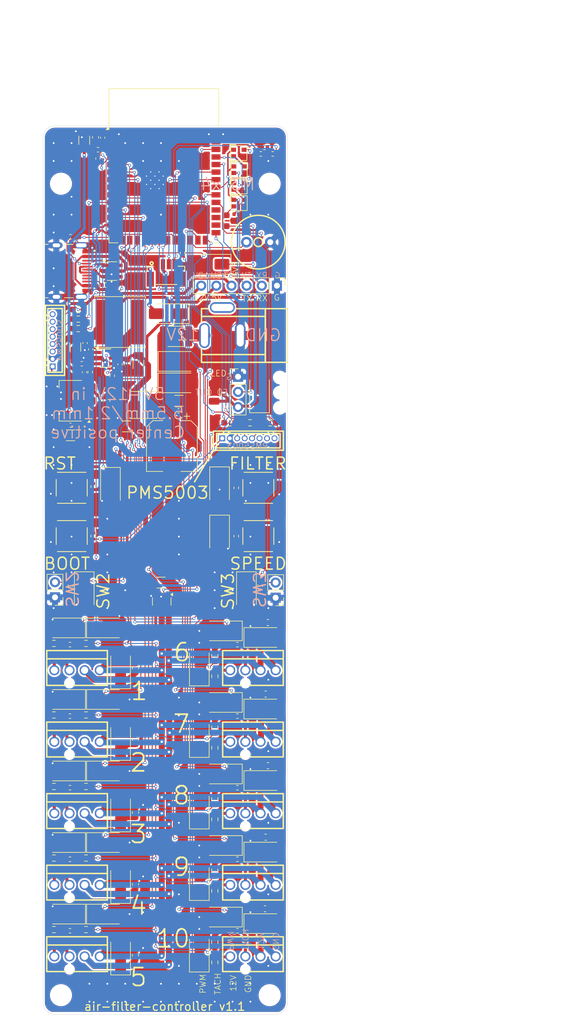
<source format=kicad_pcb>
(kicad_pcb (version 20240108) (generator "pcbnew") (generator_version "8.0")
  (layers (0 "F.Cu" signal) (1 "In1.Cu" signal) (2 "In2.Cu" signal) (31 "B.Cu" signal) (34 "B.Paste" user) (35 "F.Paste" user) (36 "B.SilkS" user "B.Silkscreen") (37 "F.SilkS" user "F.Silkscreen") (38 "B.Mask" user) (39 "F.Mask" user) (44 "Edge.Cuts" user))
  (net 0 "")
  (net 1 "+5V")
  (net 2 "GND")
  (net 3 "+3V3")
  (net 4 "/EN")
  (net 5 "+12V")
  (net 6 "Net-(U3-SW)")
  (net 7 "Net-(U3-BS)")
  (net 8 "Net-(U3-FB)")
  (net 9 "/USB_DP")
  (net 10 "/USB_DN")
  (net 11 "/VBUS_RAW")
  (net 14 "/FAN_GND")
  (net 15 "/TACH0")
  (net 16 "/PWM0")
  (net 17 "/TACH1")
  (net 18 "/TACH2")
  (net 19 "/TACH3")
  (net 20 "/TACH4")
  (net 21 "/TACH5")
  (net 22 "/PWM1")
  (net 23 "/TACH6")
  (net 24 "/TACH7")
  (net 25 "/TACH8")
  (net 26 "/SW0")
  (net 27 "/SW1")
  (net 28 "/SW2")
  (net 29 "/SW3")
  (net 31 "/12V_RAW")
  (net 33 "Net-(J1-CC1)")
  (net 35 "Net-(J1-CC2)")
  (net 36 "Net-(J3-Pin_4)")
  (net 37 "Net-(J3-Pin_3)")
  (net 38 "Net-(J5-Pin_3)")
  (net 39 "Net-(J5-Pin_4)")
  (net 40 "Net-(J6-Pin_4)")
  (net 41 "Net-(J6-Pin_3)")
  (net 42 "Net-(J7-Pin_3)")
  (net 43 "Net-(J7-Pin_4)")
  (net 44 "Net-(J8-Pin_3)")
  (net 45 "Net-(J8-Pin_4)")
  (net 46 "Net-(J9-Pin_3)")
  (net 47 "Net-(J9-Pin_4)")
  (net 48 "Net-(J10-Pin_3)")
  (net 49 "Net-(J10-Pin_4)")
  (net 50 "Net-(J11-Pin_4)")
  (net 51 "Net-(J11-Pin_3)")
  (net 52 "Net-(J12-Pin_4)")
  (net 53 "Net-(J12-Pin_3)")
  (net 54 "Net-(J13-Pin_2)")
  (net 55 "Net-(J14-Pin_2)")
  (net 56 "Net-(D35-DOUT)")
  (net 57 "/LED_SIGNAL")
  (net 58 "Net-(Q1-G)")
  (net 59 "Net-(R2-Pad1)")
  (net 60 "/BOOT")
  (net 61 "Net-(D37-DOUT)")
  (net 62 "Net-(D38-DOUT)")
  (net 63 "Net-(U3-EN)")
  (net 64 "/FAN_EN")
  (net 65 "Net-(R39-Pad1)")
  (net 66 "Net-(R40-Pad1)")
  (net 67 "Net-(R41-Pad2)")
  (net 68 "/12V_DIVIDED")
  (net 69 "/BUZZER")
  (net 70 "/RXD0")
  (net 73 "/TXD0")
  (net 74 "Net-(D39-DOUT)")
  (net 75 "/LED_OUT")
  (net 78 "Net-(R47-Pad1)")
  (net 79 "/TACH9")
  (net 80 "Net-(J4-Pin_3)")
  (net 81 "Net-(J4-Pin_4)")
  (net 84 "Net-(J16-Pin_4)")
  (net 85 "Net-(J16-Pin_5)")
  (net 87 "Net-(J16-Pin_3)")
  (net 89 "Net-(J17-Pin_4)")
  (net 91 "Net-(J17-Pin_3)")
  (net 92 "Net-(J17-Pin_5)")
  (net 94 "/PM_SENSOR_ENABLE")
  (net 95 "/PM0_RX")
  (net 96 "/PM0_TX")
  (net 97 "/PM1_RX")
  (net 98 "/PM1_TX")
  (net 99 "/SCL")
  (net 100 "/SDA")
  (net 103 "/12V_PREFILTER")
  (footprint "Resistor_SMD:R_0402_1005Metric" (layer "F.Cu") (at 110.39 85.2)
    (property "Reference" "R8" (hide yes))
    (property "Value" "16k 1%")
  )
  (footprint "Resistor_SMD:R_0402_1005Metric" (layer "F.Cu") (at 112.3 105.8 -90)
    (property "Reference" "R47" (hide yes))
    (property "Value" "1k")
  )
  (footprint "Inductor_SMD:L_Sunlord_SWPA4030S" (layer "F.Cu") (at 120.7 92.1)
    (property "Reference" "L2" (hide yes))
    (property "Value" "4.7uH")
  )
  (footprint "Diode_SMD:D_SMA" (layer "F.Cu") (at 107.5 141.5 180)
    (property "Reference" "D8" (hide yes))
    (property "Value" "SMAJ5.0A")
  )
  (footprint "Homebrew:SOT-23-6_L2.9-W1.6-P0.95-LS2.8-BL" (layer "F.Cu") (at 114.35 84.25 -90)
    (property "Reference" "U3" (hide yes))
    (property "Value" "MT2492")
  )
  (footprint "Resistor_SMD:R_0402_1005Metric" (layer "F.Cu") (at 108.41 180.3 180)
    (property "Reference" "R25" (hide yes))
    (property "Value" "1k")
  )
  (footprint "Diode_SMD:D_SMA" (layer "F.Cu") (at 110.8 123.6 -90)
    (property "Reference" "D33" (hide yes))
    (property "Value" "SMAJ5.0A")
  )
  (footprint "Diode_SMD:D_SMA" (layer "F.Cu") (at 141.1 155.1)
    (property "Reference" "D27" (hide yes))
    (property "Value" "D_TVS 12V")
  )
  (footprint "Diode_SMD:D_SMA" (layer "F.Cu") (at 131.9 68.5 180)
    (property "Reference" "D40" (hide yes))
    (property "Value" "SMAJ5.0A")
  )
  (footprint "Diode_SMD:D_SMA" (layer "F.Cu") (at 114.7 177.5)
    (property "Reference" "D16" (hide yes))
    (property "Value" "SMAJ5.0A")
  )
  (footprint "Capacitor_SMD:C_0402_1005Metric" (layer "F.Cu") (at 113.4 91.4 -90)
    (property "Reference" "C7" (hide yes))
    (property "Value" "100nF")
  )
  (footprint "Capacitor_SMD:C_1206_3216Metric" (layer "F.Cu") (at 109.3 82.4 -90)
    (property "Reference" "C11" (hide yes))
    (property "Value" "47uF")
  )
  (footprint "Resistor_SMD:R_0402_1005Metric" (layer "F.Cu") (at 142.41 50 180)
    (property "Reference" "R41" (hide yes))
    (property "Value" "680k")
  )
  (footprint "Resistor_SMD:R_0402_1005Metric" (layer "F.Cu") (at 141.01 48.9 180)
    (property "Reference" "R42" (hide yes))
    (property "Value" "220k")
  )
  (footprint "Diode_SMD:D_SMA" (layer "F.Cu") (at 107.5 165.5 180)
    (property "Reference" "D14" (hide yes))
    (property "Value" "SMAJ5.0A")
  )
  (footprint "Resistor_SMD:R_0603_1608Metric_Pad0.98x0.95mm_HandSolder" (layer "F.Cu") (at 134.7 61.2 -90)
    (property "Reference" "R3" (hide yes))
    (property "Value" "220")
  )
  (footprint "Resistor_SMD:R_0402_1005Metric" (layer "F.Cu") (at 127.3 66.6 -90)
    (property "Reference" "R11" (hide yes))
    (property "Value" "100")
  )
  (footprint "Resistor_SMD:R_0402_1005Metric" (layer "F.Cu") (at 113.11 49.3)
    (property "Reference" "R1" (hide yes))
    (property "Value" "100k")
  )
  (footprint "Diode_SMD:D_SMA" (layer "F.Cu") (at 141.1 167.1)
    (property "Reference" "D30" (hide yes))
    (property "Value" "D_TVS 12V")
  )
  (footprint "Resistor_SMD:R_0603_1608Metric_Pad0.98x0.95mm_HandSolder" (layer "F.Cu") (at 132.7 170.1875 -90)
    (property "Reference" "R36" (hide yes))
    (property "Value" "100k")
  )
  (footprint "RF_Module:ESP32-S3-WROOM-1" (layer "F.Cu") (at 124.15 51.96)
    (property "Reference" "U1" (hide yes))
    (property "Value" "ESP32-S3-WROOM-1-N4")
  )
  (footprint "Resistor_SMD:R_0603_1608Metric_Pad0.98x0.95mm_HandSolder" (layer "F.Cu") (at 109.8 76.1 180)
    (property "Reference" "R50" (hide yes))
    (property "Value" "100")
  )
  (footprint "Homebrew:CONN-TH_8P-P1.25_HCTL_HC-1.25-8A" (layer "F.Cu") (at 105.5 81.27 90)
    (property "Reference" "J16" (hide yes))
    (property "Value" "Conn_01x08")
  )
  (footprint "Diode_SMD:D_SMA" (layer "F.Cu") (at 130.1 171.7 90)
    (property "Reference" "D29" (hide yes))
    (property "Value" "SMAJ5.0A")
  )
  (footprint "MountingHole:MountingHole_3.2mm_M3_ISO7380" (layer "F.Cu") (at 141.9 55)
    (property "Reference" "H1" (hide yes))
    (property "Value" "MountingHole")
  )
  (footprint "Resistor_SMD:R_0603_1608Metric_Pad0.98x0.95mm_HandSolder" (layer "F.Cu") (at 132.7 158.1875 -90)
    (property "Reference" "R33" (hide yes))
    (property "Value" "100k")
  )
  (footprint "Resistor_SMD:R_0402_1005Metric" (layer "F.Cu") (at 108.41 132.3 180)
    (property "Reference" "R13" (hide yes))
    (property "Value" "1k")
  )
  (footprint "Resistor_SMD:R_0603_1608Metric_Pad0.98x0.95mm_HandSolder" (layer "F.Cu") (at 111.1 180.1)
    (property "Reference" "R24" (hide yes))
    (property "Value" "100k")
  )
  (footprint "Resistor_SMD:R_0603_1608Metric_Pad0.98x0.95mm_HandSolder" (layer "F.Cu") (at 138.6 95.1 180)
    (property "Reference" "R52" (hide yes))
    (property "Value" "100")
  )
  (footprint "Homebrew:CONN-SMD_4P-P1.00_HC-1.0-4PLT" (layer "F.Cu") (at 124.5 69.76)
    (property "Reference" "U5" (hide yes))
    (property "Value" "HC-1.0-4PLT")
  )
  (footprint "Package_TO_SOT_SMD:SOT-23" (layer "F.Cu") (at 123.8 125.0625 -90)
    (property "Reference" "Q1" (hide yes))
    (property "Value" "AO3400A")
  )
  (footprint "Capacitor_SMD:C_0402_1005Metric" (layer "F.Cu") (at 108.5 95.5)
    (property "Reference" "C18" (hide yes))
    (property "Value" "100nF")
  )
  (footprint "Capacitor_SMD:C_0603_1608Metric" (layer "F.Cu") (at 119.4 160.475 90)
    (property "Reference" "C26" (hide yes))
    (property "Value" "10uF")
  )
  (footprint "Resistor_SMD:R_0402_1005Metric" (layer "F.Cu") (at 136.49 168.3)
    (property "Reference" "R37" (hide yes))
    (property "Value" "1k")
  )
  (footprint "Resistor_SMD:R_0603_1608Metric_Pad0.98x0.95mm_HandSolder" (layer "F.Cu") (at 132.7 161.6125 90)
    (property "Reference" "R35" (hide yes))
    (property "Value" "220")
  )
  (footprint "Diode_SMD:D_SMA" (layer "F.Cu") (at 133.5 106 -90)
    (property "Reference" "D31" (hide yes))
    (property "Value" "SMAJ5.0A")
  )
  (footprint "Capacitor_SMD:C_1206_3216Metric" (layer "F.Cu") (at 119.9 85.3 -90)
    (property "Reference" "C8" (hide yes))
    (property "Value" "22uF 25V")
  )
  (footprint "Capacitor_SMD:C_0402_1005Metric" (layer "F.Cu") (at 136.42 60.1)
    (property "Reference" "C14" (hide yes))
    (property "Value" "100nF")
  )
  (footprint "Capacitor_SMD:C_1206_3216Metric" (layer "F.Cu") (at 117.9 95.7 180)
    (property "Reference" "C23" (hide yes))
    (property "Value" "22uF 25V")
  )
  (footprint "Resistor_SMD:R_0402_1005Metric" (layer "F.Cu") (at 136.49 180.3)
    (property "Reference" "R5" (hide yes))
    (property "Value" "1k")
  )
  (footprint "Resistor_SMD:R_0402_1005Metric" (layer "F.Cu") (at 136.3 106.01 -90)
    (property "Reference" "R39" (hide yes))
    (property "Value" "1k")
  )
  (footprint "Resistor_SMD:R_0402_1005Metric" (layer "F.Cu") (at 136.49 156.3)
    (property "Reference" "R34" (hide yes))
    (property "Value" "1k")
  )
  (footprint "Resistor_SMD:R_0603_1608Metric_Pad0.98x0.95mm_HandSolder" (layer "F.Cu") (at 132.7 185.6 90)
    (property "Reference" "R46" (hide yes))
    (property "Value" "220")
  )
  (footprint "Homebrew:SW_TACTILE_5.1MM_TS-1187A-C-D-B" (layer "F.Cu") (at 108.7 114.1)
    (property "Reference" "SW2" (hide yes))
    (property "Value" "SW_Push")
  )
  (footprint "Diode_SMD:D_SMA" (layer "F.Cu") (at 114.7 165.5)
    (property "Reference" "D13" (hide yes))
    (property "Value" "SMAJ5.0A")
  )
  (footprint "Resistor_SMD:R_0603_1608Metric_Pad0.98x0.95mm_HandSolder" (layer "F.Cu") (at 132.7 134.1875 -90)
    (property "Reference" "R27" (hide yes))
    (property "Value" "100k")
  )
  (footprint "Resistor_SMD:R_0603_1608Metric_Pad0.98x0.95mm_HandSolder" (layer "F.Cu") (at 111.1 168.1)
    (property "Reference" "R21" (hide yes))
    (property "Value" "100k")
  )
  (footprint "Capacitor_SMD:C_0402_1005Metric" (layer "F.Cu") (at 134.3 90 90)
    (property "Reference" "C16" (hide yes))
    (property "Value" "100nF")
  )
  (footprint "Homebrew:LED-SMD_4P-L2.0-W2.0-TL_WS2812B-2020" (layer "F.Cu") (at 136.73 49.85)
    (property "Reference" "D35" (hide yes))
    (property "Value" "WS2812B-2020")
  )
  (footprint "Diode_SMD:D_SMA" (layer "F.Cu") (at 141.1 143.1)
    (property "Reference" "D24" (hide yes))
    (property "Value" "D_TVS 12V")
  )
  (footprint "Diode_SMD:D_SMA" (layer "F.Cu") (at 114.7 153.5)
    (property "Reference" "D10" (hide yes))
    (property "Value" "SMAJ5.0A")
  )
  (footprint "Diode_SMD:D_SMA" (layer "F.Cu") (at 141.1 131.1)
    (property "Reference" "D21" (hide yes))
    (property "Value" "D_TVS 12V")
  )
  (footprint "Homebrew:CONN-TH_8P-P1.25_HCTL_HC-1.25-8A" (layer "F.Cu") (at 138.33 97.7)
    (property "Reference" "J17" (hide yes))
    (property "Value" "Conn_01x08")
  )
  (footprint "Capacitor_SMD:C_0402_1005Metric" (layer "F.Cu") (at 116.8 85.3 -90)
    (property "Reference" "C13" (hide yes))
    (property "Value" "100nF")
  )
  (footprint "Capacitor_SMD:C_0603_1608Metric" (layer "F.Cu") (at 141.6 128.6)
    (property "Reference" "C29" (hide yes))
    (property "Value" "10uF")
  )
  (footprint "Diode_SMD:D_SMA" (layer "F.Cu") (at 141.1 179.1)
    (property "Reference" "D45" (hide yes))
    (property "Value" "D_TVS 12V")
  )
  (footprint "Homebrew:CONN-TH_47053-1000" (layer "F.Cu") (at 139.1 136.6)
    (property "Reference" "J9" (hide yes))
    (property "Value" "Conn_01x04")
  )
  (footprint "Capacitor_SMD:C_0603_1608Metric" (layer "F.Cu") (at 141.125 176.6)
    (property "Reference" "C33" (hide yes))
    (property "Value" "10uF")
  )
  (footprint "Diode_SMD:D_SMA" (layer "F.Cu") (at 116.9 148.2 90)
    (property "Reference" "D9" (hide yes))
    (property "Value" "D_TVS 12V")
  )
  (footprint "Connector_PinHeader_2.54mm:PinHeader_1x03_P2.54mm_Vertical" (layer "F.Cu") (at 136.6 87.375)
    (property "Reference" "J15" (hide yes))
    (property "Value" "Conn_01x03")
  )
  (footprint "Diode_SMD:D_SMA" (layer "F.Cu") (at 130.1 159.7 90)
    (property "Reference" "D26" (hide yes))
    (property "Value" "SMAJ5.0A")
  )
  (footprint "Resistor_SMD:R_0402_1005Metric" (layer "F.Cu") (at 108.41 168.3 180)
    (property "Reference" "R22" (hide yes))
    (property "Value" "1k")
  )
  (footprint "Diode_SMD:D_SMA" (layer "F.Cu") (at 116.9 172.2 90)
    (property "Reference" "D15" (hide yes))
    (property "Value" "D_TVS 12V")
  )
  (footprint "Resistor_SMD:R_0603_1608Metric_Pad0.98x0.95mm_HandSolder" (layer "F.Cu") (at 111.1 132.1)
    (property "Reference" "R15" (hide yes))
    (property "Value" "100k")
  )
  (footprint "Diode_SMD:D_SMA" (layer "F.Cu") (at 116.9 160.2 90)
    (property "Reference" "D12" (hide yes))
    (property "Value" "D_TVS 12V")
  )
  (footprint "Resistor_SMD:R_0603_1608Metric_Pad0.98x0.95mm_HandSolder" (layer "F.Cu") (at 109.8 77.7 180)
    (property "Reference" "R49" (hide yes))
    (property "Value" "100")
  )
  (footprint "Resistor_SMD:R_0603_1608Metric_Pad0.98x0.95mm_HandSolder" (layer "F.Cu") (at 132.7 137.6125 90)
    (property "Reference" "R29" (hide yes))
    (property "Value" "220")
  )
  (footprint "MountingHole:MountingHole_3.2mm_M3_ISO7380" (layer "F.Cu") (at 141.9 191.1)
    (property "Reference" "H4" (hide yes))
    (property "Value" "MountingHole")
  )
  (footprint "Connector_PinHeader_2.54mm:PinHeader_1x06_P2.54mm_Vertical" (layer "F.Cu") (at 143.12 72.1 -90)
    (property "Reference" "J2" (hide yes))
    (property "Value" "Conn_01x06")
  )
  (footprint "Resistor_SMD:R_0603_1608Metric_Pad0.98x0.95mm_HandSolder" (layer "F.Cu") (at 135.2 95.1)
    (property "Reference" "R51" (hide yes))
    (property "Value" "100")
  )
  (footprint "Resistor_SMD:R_0603_1608Metric_Pad0.98x0.95mm_HandSolder" (layer "F.Cu") (at 109.8 79.3 180)
    (property "Reference" "R48" (hide yes))
    (property "Value" "100")
  )
  (footprint "Resistor_SMD:R_0603_1608Metric_Pad0.98x0.95mm_HandSolder" (layer "F.Cu") (at 132.7 173.6125 90)
    (property "Reference" "R38" (hide yes))
    (property "Value" "220")
  )
  (footprint "Diode_SMD:D_SMA" (layer "F.Cu") (at 133.5 114.1 -90)
    (property "Reference" "D32" (hide yes))
    (property "Value" "SMAJ5.0A")
  )
  (footprint "Homebrew:CONN-TH_47053-1000" (layer "F.Cu") (at 139.1 184.6)
    (property "Reference" "J4" (hide yes))
    (property "Value" "Conn_01x04")
  )
  (footprint "Capacitor_SMD:C_0402_1005Metric" (layer "F.Cu") (at 111.9 82.78 90)
    (property "Reference" "C9" (hide yes))
    (property "Value" "22nF")
  )
  (footprint "Capacitor_SMD:C_1206_3216Metric" (layer "F.Cu") (at 132.6 90 90)
    (property "Reference" "C15" (hide yes))
    (property "Value" "47uF")
  )
  (footprint "Homebrew:CONN-TH_47053-1000" (layer "F.Cu") (at 139.1 148.6)
    (property "Reference" "J10" (hide yes))
    (property "Value" "Conn_01x04")
  )
  (footprint "Diode_SMD:D_SMA" (layer "F.Cu") (at 114.7 141.5)
    (property "Reference" "D7" (hide yes))
    (property "Value" "SMAJ5.0A")
  )
  (footprint "Diode_SMD:D_SMA" (layer "F.Cu") (at 126.7 88.4)
    (property "Reference" "D2" (hide yes))
    (property "Value" "D_TVS 12V")
  )
  (footprint "Capacitor_SMD:C_0603_1608Metric" (layer "F.Cu") (at 114.6 91.4 -90)
    (property "Reference" "C6" (hide yes))
    (property "Value" "10uF")
  )
  (footprint "Diode_SMD:D_SMA" (layer "F.Cu") (at 133.8 154 180)
    (property "Reference" "D25" (hide yes))
    (property "Value" "SMAJ5.0A")
  )
  (footprint "Capacitor_SMD:C_1206_3216Metric" (layer "F.Cu") (at 123.675 121.9 180)
    (property "Reference" "C20" (hide yes))
    (property "Value" "22uF 25V")
  )
  (footprint "Homebrew:BUZ-TH_BD9.0-P4.00-D0.6-FD" (layer "F.Cu") (at 140 64.8)
    (property "Reference" "BUZZER1" (hide yes))
    (property "Value" "QMB-09B-03")
  )
  (footprint "Homebrew:SW_TACTILE_5.1MM_TS-1187A-C-D-B" (layer "F.Cu") (at 140 106)
    (property "Reference" "SW3" (hide yes))
    (property "Value" "SW_Push")
  )
  (footprint "Homebrew:LED-SMD_4P-L2.0-W2.0-TL_WS2812B-2020" (layer "F.Cu") (at 136.78 58.25)
    (property "Reference" "D39" (hide yes))
    (property "Value" "WS2812B-2020")
  )
  (footprint "Homebrew:CONN-TH_DC-005-2.5A-2.0" (layer "F.Cu") (at 133.9675 78.105 180)
    (property "Reference" "DC1" (hide yes))
    (property "Value" "DC-005-2.5A-2.0")
  )
  (footprint "Homebrew:LED-SMD_4P-L2.0-W2.0-TL_WS2812B-2020" (layer "F.Cu") (at 136.78 55.45)
    (property "Reference" "D38" (hide yes))
    (property "Value" "WS2812B-2020")
  )
  (footprint "Homebrew:CONN-TH_47053-1000" (layer "F.Cu") (at 109.6 136.6)
    (property "Reference" "J5" (hide yes))
    (property "Value" "Conn_01x04")
  )
  (footprint "Capacitor_SMD:C_0402_1005Metric" (layer "F.Cu") (at 113.1 50.78 -90)
    (property "Reference" "C4" (hide yes))
    (property "Value" "100nF")
  )
  (footprint "Resistor_SMD:R_0402_1005Metric" (layer "F.Cu") (at 115.5 87.21 90)
    (property "Reference" "R6" (hide yes))
    (property "Value" "100k")
  )
  (footprint "Resistor_SMD:R_0402_1005Metric" (layer "F.Cu") (at 136.49 144.3)
    (property "Reference" "R31" (hide yes))
    (property "Value" "1k")
  )
  (footprint "Homebrew:CONN-TH_47053-1000" (layer "F.Cu") (at 109.6 172.6)
    (property "Reference" "J7" (hide yes))
    (property "Value" "Conn_01x04")
  )
  (footprint "Connector_PinHeader_2.54mm:PinHeader_1x02_P2.54mm_Vertical" (layer "F.Cu") (at 105.9 124.375 180)
    (property "Reference" "J13" (hide yes))
    (property "Value" "Conn_01x02")
  )
  (footprint "Resistor_SMD:R_0402_1005Metric" (layer "F.Cu") (at 108.41 144.3 180)
    (property "Reference" "R16" (hide yes))
    (property "Value" "1k")
  )
  (footprint "Diode_SMD:D_SMA" (layer "F.Cu") (at 133.8 166 180)
    (property "Reference" "D28" (hide yes))
    (property "Value" "SMAJ5.0A")
  )
  (footprint "Diode_SMD:D_SMA" (layer "F.Cu") (at 133.8 130 180)
    (property "Reference" "D19" (hide yes))
    (property "Value" "SMAJ5.0A")
  )
  (footprint "Resistor_SMD:R_0603_1608Metric_Pad0.98x0.95mm_HandSolder" (layer "F.Cu") (at 111.1 156.1)
    (property "Reference" "R18" (hide yes))
    (property "Value" "100k")
  )
  (footprint "Capacitor_SMD:C_0603_1608Metric" (layer "F.Cu") (at 141.225 140.6)
    (property "Reference" "C30" (hide yes))
    (property "Value" "10uF")
  )
  (footprint "Capacitor_SMD:C_0603_1608Metric" (layer "F.Cu") (at 141.225 164.6)
    (property "Reference" "C32" (hide yes))
    (property "Value" "10uF")
  )
  (footprint "MountingHole:MountingHole_3.2mm_M3_ISO7380" (layer "F.Cu") (at 106.9 55)
    (property "Reference" "H2" (hide yes))
    (property "Value" "MountingHole")
  )
  (footprint "Capacitor_SMD:C_0402_1005Metric" (layer "F.Cu") (at 110.95 81.72 -90)
    (property "Reference" "C12" (hide yes))
    (property "Value" "100nF")
  )
  (footprint "Capacitor_SMD:C_0603_1608Metric" (layer "F.Cu") (at 141.6 152.6)
    (property "Reference" "C31" (hide yes))
    (property "Value" "10uF")
  )
  (footprint "Homebrew:CONN-TH_47053-1000" (layer "F.Cu") (at 139.1 160.6)
    (property "Reference" "J11" (hide yes))
    (property "Value" "Conn_01x04")
  )
  (footprint "Diode_SMD:D_SMA" (layer "F.Cu") (at 133.8 142 180)
    (property "Reference" "D22" (hide yes))
    (property "Value" "SMAJ5.0A")
  )
  (footprint "Resistor_SMD:R_0603_1608Metric_Pad0.98x0.95mm_HandSolder" (layer "F.Cu") (at 132.7 182.2 -90)
    (property "Reference" "R4" (hide yes))
    (property "Value" "100k")
  )
  (footprint "Capacitor_SMD:C_0603_1608Metric" (layer "F.Cu") (at 118 85.3 -90)
    (property "Reference" "C19" (hide yes))
    (property "Value" "10uF")
  )
  (footprint "Resistor_SMD:R_0402_1005Metric" (layer "F.Cu") (at 111.8 86.61 90)
    (property "Reference" "R9" (hide yes))
    (property "Value" "110k 1%")
  )
  (footprint "Resistor_SMD:R_0402_1005Metric" (layer "F.Cu") (at 114.31 72)
    (property "Reference" "R10" (hide yes))
    (property "Value" "5k1")
  )
  (footprint "Resistor_SMD:R_0402_1005Metric" (layer "F.Cu") (at 108.5 122.41 -90)
    (property "Reference" "R44" (hide yes))
    (property "Value" "1k")
  )
  (footprint "Capacitor_SMD:C_0603_1608Metric" (layer "F.Cu") (at 112.7 47.225 90)
    (property "Reference" "C2" (hide yes))
    (property "Value" "10uF")
  )
  (footprint "Diode_SMD:D_SMA" (layer "F.Cu") (at 124.9 76.8 180)
    (property "Reference" "D42" (hide yes))
    (property "Value" "D")
  )
  (footprint "Diode_SMD:D_SMA" (layer "F.Cu") (at 140.2 89.9 90)
    (property "Reference" "D41" (hide yes))
    (property "Value" "SMAJ5.0A")
  )
  (footprint "Resistor_SMD:R_0402_1005Metric" (layer "F.Cu") (at 140.3 122.4 -90)
    (property "Reference" "R45" (hide yes))
    (property "Value" "1k")
  )
  (footprint "MountingHole:MountingHole_3.2mm_M3_ISO7380" (layer "F.Cu") (at 106.9 191.1)
    (property "Reference" "H3" (hide yes))
    (property "Value" "MountingHole")
  )
  (footprint "Capacitor_SMD:CP_Elec_8x10" (layer "F.Cu") (at 125.5 99 -90)
    (property "Reference" "C22" (hide yes))
    (property "Value" "220uF")
  )
  (footprint "Homebrew:SW_TACTILE_5.1MM_TS-1187A-C-D-B" (layer "F.Cu") (at 108.7 106)
    (property "Reference" "SW1" (hide yes))
    (property "Value" "SW_Push")
  )
  (footprint "Resistor_SMD:R_0402_1005Metric" (layer "F.Cu") (at 108.41 156.3 180)
    (property "Reference" "R19" (hide yes))
    (property "Value" "1k")
  )
  (footprint "Diode_SMD:D_SMA" (layer "F.Cu") (at 107.5 177.5 180)
    (property "Reference" "D17" (hide yes))
    (property "Value" "SMAJ5.0A")
  )
  (footprint "Homebrew:CONN-TH_47053-1000" (layer "F.Cu") (at 109.6 148.6)
    (property "Reference" "J3" (hide yes))
    (property "Value" "Conn_01x04")
  )
  (footprint "Capacitor_SMD:C_1206_3216Metric" (layer "F.Cu") (at 108.5 97.2)
    (property "Reference" "C17" (hide yes))
    (property "Value" "47uF")
  )
  (footprint "Diode_SMD:D_SMA" (layer "F.Cu") (at 126.7 84.8)
    (property "Reference" "D1" (hide yes))
    (property "Value" "D")
  )
  (footprint "Capacitor_SMD:C_0402_1005Metric" (layer "F.Cu") (at 126.62 93.1)
    (property "Reference" "C34" (hide yes))
    (property "Value" "100nF")
  )
  (footprint "Capacitor_SMD:C_0603_1608Metric" (layer "F.Cu") (at 119.4 136.225 90)
    (property "Reference" "C24" (hide yes))
    (property "Value" "10uF")
  )
  (footprint "Resistor_SMD:R_0402_1005Metric" (layer "F.Cu") (at 112.3 114.1 -90)
    (property "Reference" "R2" (hide yes))
    (property "Value" "1k")
  )
  (footprint "Capacitor_SMD:C_0402_1005Metric" (layer "F.Cu") (at 113.9 47.28 90)
    (property "Reference" "C1" (hide yes))
    (property "Value" "100nF")
  )
  (footprint "Resistor_SMD:R_0603_1608Metric_Pad0.98x0.95mm_HandSolder" (layer "F.Cu") (at 105.7125 132.1 180)
    (property "Reference" "R14" (hide yes))
    (property "Value" "220")
  )
  (footprint "Resistor_SMD:R_0603_1608Metric_Pad0.98x0.95mm_HandSolder" (layer "F.Cu") (at 105.7125 144.1 180)
    (property "Reference" "R17" (hide yes))
    (property "Value" "220")
  )
  (footprint "Resistor_SMD:R_0603_1608Metric_Pad0.98x0.95mm_HandSolder" (layer "F.Cu") (at 105.7125 180.1 180)
    (property "Reference" "R26" (hide yes))
    (property "Value" "220")
  )
  (footprint "Resistor_SMD:R_0603_1608Metric_Pad0.98x0.95mm_HandSolder" (layer "F.Cu") (at 111.1 144.1)
    (property "Reference" "R12" (hide yes))
    (property "Value" "100k")
  )
  (footprint "Inductor_SMD:L_Sunlord_SWPA8040S" (layer "F.Cu") (at 116.8 78.2 180)
    (property "Reference" "L1" (hide yes))
    (property "Value" "100uH")
  )
  (footprint "Resistor_SMD:R_0402_1005Metric" (layer "F.Cu") (at 108.49 63.9)
    (property "Reference" "R7" (hide yes))
    (property "Value" "5k1")
  )
  (footprint "Homebrew:3_pin_2.54mm_pitch_strain_relief" (layer "F.Cu") (at 143.6 90.04 90)
    (property "Reference" "H5" (hide yes))
    (property "Value" "Strain Relief" (hide yes))
  )
  (footprint "Resistor_SMD:R_0402_1005Metric" (layer "F.Cu") (at 140.41 50 180)
    (property "Reference" "R43" (hide yes))
    (property "Value" "10k")
  )
  (footprint "Capacitor_SMD:C_0603_1608Metric" (layer "F.Cu") (at 119.4 172.5 90)
    (property "Reference" "C27" (hide yes))
    (property "Value" "10uF")
  )
  (footprint "Fuse:Fuse_1812_4532Metric" (layer "F.Cu") (at 126.2 80.6 180)
    (property "Reference" "F1" (hide yes))
    (property "Value" "Polyfuse")
  )
  (footprint "Resistor_SMD:R_0402_1005Metric" (layer "F.Cu") (at 136.3 114.11 -90)
    (property "Reference" "R40" (hide yes))
    (property "Value" "1k")
  )
  (footprint "Diode_SMD:D_SMA" (layer "F.Cu") (at 116.9 184.2 90)
    (property "Reference" "D18" (hide yes))
    (property "Value" "D_TVS 12V")
  )
  (footprint "Capacitor_SMD:C_0603_1608Metric" (layer "F.Cu") (at 119.4 184.4 90)
    (property "Reference" "C28" (hide yes))
    (property "Value" "10uF")
  )
  (footprint "Resistor_SMD:R_0603_1608Metric_Pad0.98x0.95mm_HandSolder" (layer "F.Cu") (at 132.7 146.1875 -90)
    (property "Reference" "R30" (hide yes))
    (property "Value" "100k")
  )
  (footprint "Diode_SMD:D_SMA" (layer "F.Cu") (at 133.8 178 180)
    (property "Reference" "D43" (hide yes))
    (property "Value" "SMAJ5.0A")
  )
  (footprint "Capacitor_SMD:C_0402_1005Metric" (layer "F.Cu") (at 110.85 86.62 -90)
    (property "Reference" "C10" (hide yes))
    (property "Value" "22pF")
  )
  (footprint "Homebrew:LED-SMD_4P-L2.0-W2.0-TL_WS2812B-2020" (layer "F.Cu") (at 136.78 52.65)
    (property "Reference" "D37" (hide yes))
    (property "Value" "WS2812B-2020")
  )
  (footprint "Resistor_SMD:R_0603_1608Metric_Pad0.98x0.95mm_HandSolder" (layer "F.Cu") (at 132.7 149.6125 90)
    (property "Reference" "R32" (hide yes))
    (property "Value" "220")
  )
  (footprint "Homebrew:CONN-TH_47053-1000" (layer "F.Cu") (at 109.6 184.6)
    (property "Reference" "J8" (hide yes))
    (property "Value" "Conn_01x04")
  )
  (footprint "Package_TO_SOT_SMD:SOT-23-6" (layer "F.Cu") (at 115.4625 69.65)
    (property "Reference" "D3" (hide yes))
    (property "Value" "SRV05-4-P-T7")
  )
  (footprint "Diode_SMD:D_SMA" (layer "F.Cu") (at 107.5 129.5 180)
    (property "Reference" "D6" (hide yes))
    (property "Value" "SMAJ5.0A")
  )
  (footprint "Diode_SMD:D_SMA" (layer "F.Cu") (at 107.5 153.5 180)
    (property "Reference" "D11" (hide yes))
    (property "Value" "SMAJ5.0A")
  )
  (footprint "Homebrew:CONN-TH_47053-1000" (layer "F.Cu") (at 109.6 160.6)
    (property "Reference" "J6" (hide yes))
    (property "Value" "Conn_01x04")
  )
  (footprint "Diode_SMD:D_SMA" (layer "F.Cu") (at 130.1 183.7 90)
    (property "Reference" "D44" (hide yes))
    (property "Value" "SMAJ5.0A")
  )
  (footprint "Homebrew:HRO_TYPE-C-31-M-12" (layer "F.Cu") (at 108.595 69.65 -90)
    (property "Reference" "J1" (hide yes))
    (property "Value" "TYPE-C-31-M-12")
  )
  (footprint "Diode_SMD:D_SMA" (layer "F.Cu") (at 114.7 129.5)
    (property "Reference" "D5" (hide yes))
    (property "Value" "SMAJ5.0A")
  )
  (footprint "Resistor_SMD:R_0603_1608Metric_Pad0.98x0.95mm_HandSolder" (layer "F.Cu") (at 105.7125 156.1 180)
    (property "Reference" "R20" (hide yes))
    (property "Value" "220")
  )
  (footprint "Capacitor_SMD:C_1206_3216Metric" (layer "F.Cu") (at 126.675 91.4)
    (property "Reference" "C5" (hide yes))
    (property "Value" "22uF 25V")
  )
  (footprint "Resistor_SMD:R_0603_1608Metric_Pad0.98x0.95mm_HandSolder" (layer "F.Cu") (at 105.7125 168.1 180)
    (property "Reference" "R23" (hide yes))
    (property "Value" "220")
  )
  (footprint "Diode_SMD:D_SMA" (layer "F.Cu") (at 130.1 147.7 90)
    (property "Reference" "D23" (hide yes))
    (property "Value" "SMAJ5.0A")
  )
  (footprint "Resistor_SMD:R_0603_1608Metric_Pad0.98x0.95mm_HandSolder" (layer "F.Cu") (at 142 95.1 180)
    (property "Reference" "R53" (hide yes))
    (property "Value" "100")
  )
  (footprint "Diode_SMD:D_SMA" (layer "F.Cu") (at 138 123.6 -90)
    (property "Reference" "D34" (hide yes))
    (property "Value" "SMAJ5.0A")
  )
  (footprint "Diode_SMD:D_SMA" (layer "F.Cu") (at 130.1 135.7 90)
    (property "Reference" "D20" (hide yes))
    (property "Value" "SMAJ5.0A")
  )
  (footprint "Diode_SMD:D_SMA" (layer "F.Cu") (at 116.9 136.2 90)
    (property "Reference" "D4" (hide yes))
    (property "Value" "D_TVS 12V")
  )
  (footprint "Capacitor_SMD:C_0603_1608Metric" (layer "F.Cu") (at 119.4 148.225 90)
    (property "Reference" "C25" (hide yes))
    (property "Value" "10uF")
  )
  (footprint "Homebrew:SW_TACTILE_5.1MM_TS-1187A-C-D-B" (layer "F.Cu") (at 140 114.1)
    (property "Reference" "SW4" (hide yes))
    (property "Value" "SW_Push")
  )
  (footprint "Capacitor_SMD:C_1206_3216Metric" (layer "F.Cu") (at 110.8 47.7 90)
    (property "Reference" "C3" (hide yes))
    (property "Value" "47uF")
  )
  (footprint "Homebrew:CONN-TH_47053-1000" (layer "F.Cu") (at 139.1 172.6)
    (property "Reference" "J12" (hide yes))
    (property "Value" "Conn_01x04")
  )
  (footprint "Diode_SMD:D_SMA" (layer "F.Cu") (at 115.2 106.1 -90)
    (property "Reference" "D36" (hide yes))
    (property "Value" "SMAJ5.0A")
  )
  (footprint "Package_TO_SOT_SMD:SOT-223-3_TabPin2" (layer "F.Cu") (at 108.5 91.4 180)
    (property "Reference" "U4" (hide yes))
    (property "Value" "AMS1117-3.3")
  )
  (footprint "Resistor_SMD:R_0402_1005Metric" (layer "F.Cu") (at 136.49 132.3)
    (property "Reference" "R28" (hide yes))
    (property "Value" "1k")
  )
  (footprint "Connector_PinHeader_2.54mm:PinHeader_1x02_P2.54mm_Vertical" (layer "F.Cu") (at 142.9 124.44 180)
    (property "Reference" "J14" (hide yes))
    (property "Value" "Conn_01x02")
  )
  (gr_line (start 129.3 105) (end 132.3 100) (stroke (width 0.25)) (layer "F.SilkS"))
  (gr_line (start 144.9 47.2) (end 144.9 192.3) (stroke (width 0.05)) (layer "Edge.Cuts"))
  (gr_arc (start 144.9 192.3) (mid 144.314214 193.714214) (end 142.9 194.3) (stroke (width 0.05)) (layer "Edge.Cuts"))
  (gr_arc (start 103.9 47.3) (mid 104.485786 45.885786) (end 105.9 45.3) (stroke (width 0.05)) (layer "Edge.Cuts"))
  (gr_line (start 142.9 194.3) (end 105.9 194.3) (stroke (width 0.05)) (layer "Edge.Cuts"))
  (gr_arc (start 143 45.3) (mid 144.343503 45.856497) (end 144.9 47.2) (stroke (width 0.05)) (layer "Edge.Cuts"))
  (gr_line (start 103.9 47.3) (end 103.9 192.3) (stroke (width 0.05)) (layer "Edge.Cuts"))
  (gr_line (start 105.9 45.3) (end 143 45.3) (stroke (width 0.05)) (layer "Edge.Cuts"))
  (gr_arc (start 105.9 194.3) (mid 104.485786 193.714214) (end 103.9 192.3) (stroke (width 0.05)) (layer "Edge.Cuts"))
  (gr_text "LED_OUT" (at 135.8 90.6 0) (layer "B.SilkS") (effects (font (size 1 1) (thickness 0.1)) (justify left bottom mirror)))
  (gr_text "SW3" (at 140.1 123.1 -90) (layer "B.SilkS") (effects (font (size 2 2) (thickness 0.25)) (justify mirror)))
  (gr_text "SW2" (at 108.7 123 -90) (layer "B.SilkS") (effects (font (size 2 2) (thickness 0.25)) (justify mirror)))
  (gr_text "PMS5003" (at 141.7 99.6 0) (layer "B.SilkS") (effects (font (size 1 1) (thickness 0.1)) (justify left bottom mirror)))
  (gr_text "PWM" (at 135.3 183.7 270) (layer "B.SilkS") (effects (font (size 1 1) (thickness 0.1)) (justify left mirror)))
  (gr_text "5V" (at 135.8 93.1 0) (layer "B.SilkS") (effects (font (size 1 1) (thickness 0.1)) (justify left bottom mirror)))
  (gr_text "TACH" (at 137.8 183.7 270) (layer "B.SilkS") (effects (font (size 1 1) (thickness 0.1)) (justify left mirror)))
  (gr_text "RX" (at 140.6 70.4 0) (layer "B.SilkS") (effects (font (size 1 1) (thickness 0.1)) (justify mirror)))
  (gr_text "12V" (at 140.4 183.6 270) (layer "B.SilkS") (effects (font (size 1 1) (thickness 0.1)) (justify left mirror)))
  (gr_text "M3 x4" (at 139.6 55.1 0) (layer "B.SilkS") (effects (font (size 2 2) (thickness 0.2)) (justify left mirror)))
  (gr_text "GND" (at 140.8 80.4 0) (layer "B.SilkS") (effects (font (size 2 2) (thickness 0.2)) (justify mirror)))
  (gr_text "TX" (at 138 70.4 0) (layer "B.SilkS") (effects (font (size 1 1) (thickness 0.1)) (justify mirror)))
  (gr_text "12V" (at 127.3 80.3 0) (layer "B.SilkS") (effects (font (size 2 2) (thickness 0.2)) (justify mirror)))
  (gr_text "G" (at 143.2 70.4 0) (layer "B.SilkS") (effects (font (size 1 1) (thickness 0.1)) (justify mirror)))
  (gr_text "3V3" (at 135.5 70.4 0) (layer "B.SilkS") (effects (font (size 1 1) (thickness 0.1)) (justify mirror)))
  (gr_text "G" (at 135.7 88 0) (layer "B.SilkS") (effects (font (size 1 1) (thickness 0.1)) (justify left bottom mirror)))
  (gr_text "12V" (at 130.4 70.4 0) (layer "B.SilkS") (effects (font (size 1 1) (thickness 0.1)) (justify mirror)))
  (gr_text "GND" (at 142.9 183.7 270) (layer "B.SilkS") (effects (font (size 1 1) (thickness 0.1)) (justify left mirror)))
  (gr_text "5V-12V in\n5.5mm/2.1mm\nCenter positive" (at 116.4 93.5 -0) (layer "B.SilkS") (effects (font (size 2 2) (thickness 0.2)) (justify mirror)))
  (gr_text "5V" (at 133 70.4 0) (layer "B.SilkS") (effects (font (size 1 1) (thickness 0.1)) (justify mirror)))
  (gr_text "PMS5003" (at 106.1 84.8 -90) (layer "B.SilkS") (effects (font (size 1 1) (thickness 0.1)) (justify left bottom mirror)))
  (gr_text "SPEED" (at 144.9 119.9 0) (layer "F.SilkS") (effects (font (size 2 2) (thickness 0.25)) (justify right bottom)))
  (gr_text "8" (at 127.1 157.6 0) (layer "F.SilkS") (effects (font (size 3 3) (thickness 0.3))))
  (gr_text "12V" (at 130.4 74.1 0) (layer "F.SilkS") (effects (font (size 1 1) (thickness 0.1))))
  (gr_text "LED" (at 131.9 87.4 0) (layer "F.SilkS") (effects (font (size 1 1) (thickness 0.1)) (justify left bottom)))
  (gr_text "9" (at 127.1 169.6 0) (layer "F.SilkS") (effects (font (size 3 3) (thickness 0.3))))
  (gr_text "3" (at 119.9 164.1 0) (layer "F.SilkS") (effects (font (size 3 3) (thickness 0.3))))
  (gr_text "PMS5003" (at 117.7 108 0) (layer "F.SilkS") (effects (font (size 2 2) (thickness 0.25)) (justify left bottom)))
  (gr_text "4" (at 119.9 176.1 0) (layer "F.SilkS") (effects (font (size 3 3) (thickness 0.3))))
  (gr_text "5" (at 119.9 188.1 0) (layer "F.SilkS") (effects (font (size 3 3) (thickness 0.3))))
  (gr_text "10" (at 125.7 181.6 0) (layer "F.SilkS") (effects (font (size 3 3) (thickness 0.3))))
  (gr_text "7" (at 127.1 145.6 0) (layer "F.SilkS") (effects (font (size 3 3) (thickness 0.3))))
  (gr_text "GND" (at 138.3 189.2 90) (layer "F.SilkS") (effects (font (size 1 1) (thickness 0.1))))
  (gr_text "G" (at 143.1 74.1 -0) (layer "F.SilkS") (effects (font (size 1 1) (thickness 0.1))))
  (gr_text "BOOT" (at 103.9 119.9 0) (layer "F.SilkS") (effects (font (size 2 2) (thickness 0.25)) (justify left bottom)))
  (gr_text "12V" (at 135.8 189.1 90) (layer "F.SilkS") (effects (font (size 1 1) (thickness 0.1))))
  (gr_text "6" (at 127.2 133.6 0) (layer "F.SilkS") (effects (font (size 3 3) (thickness 0.3))))
  (gr_text "TX" (at 138.1 74.3 -0) (layer "F.SilkS") (effects (font (size 1 1) (thickness 0.1))))
  (gr_text "air-filter-controller v1.1" (at 124.3 193 0) (layer "F.SilkS") (effects (font (size 1.4 1.4) (thickness 0.2))))
  (gr_text "SW2" (at 114 123.3 90) (layer "F.SilkS") (effects (font (size 2 2) (thickness 0.25))))
  (gr_text "PWM" (at 130.7 189.2 90) (layer "F.SilkS") (effects (font (size 1 1) (thickness 0.1))))
  (gr_text "TACH" (at 133.2 189.2 90) (layer "F.SilkS") (effects (font (size 1 1) (thickness 0.1))))
  (gr_text "RX" (at 140.6 74.2 -0) (layer "F.SilkS") (effects (font (size 1 1) (thickness 0.1))))
  (gr_text "3V3" (at 136.2 69.4 90) (layer "F.SilkS") (effects (font (size 1 1) (thickness 0.1))))
  (gr_text "2" (at 119.9 152.1 0) (layer "F.SilkS") (effects (font (size 3 3) (thickness 0.3))))
  (gr_text "5V" (at 133 74.1 0) (layer "F.SilkS") (effects (font (size 1 1) (thickness 0.1))))
  (gr_text "RST" (at 103.8 103.1 0) (layer "F.SilkS") (effects (font (size 2 2) (thickness 0.25)) (justify left bottom)))
  (gr_text "FILTER" (at 144.9 103.1 0) (layer "F.SilkS") (effects (font (size 2 2) (thickness 0.25)) (justify right bottom)))
  (gr_text "SW3" (at 134.9 123.3 90) (layer "F.SilkS") (effects (font (size 2 2) (thickness 0.25))))
  (gr_text "1" (at 120 140.1 0) (layer "F.SilkS") (effects (font (size 3 3) (thickness 0.3))))
  (segment (start 130.5 74.05) (end 137.1 74.05) (width 0.5) (layer "F.Cu") (net 1))
  (segment (start 109.85 87.1) (end 109.425 86.675) (width 0.5) (layer "F.Cu") (net 1))
  (segment (start 132.96 72.1) (end 131.01 74.05) (width 0.5) (layer "F.Cu") (net 1))
  (segment (start 138.1 92.3) (end 136.755 92.3) (width 0.5) (layer "F.Cu") (net 1))
  (segment (start 135.5 54.9) (end 135.86 54.9) (width 0.25) (layer "F.Cu") (net 1))
  (segment (start 110.85 87.1) (end 111.78 87.1) (width 0.5) (layer "F.Cu") (net 1))
  (segment (start 134.9 49.96) (end 135.56 49.3) (width 0.25) (layer "F.Cu") (net 1))
  (segment (start 135.94 60.1) (end 136.7 59.34) (width 0.25) (layer "F.Cu") (net 1))
  (segment (start 113.4 80.4) (end 112.875 80.925) (width 0.5) (layer "F.Cu") (net 1))
  (segment (start 113.4 90.85) (end 113.4 90.92) (width 0.5) (layer "F.Cu") (net 1))
  (segment (start 135.51 91.69) (end 134.3 90.48) (width 0.5) (layer "F.Cu") (net 1))
  (segment (start 108 82.225) (end 108 85.25) (width 0.5) (layer "F.Cu") (net 1))
  (segment (start 134.9 53) (end 134.9 52.96) (width 0.25) (layer "F.Cu") (net 1))
  (segment (start 113.8 78.2) (end 117.95 74.05) (width 0.5) (layer "F.Cu") (net 1))
  (segment (start 117.95 74.05) (end 124.375682 74.05) (width 0.5) (layer "F.Cu") (net 1))
  (segment (start 134.9 52.96) (end 135.76 52.1) (width 0.25) (layer "F.Cu") (net 1))
  (segment (start 135 55.4) (end 135.5 54.9) (width 0.25) (layer "F.Cu") (net 1))
  (segment (start 113.4 90.92) (end 114.305 90.92) (width 0.5) (layer "F.Cu") (net 1))
  (segment (start 110.85 87.1) (end 109.85 87.1) (width 0.5) (layer "F.Cu") (net 1))
  (segment (start 109.3 80.925) (end 111.925 80.925) (width 0.5) (layer "F.Cu") (net 1))
  (segment (start 108 85.25) (end 109.425 86.675) (width 0.5) (layer "F.Cu") (net 1))
  (segment (start 134.9 53) (end 134.9 49.96) (width 0.25) (layer "F.Cu") (net 1))
  (segment (start 135.295 91.475) (end 135.51 91.69) (width 0.5) (layer "F.Cu") (net 1))
  (segment (start 137.1 74.05) (end 139.45 74.05) (width 0.5) (layer "F.Cu") (net 1))
  (segment (start 109.425 86.675) (end 111.65 88.9) (width 0.5) (layer "F.Cu") (net 1))
  (segment (start 111.65 89.1) (end 113.4 90.85) (width 0.5) (layer "F.Cu") (net 1))
  (segment (start 138.1 92.3) (end 138.8 92.3) (width 0.5) (layer "F.Cu") (net 1))
  (segment (start 136.7 57.7) (end 135.86 57.7) (width 0.25) (layer "F.Cu") (net 1))
  (segment (start 111.925 80.925) (end 113.8 79.05) (width 0.5) (layer "F.Cu") (net 1))
  (segment (start 139.2 91.9) (end 140.2 91.9) (width 0.5) (layer "F.Cu") (net 1))
  (segment (start 138.6 92.3) (end 138.1 92.3) (width 0.5) (layer "F.Cu") (net 1))
  (segment (start 112.6 79.4) (end 113.8 78.2) (width 0.5) (layer "F.Cu") (net 1))
  (segment (start 136.7 59.34) (end 136.7 57.7) (width 0.25) (layer "F.Cu") (net 1))
  (segment (start 131.01 74.05) (end 130.5 74.05) (width 0.5) (layer "F.Cu") (net 1))
  (segment (start 109.3 80.925) (end 108 82.225) (width 0.5) (layer "F.Cu") (net 1))
  (segment (start 124.375682 74.05) (end 125.187682 74.862) (width 0.5) (layer "F.Cu") (net 1))
  (segment (start 139.45 74.05) (end 139.5 74.1) (width 0.5) (layer "F.Cu") (net 1))
  (segment (start 114.305 90.92) (end 114.6 90.625) (width 0.5) (layer "F.Cu") (net 1))
  (segment (start 129.688 74.862) (end 130.5 74.05) (width 0.5) (layer "F.Cu") (net 1))
  (segment (start 138.8 92.3) (end 139.2 91.9) (width 0.5) (layer "F.Cu") (net 1))
  (segment (start 112.875 80.925) (end 112.6 80.925) (width 0.5) (layer "F.Cu") (net 1))
  (segment (start 136.275 92.455) (end 135.51 91.69) (width 0.5) (layer "F.Cu") (net 1))
  (segment (start 112.6 80.925) (end 112.6 79.4) (width 0.5) (layer "F.Cu") (net 1))
  (segment (start 125.187682 74.862) (end 129.688 74.862) (width 0.5) (layer "F.Cu") (net 1))
  (segment (start 134.9 53) (end 134.9 53.8) (width 0.25) (layer "F.Cu") (net 1))
  (segment (start 132.6 91.475) (end 135.295 91.475) (width 0.5) (layer "F.Cu") (net 1))
  (segment (start 135.86 57.7) (end 135 56.84) (width 0.25) (layer "F.Cu") (net 1))
  (segment (start 135 56.84) (end 135 55.4) (width 0.25) (layer "F.Cu") (net 1))
  (segment (start 112.6 80.925) (end 111.925 80.925) (width 0.5) (layer "F.Cu") (net 1))
  (via (at 134.9 53.8) (size 0.5) (drill 0.3) (layers "F.Cu" "B.Cu") (net 1))
  (via (at 136.7 57.7) (size 0.5) (drill 0.3) (layers "F.Cu" "B.Cu") (net 1))
  (via (at 135 55.4) (size 0.5) (drill 0.3) (layers "F.Cu" "B.Cu") (net 1))
  (via (at 139.5 74.1) (size 0.5) (drill 0.3) (layers "F.Cu" "B.Cu") (net 1))
  (via (at 138.6 92.3) (size 0.5) (drill 0.3) (layers "F.Cu" "B.Cu") (net 1))
  (via (at 137.1 74.05) (size 0.5) (drill 0.3) (layers "F.Cu" "B.Cu") (net 1))
  (segment (start 137.1 74.05) (end 136.65 73.6) (width 0.25) (layer "B.Cu") (net 1))
  (segment (start 135 55.4) (end 135 53.9) (width 0.25) (layer "B.Cu") (net 1))
  (segment (start 136.65 71.204975) (end 136.525 71.079975) (width 0.25) (layer "B.Cu") (net 1))
  (segment (start 135 53.9) (end 134.9 53.8) (width 0.25) (layer "B.Cu") (net 1))
  (segment (start 139.5 91.4) (end 138.6 92.3) (width 0.5) (layer "B.Cu") (net 1))
  (segment (start 136.525 57.875) (end 136.7 57.7) (width 0.25) (layer "B.Cu") (net 1))
  (segment (start 136.65 73.6) (end 136.65 71.204975) (width 0.25) (layer "B.Cu") (net 1))
  (segment (start 139.5 74.1) (end 139.5 91.4) (width 0.5) (layer "B.Cu") (net 1))
  (segment (start 136.525 71.079975) (end 136.525 57.875) (width 0.25) (layer "B.Cu") (net 1))
  (segment (start 135.625 87.375) (end 134.3 88.7) (width 0.5) (layer "F.Cu") (net 2))
  (segment (start 109.975 97.2) (end 109.975 95.175) (width 0.5) (layer "F.Cu") (net 2))
  (segment (start 137.85 108.25) (end 137.9 108.2) (width 0.5) (layer "F.Cu") (net 2))
  (segment (start 143.5 108.25) (end 143.5 107.1) (width 0.5) (layer "F.Cu") (net 2))
  (segment (start 113.2 84.25) (end 113.663604 84.25) (width 0.5) (layer "F.Cu") (net 2))
  (segment (start 122.85 122.65) (end 122.85 124.125) (width 1) (layer "F.Cu") (net 2))
  (segment (start 130.1 181.7) (end 130.1 180) (width 0.5) (layer "F.Cu") (net 2))
  (segment (start 105.5 141.5) (end 105.5 140.2) (width 0.5) (layer "F.Cu") (net 2))
  (segment (start 115.4 46.7) (end 116.6 46.7) (width 1) (layer "F.Cu") (net 2))
  (segment (start 111.951567 65.748433) (end 112.148882 65.748433) (width 0.5) (layer "F.Cu") (net 2))
  (segment (start 131.8 130) (end 130.1 130) (width 0.5) (layer "F.Cu") (net 2))
  (segment (start 109.975 95.6) (end 109.875 95.5) (width 0.5) (layer "F.Cu") (net 2))
  (segment (start 114.130346 72.75) (end 113.266206 72.75) (width 0.5) (layer "F.Cu") (net 2))
  (segment (start 110.7 84.2) (end 110.75 84.25) (width 0.5) (layer "F.Cu") (net 2))
  (segment (start 110.65 84.25) (end 110.7 84.2) (width 0.5) (layer "F.Cu") (net 2))
  (segment (start 134.3 88.7) (end 134.3 89.52) (width 0.5) (layer "F.Cu") (net 2))
  (segment (start 116.7 129.5) (end 116.7 127.5) (width 0.5) (layer "F.Cu") (net 2))
  (segment (start 113.8 108.2) (end 115.1 108.2) (width 0.5) (layer "F.Cu") (net 2))
  (segment (start 116.7 165.5) (end 118.4 165.5) (width 0.5) (layer "F.Cu") (net 2))
  (segment (start 114.361361 84.947757) (end 114.304487 84.947757) (width 0.5) (layer "F.Cu") (net 2))
  (segment (start 116.665 85.915) (end 116.5 85.915) (width 0.5) (layer "F.Cu") (net 2))
  (segment (start 114.85 69.65) (end 114.325 69.65) (width 0.5) (layer "F.Cu") (net 2))
  (segment (start 116.7 153.5) (end 118.4 153.5) (width 0.5) (layer "F.Cu") (net 2))
  (segment (start 110.95 82.95) (end 110.9 82.9) (width 0.5) (layer "F.Cu") (net 2))
  (segment (start 133.5 108) (end 136.25 108) (width 0.5) (layer "F.Cu") (net 2))
  (segment (start 110.75 84.25) (end 110.9 84.25) (width 0.5) (layer "F.Cu") (net 2))
  (segment (start 119.9 86.775) (end 119.2 86.075) (width 0.5) (layer "F.Cu") (net 2))
  (segment (start 111.3 66.4) (end 111.951567 65.748433) (width 0.5) (layer "F.Cu") (net 2))
  (segment (start 110.95 83.458266) (end 110.95 82.2) (width 0.5) (layer "F.Cu") (net 2))
  (segment (start 109.88 84.880001) (end 110.510001 84.25) (width 0.5) (layer "F.Cu") (net 2))
  (segment (start 111.929682 72.8) (end 112.17557 72.8) (width 0.5) (layer "F.Cu") (net 2))
  (segment (start 117.1 86.5) (end 117.085 86.5) (width 0.5) (layer "F.Cu") (net 2))
  (segment (start 109.88 85.2) (end 109.88 84.880001) (width 0.5) (layer "F.Cu") (net 2))
  (segment (start 115.3875 71.4325) (end 115.3875 70.1875) (width 0.5) (layer "F.Cu") (net 2))
  (segment (start 105.2 116.35) (end 105.2 115.1) (width 0.5) (layer "F.Cu") (net 2))
  (segment (start 128.7 84.8) (end 132.6225 84.8) (width 2) (layer "F.Cu") (net 2))
  (segment (start 131.8 178) (end 130.1 178) (width 0.5) (layer "F.Cu") (net 2))
  (segment (start 131.8 154) (end 130.1 154) (width 0.5) (layer "F.Cu") (net 2))
  (segment (start 136.6 87.375) (end 133.75 87.375) (width 0.5) (layer "F.Cu") (net 2))
  (segment (start 117.085 86.5) (end 116.5 85.915) (width 0.5) (layer "F.Cu") (net 2))
  (segment (start 130.1 157.7) (end 130.1 156) (width 0.5) (layer "F.Cu") (net 2))
  (segment (start 115.785 85.915) (end 114.515 85.915) (width 0.5) (layer "F.Cu") (net 2))
  (segment (start 136.6 87.375) (end 135.625 87.375) (width 0.5) (layer "F.Cu") (net 2))
  (segment (start 109.975 97.2) (end 109.975 96.295) (width 0.5) (layer "F.Cu") (net 2))
  (segment (start 118.905 85.78) (end 116.8 85.78) (width 0.5) (layer "F.Cu") (net 2))
  (segment (start 122.85 124.125) (end 123.577616 124.125) (width 1) (layer "F.Cu") (net 2))
  (segment (start 116.425 94.325) (end 116.4 94.3) (width 1) (layer "F.Cu") (net 2))
  (segment (start 110.775 46.2) (end 109.4 46.2) (width 1) (layer "F.Cu") (net 2))
  (segment (start 115.815 85.915) (end 115.8 85.9) (width 0.5) (layer "F.Cu") (net 2))
  (segment (start 111.829682 72.9) (end 111.929682 72.8) (width 0.5) (layer "F.Cu") (net 2))
  (segment (start 114.82 72.060346) (end 114.130346 72.75) (width 0.5) (layer "F.Cu") (net 2))
  (segment (start 110.95 83.458266) (end 110.95 82.95) (width 0.5) (layer "F.Cu") (net 2))
  (segment (start 116.425 96.975) (end 116.3 97.1) (width 1) (layer "F.Cu") (net 2))
  (segment (start 113.175 92.175) (end 111.65 93.7) (width 0.5) (layer "F.Cu") (net 2))
  (segment (start 113.695 92.175) (end 113.4 91.88) (width 0.5) (layer "F.Cu") (net 2))
  (segment (start 133.5 108) (end 133.5 106.3) (width 0.5) (layer "F.Cu") (net 2))
  (segment (start 131.8 142) (end 130.1 142) (width 0.5) (layer "F.Cu") (net 2))
  (segment (start 109.85 95.5) (end 111.65 93.7) (width 0.5) (layer "F.Cu") (net 2))
  (segment (start 137.65 50.4) (end 138.425 51.175) (width 0.25) (layer "F.Cu") (net 2))
  (segment (start 138.95 57.65) (end 137.8 58.8) (width 0.25) (layer "F.Cu") (net 2))
  (segment (start 137.65 50.4) (end 138.95 51.7) (width 0.25) (layer "F.Cu") (net 2))
  (segment (start 110.8 46.225) (end 110.8 46.8) (width 1) (layer "F.Cu") (net 2))
  (segment (start 138.425 51.175) (end 138.425 52.575) (width 0.25) (layer "F.Cu") (net 2))
  (segment (start 114.82 72) (end 115.3875 71.4325) (width 0.5) (layer "F.Cu") (net 2))
  (segment (start 128.7 90.85) (end 128.15 91.4) (width 2) (layer "F.Cu") (net 2))
  (segment (start 116.425 95.7) (end 116.425 96.975) (width 1) (layer "F.Cu") (net 2))
  (segment (start 110.8 46.225) (end 111.275 46.7) (width 1) (layer "F.Cu") (net 2))
  (segment (start 109 64.025) (end 110.305 65.33) (width 0.15) (layer "F.Cu") (net 2))
  (segment (start 136.6 87.375) (end 139.675 87.375) (width 0.5) (layer "F.Cu") (net 2))
  (segment (start 116.7 177.5) (end 118.4 177.5) (width 0.5) (layer "F.Cu") (net 2))
  (segment (start 112.17557 72.8) (end 112.345 72.63057) (width 0.5) (layer "F.Cu") (net 2))
  (segment (start 112.345 72.63057) (end 112.345 72.542) (width 0.5) (layer "F.Cu") (net 2))
  (segment (start 132.6225 84.8) (end 136.9675 80.455) (width 2) (layer "F.Cu") (net 2))
  (segment (start 138.35 56) (end 138.95 56.6) (width 0.25) (layer "F.Cu") (net 2))
  (segment (start 138.95 51.7) (end 138.95 53.8) (width 0.25) (layer "F.Cu") (net 2))
  (segment (start 114.6 92.175) (end 113.695 92.175) (width 0.5) (layer "F.Cu") (net 2))
  (segment (start 137.7 53.2) (end 138.35 53.2) (width 0.25) (layer "F.Cu") (net 2))
  (segment (start 105.2 108.25) (end 105.2 107) (width 0.5) (layer "F.Cu") (net 2))
  (segment (start 113.058203 72.541997) (end 112.5 72.541997) (width 0.5) (layer "F.Cu") (net 2))
  (segment (start 115.3875 70.1875) (end 114.85 69.65) (width 0.5) (layer "F.Cu") (net 2))
  (segment (start 138.95 56.6) (end 138.95 57.65) (width 0.25) (layer "F.Cu") (net 2))
  (segment (start 138.35 53.2) (end 138.95 53.8) (width 0.25) (layer "F.Cu") (net 2))
  (segment (start 138.95 53.8) (end 138.95 56.6) (width 0.25) (layer "F.Cu") (net 2))
  (segment (start 114.513337 85.099733) (end 114.361361 84.947757) (width 0.5) (layer "F.Cu") (net 2))
  (segment (start 116.425 95.7) (end 116.425 94.325) (width 1) (layer "F.Cu") (net 2))
  (segment (start 122.85 124.125) (end 122.025 124.125) (width 1) (layer "F.Cu") (net 2))
  (segment (start 133.5 116.1) (end 134.8 116.1) (width 0.5) (layer "F.Cu") (net 2))
  (segment (start 128.7 84.8) (end 128.7 90.85) (width 2) (layer "F.Cu") (net 2))
  (segment (start 114.6 92.175) (end 113.175 92.175) (width 0.5) (layer "F.Cu") (net 2))
  (segment (start 115.8 85.9) (end 115.785 85.915) (width 0.5) (layer "F.Cu") (net 2))
  (segment (start 134.8 116.1) (end 134.9 116.2) (width 0.5) (layer "F.Cu") (net 2))
  (segment (start 114.5 85.9) (end 114.513337 85.099733) (width 0.5) (layer "F.Cu") (net 2))
  (segment (start 116.7 141.5) (end 118.4 141.5) (width 0.5) (layer "F.Cu") (net 2))
  (segment (start 112.2 108.25) (end 113.75 108.25) (width 0.5) (layer "F.Cu") (net 2))
  (segment (start 111.741734 84.25) (end 110.95 83.458266) (width 0.5) (layer "F.Cu") (net 2))
  (segment (start 134.9 116.2) (end 136.35 116.2) (width 0.5) (layer "F.Cu") (net 2))
  (segment (start 117.095 86.075) (end 116.8 85.78) (width 0.5) (layer "F.Cu") (net 2))
  (segment (start 110.8 125.6) (end 109.5 125.6) (width 0.5) (layer "F.Cu") (net 2))
  (segment (start 130.1 145.7) (end 130.1 144) (width 0.5) (layer "F.Cu") (net 2))
  (segment (start 130.1 133.7) (end 130.1 132) (width 0.5) (layer "F.Cu") (net 2))
  (segment (start 111.22 73.055) (end 110.305 73.97) (width 0.5) (layer "F.Cu") (net 2))
  (segment (start 109.3 83.875) (end 109.675 84.25) (width 0.5) (layer "F.Cu") (net 2))
  (segment (start 105.5 153.5) (end 105.5 152.2) (width 0.5) (layer "F.Cu") (net 2))
  (segment (start 111.22 66.245) (end 110.305 65.33) (width 0.5) (layer "F.Cu") (net 2))
  (segment (start 113.2 84.25) (end 111.741734 84.25) (width 0.5) (layer "F.Cu") (net 2))
  (segment (start 136.9 60.1) (end 137.7 59.3) (width 0.25) (layer "F.Cu") (net 2))
  (segment (start 105.5 177.5) (end 105.5 176.2) (width 0.5) (layer "F.Cu") (net 2))
  (segment (start 132.9 46.7) (end 134.1 46.7) (width 1) (layer "F.Cu") (net 2))
  (segment (start 123.577616 124.125) (end 123.708122 124.255506) (width 1) (layer "F.Cu") (net 2))
  (segment (start 122.9 122.6) (end 122.85 122.65) (width 1) (layer "F.Cu") (net 2))
  (segment (start 116.5 85.915) (end 115.815 85.915) (width 0.5) (layer "F.Cu") (net 2))
  (segment (start 109.675 84.25) (end 110.9 84.25) (width 0.5) (layer "F.Cu") (net 2))
  (segment (start 112.345 72.542) (end 112.499997 72.542) (width 0.5) (layer "F.Cu") (net 2))
  (segment (start 133.75 87.375) (end 132.6 88.525) (width 0.5) (layer "F.Cu") (net 2))
  (segment (start 112.499997 72.542) (end 112.5 72.541997) (width 0.5) (layer "F.Cu") (net 2))
  (segment (start 105.5 165.5) (end 105.5 164.2) (width 0.5) (layer "F.Cu") (net 2))
  (segment (start 113.266206 72.75) (end 113.058203 72.541997) (width 0.5) (layer "F.Cu") (net 2))
  (segment (start 110.510001 84.25) (end 110.65 84.25) (width 0.5) (layer "F.Cu") (net 2))
  (segment (start 110.325 95.025) (end 111.65 93.7) (width 0.5) (layer "F.Cu") (net 2))
  (segment (start 105.5 129.5) (end 105.5 128.1) (width 0.5) (layer "F.Cu") (net 2))
  (segment (start 110.8 46.8) (end 110.4 47.2) (width 1) (layer "F.Cu") (net 2))
  (segment (start 117.1 86.515) (end 117.1 86.5) (width 0.5) (layer "F.Cu") (net 2))
  (segment (start 114.304487 84.890883) (end 114.304487 84.947757) (width 0.5) (layer "F.Cu") (net 2))
  (segment (start 118 86.075) (end 117.095 86.075) (width 0.5) (layer "F.Cu") (net 2))
  (segment (start 143.5 116.35) (end 143.5 115.1) (width 0.5) (layer "F.Cu") (net 2))
  (segment (start 138.425 52.575) (end 137.8 53.2) (width 0.25) (layer "F.Cu") (net 2))
  (segment (start 130.1 169.7) (end 130.1 168) (width 0.5) (layer "F.Cu") (net 2))
  (segment (start 119.2 86.075) (end 118 86.075) (width 0.5) (layer "F.Cu") (net 2))
  (segment (start 113.75 108.25) (end 113.8 108.2) (width 0.5) (layer "F.Cu") (net 2))
  (segment (start 137.7 59.3) (end 137.7 58.8) (width 0.25) (layer "F.Cu") (net 2))
  (segment (start 122.025 124.125) (end 122.02498 124.12498) (width 1) (layer "F.Cu") (net 2))
  (segment (start 111.275 46.7) (end 115.4 46.7) (width 1) (layer "F.Cu") (net 2))
  (segment (start 109.875 95.5) (end 108.98 95.5) (width 0.5) (layer "F.Cu") (net 2))
  (segment (start 119.9 86.775) (end 118.905 85.78) (width 0.5) (layer "F.Cu") (net 2))
  (segment (start 131.8 166) (end 130.1 166) (width 0.5) (layer "F.Cu") (net 2))
  (segment (start 111.22 66.4) (end 111.22 66.245) (width 0.5) (layer "F.Cu") (net 2))
  (segment (start 110.325 95.025) (end 109.85 95.5) (width 0.5) (layer "F.Cu") (net 2))
  (segment (start 136.5 108.25) (end 137.85 108.25) (width 0.5) (layer "F.Cu") (net 2))
  (segment (start 116.8 85.78) (end 116.665 85.915) (width 0.5) (layer "F.Cu") (net 2))
  (segment (start 110.9 84.25) (end 113.2 84.25) (width 0.5) (layer "F.Cu") (net 2))
  (segment (start 138 125.6) (end 139.3 125.6) (width 0.5) (layer "F.Cu") (net 2))
  (segment (start 114.515 85.915) (end 114.5 85.9) (width 0.5) (layer "F.Cu") (net 2))
  (segment (start 132.9 46.7) (end 131.7 46.7) (width 1) (layer "F.Cu") (net 2))
  (segment (start 111.22 72.9) (end 111.22 73.055) (width 0.5) (layer "F.Cu") (net 2))
  (segment (start 113.663604 84.25) (end 114.304487 84.890883) (width 0.5) (layer "F.Cu") (net 2))
  (segment (start 122.2 121.9) (end 122.9 122.6) (width 1) (layer "F.Cu") (net 2))
  (segment (start 111.22 72.9) (end 111.829682 72.9) (width 0.5) (layer "F.Cu") (net 2))
  (segment (start 137.7 56) (end 138.35 56) (width 0.25) (layer "F.Cu") (net 2))
  (via (at 141.675 174.185) (size 0.5) (drill 0.3) (layers "F.Cu" "B.Cu") (net 2))
  (via (at 108.675 114.185) (size 0.5) (drill 0.3) (layers "F.Cu" "B.Cu") (net 2))
  (via (at 114.675 111.185) (size 0.5) (drill 0.3) (layers "F.Cu" "B.Cu") (net 2))
  (via (at 109.5 125.6) (size 0.5) (drill 0.3) (layers "F.Cu" "B.Cu") (net 2))
  (via (at 129.675 189.185) (size 0.5) (drill 0.3) (layers "F.Cu" "B.Cu") (net 2))
  (via (at 120.675 189.185) (size 0.5) (drill 0.3) (layers "F.Cu" "B.Cu") (net 2))
  (via (at 120.675 159.185) (size 0.5) (drill 0.3) (layers "F.Cu" "B.Cu") (net 2))
  (via (at 130.1 156) (size 0.5) (drill 0.3) (layers "F.Cu" "B.Cu") (net 2))
  (via (at 126.675 192.185) (size 0.5) (drill 0.3) (layers "F.Cu" "B.Cu") (net 2))
  (via (at 130.1 132) (size 0.5) (drill 0.3) (layers "F.Cu" "B.Cu") (net 2))
  (via (at 113.8 108.2) (size 0.5) (drill 0.3) (layers "F.Cu" "B.Cu") (net 2))
  (via (at 117.675 192.185) (size 0.5) (drill 0.3) (layers "F.Cu" "B.Cu") (net 2))
  (via (at 105.5 164.2) (size 0.5) (drill 0.3) (layers "F.Cu" "B.Cu") (net 2))
  (via (at 130.1 178) (size 0.5) (drill 0.3) (layers "F.Cu" "B.Cu") (net 2))
  (via (at 138.675 177.185) (size 0.5) (drill 0.3) (layers "F.Cu" "B.Cu") (net 2))
  (via (at 123.675 192.185) (size 0.5) (drill 0.3) (layers "F.Cu" "B.Cu") (net 2))
  (via (at 111.675 189.185) (size 0.5) (drill 0.3) (layers "F.Cu" "B.Cu") (net 2))
  (via (at 138.675 114.185) (size 0.5) (drill 0.3) (layers "F.Cu" "B.Cu") (net 2))
  (via (at 134.1 46.7) (size 0.5) (drill 0.3) (layers "F.Cu" "B.Cu") (net 2))
  (via (at 108.675 60.185) (size 0.5) (drill 0.3) (layers "F.Cu" "B.Cu") (net 2))
  (via (at 120.675 48.185) (size 0.5) (drill 0.3) (layers "F.Cu" "B.Cu") (net 2))
  (via (at 120.675 171.185) (size 0.5) (drill 0.3) (layers "F.Cu" "B.Cu") (net 2))
  (via (at 110.9 82.9) (size 0.5) (drill 0.3) (layers "F.Cu" "B.Cu") (net 2))
  (via (at 118.4 141.5) (size 0.5) (drill 0.3) (layers "F.Cu" "B.Cu") (net 2))
  (via (at 130.1 166) (size 0.5) (drill 0.3) (layers "F.Cu" "B.Cu") (net 2))
  (via (at 132.675 123.185) (size 0.5) (drill 0.3) (layers "F.Cu" "B.Cu") (net 2))
  (via (at 130.1 144) (size 0.5) (drill 0.3) (layers "F.Cu" "B.Cu") (net 2))
  (via (at 120.675 51.185) (size 0.5) (drill 0.3) (layers "F.Cu" "B.Cu") (net 2))
  (via (at 105.675 60.185) (size 0.5) (drill 0.3) (layers "F.Cu" "B.Cu") (net 2))
  (via (at 143.5 107.1) (size 0.5) (drill 0.3) (layers "F.Cu" "B.Cu") (net 2))
  (via (at 123.675 51.185) (size 0.5) (drill 0.3) (layers "F.Cu" "B.Cu") (net 2))
  (via (at 130.1 154) (size 0.5) (drill 0.3) (layers "F.Cu" "B.Cu") (net 2))
  (via (at 106.9 90) (size 0.5) (drill 0.3) (layers "F.Cu" "B.Cu") (net 2))
  (via (at 130.1 180) (size 0.5) (drill 0.3) (layers "F.Cu" "B.Cu") (net 2))
  (via (at 135.675 189.185) (size 0.5) (drill 0.3) (layers "F.Cu" "B.Cu") (net 2))
  (via (at 122.02498 124.12498) (size 0.5) (drill 0.3) (layers "F.Cu" "B.Cu") (net 2))
  (via (at 141.675 105.185) (size 0.5) (drill 0.3) (layers "F.Cu" "B.Cu") (net 2))
  (via (at 138.675 165.185) (size 0.5) (drill 0.3) (layers "F.Cu" "B.Cu") (net 2))
  (via (at 123.708122 124.255506) (size 0.5) (drill 0.3) (layers "F.Cu" "B.Cu") (net 2))
  (via (at 114.675 123.185) (size 0.5) (drill 0.3) (layers "F.Cu" "B.Cu") (net 2))
  (via (at 105.675 72.185) (size 0.5) (drill 0.3) (layers "F.Cu" "B.Cu") (net 2))
  (via (at 138.675 105.185) (size 0.5) (drill 0.3) (layers "F.Cu" "B.Cu") (net 2))
  (via (at 109.4 46.2) (size 0.5) (drill 0.3) (layers "F.Cu" "B.Cu") (net 2))
  (via (at 138.675 141.185) (size 0.5) (drill 0.3) (layers "F.Cu" "B.Cu") (net 2))
  (via (at 105.675 99.185) (size 0.5) (drill 0.3) (layers "F.Cu" "B.Cu") (net 2))
  (via (at 135.675 102.185) (size 0.5) (drill 0.3) (layers "F.Cu" "B.Cu") (net 2))
  (via (at 123.675 189.185) (size 0.5) (drill 0.3) (layers "F.Cu" "B.Cu") (net 2))
  (via (at 141.675 126.185) (size 0.5) (drill 0.3) (layers "F.Cu" "B.Cu") (net 2))
  (via (at 118.4 153.5) (size 0.5) (drill 0.3) (layers "F.Cu" "B.Cu") (net 2))
  (via (at 138.675 189.185) (size 0.5) (drill 0.3) (layers "F.Cu" "B.Cu") (net 2))
  (via (at 117.675 48.185) (size 0.5) (drill 0.3) (layers "F.Cu" "B.Cu") (net 2))
  (via (at 126.675 180.185) (size 0.5) (drill 0.3) (layers "F.Cu" "B.Cu") (net 2))
  (via (at 104.5 89) (size 0.5) (drill 0.3) (layers "F.Cu" "B.Cu") (net 2))
  (via (at 126.675 144.185) (size 0.5) (drill 0.3) (layers "F.Cu" "B.Cu") (net 2))
  (via (at 141.675 162.185) (size 0.5) (drill 0.3) (layers "F.Cu" "B.Cu") (net 2))
  (via (at 135.675 126.185) (size 0.5) (drill 0.3) (layers "F.Cu" "B.Cu") (net 2))
  (via (at 141.675 99.185) (size 0.5) (drill 0.3) (layers "F.Cu" "B.Cu") (net 2))
  (via (at 105.2 115.1) (size 0.5) (drill 0.3) (layers "F.Cu" "B.Cu") (net 2))
  (via (at 135.675 120.185) (size 0.5) (drill 0.3) (layers "F.Cu" "B.Cu") (net 2))
  (via (at 114.675 192.185) (size 0.5) (drill 0.3) (layers "F.Cu" "B.Cu") (net 2))
  (via (at 135.675 99.185) (size 0.5) (drill 0.3) (layers "F.Cu" "B.Cu") (net 2))
  (via (at 105.2 107) (size 0.5) (drill 0.3) (layers "F.Cu" "B.Cu") (net 2))
  (via (at 134.9 116.2) (size 0.5) (drill 0.3) (layers "F.Cu" "B.Cu") (net 2))
  (via (at 108.675 120.185) (size 0.5) (drill 0.3) (layers "F.Cu" "B.Cu") (net 2))
  (via (at 108.675 48.185) (size 0.5) (drill 0.3) (layers "F.Cu" "B.Cu") (net 2))
  (via (at 112.5 72.541997) (size 0.5) (drill 0.3) (layers "F.Cu" "B.Cu") (net 2))
  (via (at 111.675 192.185) (size 0.5) (drill 0.3) (layers "F.Cu" "B.Cu") (net 2))
  (via (at 135.675 123.185) (size 0.5) (drill 0.3) (layers "F.Cu" "B.Cu") (net 2))
  (via (at 118.4 177.5) (size 0.5) (drill 0.3) (layers "F.Cu" "B.Cu") (net 2))
  (via (at 105.675 63.185) (size 0.5) (drill 0.3) (layers "F.Cu" "B.Cu") (net 2))
  (via (at 116.4 94.3) (size 0.5) (drill 0.3) (layers "F.Cu" "B.Cu") (net 2))
  (via (at 126.675 108.185) (size 0.5) (drill 0.3) (layers "F.Cu" "B.Cu") (net 2))
  (via (at 143.5 115.1) (size 0.5) (drill 0.3) (layers "F.Cu" "B.Cu") (net 2))
  (via (at 138.675 192.185) (size 0.5) (drill 0.3) (layers "F.Cu" "B.Cu") (net 2))
  (via (at 126.675 156.185) (size 0.5) (drill 0.3) (layers "F.Cu" "B.Cu") (net 2))
  (via (at 126.675 114.185) (size 0.5) (drill 0.3) (layers "F.Cu" "B.Cu") (net 2))
  (via (at 118.4 165.5) (size 0.5) (drill 0.3) (layers "F.Cu" "B.Cu") (net 2))
  (via (at 108.675 102.185) (size 0.5) (drill 0.3) (layers "F.Cu" "B.Cu") (net 2))
  (via (at 126.675 141.185) (size 0.5) (drill 0.3) (layers "F.Cu" "B.Cu") (net 2))
  (via (at 105.5 152.2) (size 0.5) (drill 0.3) (layers "F.Cu" "B.Cu") (net 2))
  (via (at 105.5 128.1) (size 0.5) (drill 0.3) (layers "F.Cu" "B.Cu") (net 2))
  (via (at 115.3875 70.1875) (size 0.5) (drill 0.3) (layers "F.Cu" "B.Cu") (net 2))
  (via (at 130.1 130) (size 0.5) (drill 0.3) (layers "F.Cu" "B.Cu") (net 2))
  (via (at 111.675 99.185) (size 0.5) (drill 0.3) (layers "F.Cu" "B.Cu") (net 2))
  (via (at 114.675 126.185) (size 0.5) (drill 0.3) (layers "F.Cu" "B.Cu") (net 2))
  (via (at 105.675 126.185) (size 0.5) (drill 0.3) (layers "F.Cu" "B.Cu") (net 2))
  (via (at 117.675 189.185) (size 0.5) (drill 0.3) (layers "F.Cu" "B.Cu") (net 2))
  (via (at 115.3875 71.4325) (size 0.5) (drill 0.3) (layers "F.Cu" "B.Cu") (net 2))
  (via (at 132.675 120.185) (size 0.5) (drill 0.3) (layers "F.Cu" "B.Cu") (net 2))
  (via (at 116.3 97.1) (size 0.5) (drill 0.3) (layers "F.Cu" "B.Cu") (net 2))
  (via (at 126.675 189.185) (size 0.5) (drill 0.3) (layers "F.Cu" "B.Cu") (net 2))
  (via (at 130.1 142) (size 0.5) (drill 0.3) (layers "F.Cu" "B.Cu") (net 2))
  (via (at 123.675 60.185) (size 0.5) (drill 0.3) (layers "F.Cu" "B.Cu") (net 2))
  (via (at 112.148882 65.748433) (size 0.5) (drill 0.3) (layers "F.Cu" "B.Cu") (net 2))
  (via (at 133.5 106.3) (size 0.5) (drill 0.3) (layers "F.Cu" "B.Cu") (net 2))
  (via (at 114.304487 84.947757) (size 0.5) (drill 0.3) (layers "F.Cu" "B.Cu") (net 2))
  (via (at 115.8 85.9) (size 0.5) (drill 0.3) (layers "F.Cu" "B.Cu") (net 2))
  (via (at 141.675 138.185) (size 0.5) (drill 0.3) (layers "F.Cu" "B.Cu") (net 2))
  (via (at 105.675 96.185) (size 0.5) (drill 0.3) (layers "F.Cu" "B.Cu") (net 2))
  (via (at 130.1 168) (size 0.5) (drill 0.3) (layers "F.Cu" "B.Cu") (net 2))
  (via (at 108.675 105.185) (size 0.5) (drill 0.3) (layers "F.Cu" "B.Cu") (net 2))
  (via (at 141.675 150.185) (size 0.5) (drill 0.3) (layers "F.Cu" "B.Cu") (net 2))
  (via (at 104.5 93.8) (size 0.5) (drill 0.3) (layers "F.Cu" "B.Cu") (net 2))
  (via (at 110.4 47.2) (size 0.5) (drill 0.3) (layers "F.Cu" "B.Cu") (net 2))
  (via (at 106.9 91.1) (size 0.5) (drill 0.3) (layers "F.Cu" "B.Cu") (net 2))
  (via (at 132.675 126.185) (size 0.5) (drill 0.3) (layers "F.Cu" "B.Cu") (net 2))
  (via (at 141.675 51.185) (size 0.5) (drill 0.3) (layers "F.Cu" "B.Cu") (net 2))
  (via (at 139.3 125.6) (size 0.5) (drill 0.3) (layers "F.Cu" "B.Cu") (net 2))
  (via (at 105.675 51.185) (size 0.5) (drill 0.3) (layers "F.Cu" "B.Cu") (net 2))
  (via (at 126.675 117.185) (size 0.5) (drill 0.3) (layers "F.Cu" "B.Cu") (net 2))
  (via (at 138.675 153.185) (size 0.5) (drill 0.3) (layers "F.Cu" "B.Cu") (net 2))
  (via (at 108.675 108.185) (size 0.5) (drill 0.3) (layers "F.Cu" "B.Cu") (net 2))
  (via (at 138.675 102.185) (size 0.5) (drill 0.3) (layers "F.Cu" "B.Cu") (net 2))
  (via (at 117.1 86.5) (size 0.5) (drill 0.3) (layers "F.Cu" "B.Cu") (net 2))
  (via (at 129.675 192.185) (size 0.5) (drill 0.3) (layers "F.Cu" "B.Cu") (net 2))
  (via (at 105.4 93.8) (size 0.5) (drill 0.3) (layers "F.Cu" "B.Cu") (net 2))
  (via (at 131.7 46.7) (size 0.5) (drill 0.3) (layers "F.Cu" "B.Cu") (net 2))
  (via (at 120.675 177.185) (size 0.5) (drill 0.3) (layers "F.Cu" "B.Cu") (net 2))
  (via (at 114.675 117.185) (size 0.5) (drill 0.3) (layers "F.Cu" "B.Cu") (net 2))
  (via (at 126.675 111.185) (size 0.5) (drill 0.3) (layers "F.Cu" "B.Cu") (net 2))
  (via (at 132.675 192.185) (size 0.5) (drill 0.3) (layers "F.Cu" "B.Cu") (net 2))
  (via (at 126.675 186.185) (size 0.5) (drill 0.3) (layers "F.Cu" "B.Cu") (net 2))
  (via (at 105.5 176.2) (size 0.5) (drill 0.3) (layers "F.Cu" "B.Cu") (net 2))
  (via (at 116.7 127.5) (size 0.5) (drill 0.3) (layers "F.Cu" "B.Cu") (net 2))
  (via (at 141.675 60.185) (size 0.5) (drill 0.3) (layers "F.Cu" "B.Cu") (net 2))
  (via (at 126.675 174.185) (size 0.5) (drill 0.3) (layers "F.Cu" "B.Cu") (net 2))
  (via (at 114.675 189.185) (size 0.5) (drill 0.3) (layers "F.Cu" "B.Cu") (net 2))
  (via (at 126.675 51.185) (size 0.5) (drill 0.3) (layers "F.Cu" "B.Cu") (net 2))
  (via (at 117.675 123.185) (size 0.5) (drill 0.3) (layers "F.Cu" "B.Cu") (net 2))
  (via (at 106.3 89) (size 0.5) (drill 0.3) (layers "F.Cu" "B.Cu") (net 2))
  (via (at 105.675 102.185) (size 0.5) (drill 0.3) (layers "F.Cu" "B.Cu") (net 2))
  (via (at 141.675 102.185) (size 0.5) (drill 0.3) (layers "F.Cu" "B.Cu") (net 2))
  (via (at 105.675 69.185) (size 0.5) (drill 0.3) (layers "F.Cu" "B.Cu") (net 2))
  (via (at 123.675 48.185) (size 0.5) (drill 0.3) (layers "F.Cu" "B.Cu") (net 2))
  (via (at 110.7 84.2) (size 0.5) (drill 0.3) (layers "F.Cu" "B.Cu") (net 2))
  (via (at 111.675 96.185) (size 0.5) (drill 0.3) (layers "F.Cu" "B.Cu") (net 2))
  (via (at 126.675 162.185) (size 0.5) (drill 0.3) (layers "F.Cu" "B.Cu") (net 2))
  (via (at 120.675 192.185) (size 0.5) (drill 0.3) (layers "F.Cu" "B.Cu") (net 2))
  (via (at 138.675 99.185) (size 0.5) (drill 0.3) (layers "F.Cu" "B.Cu") (net 2))
  (via (at 137.9 108.2) (size 0.5) (drill 0.3) (layers "F.Cu" "B.Cu") (net 2))
  (via (at 105.675 120.185) (size 0.5) (drill 0.3) (layers "F.Cu" "B.Cu") (net 2))
  (via (at 141.675 186.185) (size 0.5) (drill 0.3) (layers "F.Cu" "B.Cu") (net 2))
  (via (at 132.675 189.185) (size 0.5) (drill 0.3) (layers "F.Cu" "B.Cu") (net 2))
  (via (at 108.675 57.185) (size 0.5) (drill 0.3) (layers "F.Cu" "B.Cu") (net 2))
  (via (at 114.5 85.9) (size 0.5) (drill 0.3) (layers "F.Cu" "B.Cu") (net 2))
  (via (at 126.675 168.185) (size 0.5) (drill 0.3) (layers "F.Cu" "B.Cu") (net 2))
  (via (at 138.675 129.185) (size 0.5) (drill 0.3) (layers "F.Cu" "B.Cu") (net 2))
  (via (at 120.675 183.185) (size 0.5) (drill 0.3) (layers "F.Cu" "B.Cu") (net 2))
  (via (at 108.675 117.185) (size 0.5) (drill 0.3) (layers "F.Cu" "B.Cu") (net 2))
  (via (at 138.675 117.185) (size 0.5) (drill 0.3) (layers "F.Cu" "B.Cu") (net 2))
  (via (at 135.675 192.185) (size 0.5) (drill 0.3) (layers "F.Cu" "B.Cu") (net 2))
  (via (at 114.675 120.185) (size 0.5) (drill 0.3) (layers "F.Cu" "B.Cu") (net 2))
  (via (at 138.675 60.185) (size 0.5) (drill 0.3) (layers "F.Cu" "B.Cu") (net 2))
  (via (at 108.675 51.185) (size 0.5) (drill 0.3) (layers "F.Cu" "B.Cu") (net 2))
  (via (at 105.675 48.185) (size 0.5) (drill 0.3) (layers "F.Cu" "B.Cu") (net 2))
  (via (at 105.5 140.2) (size 0.5) (drill 0.3) (layers "F.Cu" "B.Cu") (net 2))
  (via (at 106.6 93.6) (size 0.5) (drill 0.3) (layers "F.Cu" "B.Cu") (net 2))
  (via (at 116.6 46.7) (size 0.5) (drill 0.3) (layers "F.Cu" "B.Cu") (net 2))
  (segment (start 108.02 93.28) (end 108.35 92.95) (width 0.5) (layer "F.Cu") (net 3))
  (segment (start 135.5 72.1) (end 134.25 70.85) (width 0.5) (layer "F.Cu") (net 3))
  (segment (start 111.25 75.1) (end 108.35 75.1) (width 0.5) (layer "F.Cu") (net 3))
  (segment (start 108.02 94.83) (end 111.45 91.4) (width 0.5) (layer "F.Cu") (net 3))
  (segment (start 117 120.2) (end 116.7 120.5) (width 0.25) (layer "F.Cu") (net 3))
  (segment (start 112.005 47.97) (end 110.8 49.175) (width 0.5) (layer "F.Cu") (net 3))
  (segment (start 112.0125 132.1) (end 113.1 132.1) (width 0.15) (layer "F.Cu") (net 3))
  (segment (start 108.02 94.83) (end 108.02 93.28) (width 0.5) (layer "F.Cu") (net 3))
  (segment (start 108.02 95.5) (end 108.02 93.87) (width 0.5) (layer "F.Cu") (net 3))
  (segment (start 115.4 47.97) (end 112.005 47.97) (width 0.5) (layer "F.Cu") (net 3))
  (segment (start 116.1 99.5) (end 116.1 100.99939) (width 0.15) (layer "F.Cu") (net 3))
  (segment (start 124 68.5) (end 124 69.5) (width 0.5) (layer "F.Cu") (net 3))
  (segment (start 112.0125 156.1) (end 113.2 156.1) (width 0.15) (layer "F.Cu") (net 3))
  (segment (start 111.975 48) (end 110.8 49.175) (width 1) (layer "F.Cu") (net 3))
  (segment (start 124 69.5) (end 124.5 70) (width 0.5) (layer "F.Cu") (net 3))
  (segment (start 128.7 72.224896) (end 127.524896 73.4) (width 0.5) (layer "F.Cu") (net 3))
  (segment (start 122.8 132.179) (end 122.879 132.1) (width 0.15) (layer "F.Cu") (net 3))
  (segment (start 133.95 97.7) (end 132.479 99.171) (width 0.15) (layer "F.Cu") (net 3))
  (segment (start 131.7 172.1) (end 131.6 172.1) (width 0.15) (layer "F.Cu") (net 3))
  (segment (start 112.7 48) (end 111.975 48) (width 1) (layer "F.Cu") (net 3))
  (segment (start 128.7 71.5) (end 128.7 72.224896) (width 0.5) (layer "F.Cu") (net 3))
  (segment (start 122.8 180.1) (end 122.8 132.179) (width 0.15) (layer "F.Cu") (net 3))
  (segment (start 132.7 183.1125) (end 132.2915 183.1125) (width 0.15) (layer "F.Cu") (net 3))
  (segment (start 134.25 70.85) (end 129.35 70.85) (width 0.5) (layer "F.Cu") (net 3))
  (segment (start 112.73 47.97) (end 112.7 48) (width 1) (layer "F.Cu") (net 3))
  (segment (start 112.0125 168.1) (end 113.1 168.1) (width 0.15) (layer "F.Cu") (net 3))
  (segment (start 115.4 47.97) (end 112.73 47.97) (width 1) (layer "F.Cu") (net 3))
  (segment (start 116.7 120.5) (end 116.7 126.3) (width 0.25) (layer "F.Cu") (net 3))
  (segment (start 111.625 101.8) (end 115.29939 101.8) (width 0.25) (layer "F.Cu") (net 3))
  (segment (start 116.321752 74.05) (end 112.3 74.05) (width 0.5) (layer "F.Cu") (net 3))
  (segment (start 116.971752 73.4) (end 116.321752 74.05) (width 0.5) (layer "F.Cu") (net 3))
  (segment (start 132.7 171.1) (end 131.7 172.1) (width 0.15) (layer "F.Cu") (net 3))
  (segment (start 113.1 180.1) (end 112.0125 180.1) (width 0.15) (layer "F.Cu") (net 3))
  (segment (start 132.2915 183.1125) (end 131.5 183.904) (width 0.15) (layer "F.Cu") (net 3))
  (segment (start 118.225 131.775) (end 117.9 132.1) (width 0.25) (layer "F.Cu") (net 3))
  (segment (start 132.7 147.1) (end 131.7 148.1) (width 0.15) (layer "F.Cu") (net 3))
  (segment (start 108.02 95.5) (end 108.02 94.83) (width 0.5) (layer "F.Cu") (net 3))
  (segment (start 118.225 127.825) (end 118.225 131.775) (width 0.25) (layer "F.Cu") (net 3))
  (segment (start 107.025 97.2) (end 111.625 101.8) (width 0.25) (layer "F.Cu") (net 3))
  (segment (start 116.1 100.99939) (end 115.29939 101.8) (width 0.15) (layer "F.Cu") (net 3))
  (segment (start 132.7 159.1) (end 131.7 160.1) (width 0.15) (layer "F.Cu") (net 3))
  (segment (start 105.35 91.4) (end 105.35 85.8) (width 0.25) (layer "F.Cu") (net 3))
  (segment (start 122.8 180.1) (end 122.8 182.9) (width 0.15) (layer "F.Cu") (net 3))
  (segment (start 127.524896 73.4) (end 116.971752 73.4) (width 0.5) (layer "F.Cu") (net 3))
  (segment (start 108.02 93.87) (end 105.55 91.4) (width 0.5) (layer "F.Cu") (net 3))
  (segment (start 131.7 160.1) (end 131.6 160.1) (width 0.15) (layer "F.Cu") (net 3))
  (segment (start 132.479 99.171) (end 132.479 99.4) (width 0.15) (layer "F.Cu") (net 3))
  (segment (start 112.0125 144.1) (end 113.2 144.1) (width 0.15) (layer "F.Cu") (net 3))
  (segment (start 132.7 135.2) (end 131.8 136.1) (width 0.15) (layer "F.Cu") (net 3))
  (segment (start 107.025 97.2) (end 107.025 96.495) (width 0.5) (layer "F.Cu") (net 3))
  (segment (start 117 103.50061) (end 117 120.2) (width 0.25) (layer "F.Cu") (net 3))
  (segment (start 115.29939 101.8) (end 117 103.50061) (width 0.25) (layer "F.Cu") (net 3))
  (segment (start 131.7 148.1) (end 131.4 148.1) (width 0.15) (layer "F.Cu") (net 3))
  (segment (start 112.6 49.3) (end 112.6 48.1) (width 0.15) (layer "F.Cu") (net 3))
  (segment (start 110.8 49.175) (end 110.8 50.2) (width 0.5) (layer "F.Cu") (net 3))
  (segment (start 129.35 70.85) (end 128.7 71.5) (width 0.5) (layer "F.Cu") (net 3))
  (segment (start 107.025 96.495) (end 108.02 95.5) (width 0.5) (layer "F.Cu") (net 3))
  (segment (start 112.3 74.05) (end 111.25 75.1) (width 0.5) (layer "F.Cu") (net 3))
  (segment (start 116.7 126.3) (end 118.225 127.825) (width 0.25) (layer "F.Cu") (net 3))
  (via (at 110.8 50.2) (size 0.5) (drill 0.3) (layers "F.Cu" "B.Cu") (net 3))
  (via (at 113.2 156.1) (size 0.5) (drill 0.3) (layers "F.Cu" "B.Cu") (net 3))
  (via (at 113.2 144.1) (size 0.5) (drill 0.3) (layers "F.Cu" "B.Cu") (net 3))
  (via (at 122.8 182.9) (size 0.5) (drill 0.3) (layers "F.Cu" "B.Cu") (net 3))
  (via (at 122.8 168.1) (size 0.5) (drill 0.3) (layers "F.Cu" "B.Cu") (net 3))
  (via (at 122.879 144.1) (size 0.5) (drill 0.3) (layers "F.Cu" "B.Cu") (net 3))
  (via (at 122.879 132.1) (size 0.5) (drill 0.3) (layers "F.Cu" "B.Cu") (net 3))
  (via (at 122.8 171.3) (size 0.5) (drill 0.3) (layers "F.Cu" "B.Cu") (net 3))
  (via (at 122.8 159.6) (size 0.5) (drill 0.3) (layers "F.Cu" "B.Cu") (net 3))
  (via (at 131.8 136.1) (size 0.5) (drill 0.3) (layers "F.Cu" "B.Cu") (net 3))
  (via (at 122.879 135.6) (size 0.5) (drill 0.3) (layers "F.Cu" "B.Cu") (net 3))
  (via (at 116.1 99.5) (size 0.5) (drill 0.3) (layers "F.Cu" "B.Cu") (net 3))
  (via (at 122.8 156.1) (size 0.5) (drill 0.3) (layers "F.Cu" "B.Cu") (net 3))
  (via (at 131.4 148.1) (size 0.5) (drill 0.3) (layers "F.Cu" "B.Cu") (net 3))
  (via (at 108.35 92.95) (size 0.5) (drill 0.3) (layers "F.Cu" "B.Cu") (net 3))
  (via (at 108.35 75.1) (size 0.5) (drill 0.3) (layers "F.Cu" "B.Cu") (net 3))
  (via (at 122.8 180.1) (size 0.5) (drill 0.3) (layers "F.Cu" "B.Cu") (net 3))
  (via (at 124.5 70) (size 0.5) (drill 0.3) (layers "F.Cu" "B.Cu") (net 3))
  (via (at 132.479 99.4) (size 0.5) (drill 0.3) (layers "F.Cu" "B.Cu") (net 3))
  (via (at 122.879 147.7) (size 0.5) (drill 0.3) (layers "F.Cu" "B.Cu") (net 3))
  (via (at 131.5 183.904) (size 0.5) (drill 0.3) (layers "F.Cu" "B.Cu") (net 3))
  (via (at 117.9 132.1) (size 0.5) (drill 0.3) (layers "F.Cu" "B.Cu") (net 3))
  (via (at 131.6 172.1) (size 0.5) (drill 0.3) (layers "F.Cu" "B.Cu") (net 3))
  (via (at 124.6 73.4) (size 0.5) (drill 0.3) (layers "F.Cu" "B.Cu") (net 3))
  (via (at 113.1 168.1) (size 0.5) (drill 0.3) (layers "F.Cu" "B.Cu") (net 3))
  (via (at 113.1 180.1) (size 0.5) (drill 0.3) (layers "F.Cu" "B.Cu") (net 3))
  (via (at 131.6 160.1) (size 0.5) (drill 0.3) (layers "F.Cu" "B.Cu") (net 3))
  (via (at 113.1 132.1) (size 0.5) (drill 0.3) (layers "F.Cu" "B.Cu") (net 3))
  (segment (start 113.2 156.1) (end 122.8 156.1) (width 0.15) (layer "B.Cu") (net 3))
  (segment (start 110.8 50.2) (end 110.8 62.577588) (width 0.5) (layer "B.Cu") (net 3))
  (segment (start 124.1 159.6) (end 122.8 159.6) (width 0.15) (layer "B.Cu") (net 3))
  (segment (start 124.5 70) (end 124.5 73.3) (width 0.5) (layer "B.Cu") (net 3))
  (segment (start 108.246007 74.996007) (end 108.35 75.1) (width 0.5) (layer "B.Cu") (net 3))
  (segment (start 110.8 62.577588) (end 108.246007 65.131581) (width 0.5) (layer "B.Cu") (net 3))
  (segment (start 108.255 75.195) (end 108.255 92.855) (width 0.5) (layer "B.Cu") (net 3))
  (segment (start 123.104 135.825) (end 122.879 135.6) (width 0.15) (layer "B.Cu") (net 3))
  (segment (start 124.9 172.1) (end 124.2 171.4) (width 0.15) (layer "B.Cu") (net 3))
  (segment (start 131.525 135.825) (end 123.104 135.825) (width 0.15) (layer "B.Cu") (net 3))
  (segment (start 124.8 148.1) (end 124.4 147.7) (width 0.15) (layer "B.Cu") (net 3))
  (segment (start 124.4 147.7) (end 122.879 147.7) (width 0.15) (layer "B.Cu") (net 3))
  (segment (start 108.35 75.1) (end 108.255 75.195) (width 0.5) (layer "B.Cu") (net 3))
  (segment (start 130.7 101.179) (end 132.479 99.4) (width 0.15) (layer "B.Cu") (net 3))
  (segment (start 108.246007 65.131581) (end 108.246007 74.996007) (width 0.5) (layer "B.Cu") (net 3))
  (segment (start 124.6 160.1) (end 124.1 159.6) (width 0.15) (layer "B.Cu") (net 3))
  (segment (start 131.6 160.1) (end 124.6 160.1) (width 0.15) (layer "B.Cu") (net 3))
  (segment (start 122.8 182.9) (end 123.525 183.625) (width 0.15) (layer "B.Cu") (net 3))
  (segment (start 131.4 148.1) (end 124.8 148.1) (width 0.15) (layer "B.Cu") (net 3))
  (segment (start 113.1 132.1) (end 122.879 132.1) (width 0.15) (layer "B.Cu") (net 3))
  (segment (start 117.779 101.179) (end 130.7 101.179) (width 0.15) (layer "B.Cu") (net 3))
  (segment (start 116.1 99.5) (end 117.779 101.179) (width 0.15) (layer "B.Cu") (net 3))
  (segment (start 123.525 183.625) (end 131.221 183.625) (width 0.15) (layer "B.Cu") (net 3))
  (segment (start 131.8 136.1) (end 131.525 135.825) (width 0.15) (layer "B.Cu") (net 3))
  (segment (start 108.255 92.855) (end 108.35 92.95) (width 0.5) (layer "B.Cu") (net 3))
  (segment (start 122.9 171.4) (end 122.8 171.3) (width 0.15) (layer "B.Cu") (net 3))
  (segment (start 131.221 183.625) (end 131.5 183.904) (width 0.15) (layer "B.Cu") (net 3))
  (segment (start 124.2 171.4) (end 122.9 171.4) (width 0.15) (layer "B.Cu") (net 3))
  (segment (start 124.5 73.3) (end 124.6 73.4) (width 0.5) (layer "B.Cu") (net 3))
  (segment (start 113.1 168.1) (end 122.8 168.1) (width 0.15) (layer "B.Cu") (net 3))
  (segment (start 113.2 144.1) (end 122.879 144.1) (width 0.15) (layer "B.Cu") (net 3))
  (segment (start 122.8 180.1) (end 113.1 180.1) (width 0.15) (layer "B.Cu") (net 3))
  (segment (start 131.6 172.1) (end 124.9 172.1) (width 0.15) (layer "B.Cu") (net 3))
  (segment (start 113.62 49.78) (end 113.1 50.3) (width 0.15) (layer "F.Cu") (net 4))
  (segment (start 113.62 49.3) (end 113.62 49.78) (width 0.15) (layer "F.Cu") (net 4))
  (segment (start 115.2 103.6) (end 114 102.4) (width 0.15) (layer "F.Cu") (net 4))
  (segment (start 113.9 50.2) (end 113.2 50.2) (width 0.15) (layer "F.Cu") (net 4))
  (segment (start 115.4 49.24) (end 113.68 49.24) (width 0.15) (layer "F.Cu") (net 4))
  (segment (start 112.99 106.31) (end 115.2 104.1) (width 0.5) (layer "F.Cu") (net 4))
  (segment (start 112.3 106.31) (end 112.99 106.31) (width 0.5) (layer "F.Cu") (net 4))
  (via (at 113.9 50.2) (size 0.5) (drill 0.3) (layers "F.Cu" "B.Cu") (net 4))
  (via (at 114 102.4) (size 0.5) (drill 0.3) (layers "F.Cu" "B.Cu") (net 4))
  (segment (start 114 102.4) (end 114 87.4) (width 0.15) (layer "B.Cu") (net 4))
  (segment (start 114.479 68.545264) (end 114.479 50.779) (width 0.15) (layer "B.Cu") (net 4))
  (segment (start 113.7 87.1) (end 113.7 84.733414) (width 0.15) (layer "B.Cu") (net 4))
  (segment (start 113.9 69.124264) (end 114.479 68.545264) (width 0.15) (layer "B.Cu") (net 4))
  (segment (start 114.479 50.779) (end 113.9 50.2) (width 0.15) (layer "B.Cu") (net 4))
  (segment (start 113.7 84.733414) (end 113.9 84.533414) (width 0.15) (layer "B.Cu") (net 4))
  (segment (start 114 87.4) (end 113.7 87.1) (width 0.15) (layer "B.Cu") (net 4))
  (segment (start 113.9 84.533414) (end 113.9 69.124264) (width 0.15) (layer "B.Cu") (net 4))
  (segment (start 125.75 125.55) (end 124.971 126.329) (width 1) (layer "F.Cu") (net 5))
  (segment (start 125.4 78.4) (end 123.573834 78.4) (width 0.5) (layer "F.Cu") (net 5))
  (segment (start 140.37 184.6) (end 140.37 176.62) (width 1) (layer "F.Cu") (net 5))
  (segment (start 118.1 149) (end 116.9 150.2) (width 1) (layer "F.Cu") (net 5))
  (segment (start 125 135.018342) (end 124.971 134.989342) (width 1) (layer "F.Cu") (net 5))
  (segment (start 110.87 184.6) (end 112.47 186.2) (width 1) (layer "F.Cu") (net 5))
  (segment (start 140.37 180.37) (end 139.1 179.1) (width 1) (layer "F.Cu") (net 5))
  (segment (start 112.47 162.2) (end 116.9 162.2) (width 1) (layer "F.Cu") (net 5))
  (segment (start 125.075 138.36856) (end 125.075 147.042562) (width 1) (layer "F.Cu") (net 5))
  (segment (start 140.325 132.325) (end 140.325 129.1) (width 1) (layer "F.Cu") (net 5))
  (segment (start 110.87 172.6) (end 110.87 172.61) (width 1) (layer "F.Cu") (net 5))
  (segment (start 118 84.525) (end 117.095 84.525) (width 0.5) (layer "F.Cu") (net 5))
  (segment (start 139.1 143.1) (end 139.15 143.1) (width 1) (layer "F.Cu") (net 5))
  (segment (start 112.46 174.2) (end 111.58 173.32) (width 0.5) (layer "F.Cu") (net 5))
  (segment (start 117.095 84.525) (end 116.8 84.82) (width 0.5) (layer "F.Cu") (net 5))
  (segment (start 140.45 144.4) (end 140.45 148.52) (width 1) (layer "F.Cu") (net 5))
  (segment (start 140.37 153.055) (end 140.37 156.6) (width 1) (layer "F.Cu") (net 5))
  (segment (start 140.37 132.37) (end 140.325 132.325) (width 1) (layer "F.Cu") (net 5))
  (segment (start 140.37 176.62) (end 140.35 176.6) (width 1) (layer "F.Cu") (net 5))
  (segment (start 112.37 138.1) (end 118.3 138.1) (width 1) (layer "F.Cu") (net 5))
  (segment (start 121.5 85.425) (end 119.9 83.825) (width 1) (layer "F.Cu") (net 5))
  (segment (start 116.23 84.25) (end 116.8 84.82) (width 0.5) (layer "F.Cu") (net 5))
  (segment (start 119.2 92.1) (end 119.2 89.72972) (width 1) (layer "F.Cu") (net 5))
  (segment (start 123.573834 78.4) (end 121.3 80.673834) (width 0.5) (layer "F.Cu") (net 5))
  (segment (start 140.825 152.6) (end 140.37 153.055) (width 1) (layer "F.Cu") (net 5))
  (segment (start 140.45 148.52) (end 140.37 148.6) (width 1) (layer "F.Cu") (net 5))
  (segment (start 112.36 174.1) (end 111.58 173.32) (width 1) (layer "F.Cu") (net 5))
  (segment (start 123.1 119.6) (end 124.3 120.8) (width 2) (layer "F.Cu") (net 5))
  (segment (start 125.1 147.111122) (end 125.1 150.2) (width 1) (layer "F.Cu") (net 5))
  (segment (start 110.87 136.6) (end 112.37 138.1) (width 1) (layer "F.Cu") (net 5))
  (segment (start 121.3 80.673834) (end 121.3 85.225) (width 0.5) (layer "F.Cu") (net 5))
  (segment (start 126.2 125.255134) (end 125.900736 125.554398) (width 2) (layer "F.Cu") (net 5))
  (segment (start 128.412 74.108) (end 125.5 74.108) (width 0.5) (layer "F.Cu") (net 5))
  (segment (start 140.37 132.37) (end 139.1 131.1) (width 1) (layer "F.Cu") (net 5))
  (segment (start 116.9 186.2) (end 112.46 186.2) (width 0.5) (layer "F.Cu") (net 5))
  (segment (start 119.4 149) (end 118.1 149) (width 1) (layer "F.Cu") (net 5))
  (segment (start 119.4 173.275) (end 118.575 174.1) (width 1) (layer "F.Cu") (net 5))
  (segment (start 139.1 155.1) (end 140.37 156.37) (width 1) (layer "F.Cu") (net 5))
  (segment (start 126.2 122.994866) (end 126.2 125.255134) (width 2) (layer "F.Cu") (net 5))
  (segment (start 125.1 150.2) (end 125 150.3) (width 1) (layer "F.Cu") (net 5))
  (segment (start 124.3 120.8) (end 124.3 121.094866) (width 2) (layer "F.Cu") (net 5))
  (segment (start 139.15 143.1) (end 140.45 144.4) (width 1) (layer "F.Cu") (net 5))
  (segment (start 125 150.3) (end 125 171.1) (width 1) (layer "F.Cu") (net 5))
  (segment (start 123.1 99.214448) (end 123.1 119.6) (width 2) (layer "F.Cu") (net 5))
  (segment (start 110.87 148.6) (end 112.47 150.2) (width 1) (layer "F.Cu") (net 5))
  (segment (start 140.37 136.6) (end 140.325 136.555) (width 1) (layer "F.Cu") (net 5))
  (segment (start 118.575 174.1) (end 112.36 174.1) (width 1) (layer "F.Cu") (net 5))
  (segment (start 112.47 138.2) (end 110.87 136.6) (width 1) (layer "F.Cu") (net 5))
  (segment (start 125.900736 125.62511) (end 125.862923 125.662923) (width 2) (layer "F.Cu") (net 5))
  (segment (start 119.2 89.72972) (end 121.06486 87.86486) (width 1) (layer "F.Cu") (net 5))
  (segment (start 121.5 87.42972) (end 121.5 85.425) (width 1) (layer "F.Cu") (net 5))
  (segment (start 116.9 138.2) (end 112.47 138.2) (width 1) (layer "F.Cu") (net 5))
  (segment (start 140.37 169.3) (end 140.45 169.22) (width 1) (layer "F.Cu") (net 5))
  (segment (start 140.37 156.6) (end 140.37 160.6) (width 1) (layer "F.Cu") (net 5))
  (segment (start 125.900736 125.554398) (end 125.900736 125.62511) (width 2) (layer "F.Cu") (net 5))
  (segment (start 125.12178 147.089342) (end 125.1 147.111122) (width 1) (layer "F.Cu") (net 5))
  (segment (start 119.2 95.314448) (end 123.1 99.214448) (width 2) (layer "F.Cu") (net 5))
  (segment (start 140.325 129.1) (end 140.825 128.6) (width 1) (layer "F.Cu") (net 5))
  (segment (start 117.85 161.25) (end 116.9 162.2) (width 1) (layer "F.Cu") (net 5))
  (segment (start 125 182.8) (end 125 186) (width 1) (layer "F.Cu") (net 5))
  (segment (start 120.92 87.72) (end 121.06486 87.86486) (width 0.15) (layer "F.Cu") (net 5))
  (segment (start 118.7 83.825) (end 118 84.525) (width 0.5) (layer "F.Cu") (net 5))
  (segment (start 140.45 169.22) (end 140.45 164.6) (width 1) (layer "F.Cu") (net 5))
  (segment (start 121.06486 87.86486) (end 121.5 87.42972) (width 1) (layer "F.Cu") (net 5))
  (segment (start 143 48.8) (end 143 49.92) (width 0.15) (layer "F.Cu") (net 5))
  (segment (start 125.075 138.275) (end 125 138.2) (width 1) (layer "F.Cu") (net 5))
  (segment (start 140.37 156.37) (end 140.37 156.6) (width 1) (layer "F.Cu") (net 5))
  (segment (start 140.37 169.3) (end 140.37 168.37) (width 1) (layer "F.Cu") (net 5))
  (segment (start 112.47 186.2) (end 116.9 186.2) (width 1) (layer "F.Cu") (net 5))
  (segment (start 111.58 173.32) (end 110.86 172.6) (width 0.5) (layer "F.Cu") (net 5))
  (segment (start 125 171.1) (end 125 182.8) (width 1) (layer "F.Cu") (net 5))
  (segment (start 140.37 172.6) (end 140.37 169.3) (width 1) (layer "F.Cu") (net 5))
  (segment (start 119.4 161.25) (end 117.85 161.25) (width 1) (layer "F.Cu") (net 5))
  (segment (start 110.87 160.6) (end 112.47 162.2) (width 1) (layer "F.Cu") (net 5))
  (segment (start 124.971 126.329) (end 124.971 134.989342) (width 1) (layer "F.Cu") (net 5))
  (segment (start 115.5 84.25) (end 118.075 84.25) (width 0.5) (layer "F.Cu") (net 5))
  (segment (start 112.46 186.2) (end 110.86 184.6) (width 0.5) (layer "F.Cu") (net 5))
  (segment (start 115.5 87.72) (end 120.92 87.72) (width 0.15) (layer "F.Cu") (net 5))
  (segment (start 121.3 85.225) (end 121.5 85.425) (width 0.5) (layer "F.Cu") (net 5))
  (segment (start 140.37 160.6) (end 140.37 156.37) (width 0.5) (layer "F.Cu") (net 5))
  (segment (start 119.9 83.825) (end 118.7 83.825) (width 0.5) (layer "F.Cu") (net 5))
  (segment (start 119.2 92.1) (end 119.2 95.314448) (width 2) (layer "F.Cu") (net 5))
  (segment (start 125 138.2) (end 125 135.018342) (width 1) (layer "F.Cu") (net 5))
  (segment (start 118.375 186.2) (end 119.4 185.175) (width 1) (layer "F.Cu") (net 5))
  (segment (start 140.37 136.6) (end 140.37 132.37) (width 1) (layer "F.Cu") (net 5))
  (segment (start 116.9 174.2) (end 112.46 174.2) (width 0.5) (layer "F.Cu") (net 5))
  (segment (start 140.37 168.37) (end 139.1 167.1) (width 1) (layer "F.Cu") (net 5))
  (segment (start 140.37 184.6) (end 140.37 180.37) (width 1) (layer "F.Cu") (net 5))
  (segment (start 110.87 172.61) (end 111.58 173.32) (width 1) (layer "F.Cu") (net 5))
  (segment (start 115.5 84.25) (end 116.23 84.25) (width 0.5) (layer "F.Cu") (net 5))
  (segment (start 118.3 138.1) (end 119.4 137) (width 1) (layer "F.Cu") (net 5))
  (segment (start 124.3 121.094866) (end 126.2 122.994866) (width 2) (layer "F.Cu") (net 5))
  (segment (start 140.45 140.6) (end 140.45 144.4) (width 1) (layer "F.Cu") (net 5))
  (segment (start 116.9 186.2) (end 118.375 186.2) (width 1) (layer "F.Cu") (net 5))
  (segment (start 112.47 150.2) (end 116.9 150.2) (width 1) (layer "F.Cu") (net 5))
  (segment (start 130.42 72.1) (end 128.412 74.108) (width 0.5) (layer "F.Cu") (net 5))
  (via (at 125 171.1) (size 0.6) (drill 0.4) (layers "F.Cu" "B.Cu") (net 5))
  (via (at 143 48.8) (size 0.5) (drill 0.3) (layers "F.Cu" "B.Cu") (net 5))
  (via (at 125.12178 147.089342) (size 0.6) (drill 0.4) (layers "F.Cu" "B.Cu") (net 5))
  (via (at 125 182.8) (size 0.5) (drill 0.3) (layers "F.Cu" "B.Cu") (net 5))
  (via (at 125.5 74.108) (size 0.5) (drill 0.3) (layers "F.Cu" "B.Cu") (net 5))
  (via (at 124.971 134.989342) (size 0.6) (drill 0.4) (layers "F.Cu" "B.Cu") (net 5))
  (via (at 125.4 78.4) (size 0.5) (drill 0.3) (layers "F.Cu" "B.Cu") (net 5))
  (via (at 125 174.1) (size 0.6) (drill 0.4) (layers "F.Cu" "B.Cu") (net 5))
  (via (at 125 162.4) (size 0.6) (drill 0.4) (layers "F.Cu" "B.Cu") (net 5))
  (via (at 125 159.1) (size 0.6) (drill 0.4) (layers "F.Cu" "B.Cu") (net 5))
  (via (at 125 186) (size 0.6) (drill 0.4) (layers "F.Cu" "B.Cu") (net 5))
  (via (at 125 138.2) (size 0.6) (drill 0.4) (layers "F.Cu" "B.Cu") (net 5))
  (via (at 125 150.3) (size 0.6) (drill 0.4) (layers "F.Cu" "B.Cu") (net 5))
  (segment (start 138.759342 134.989342) (end 124.971 134.989342) (width 1) (layer "B.Cu") (net 5))
  (segment (start 111.217968 136.6) (end 112.817968 138.2) (width 1) (layer "B.Cu") (net 5))
  (segment (start 125.05 159.05) (end 125 159.1) (width 1) (layer "B.Cu") (net 5))
  (segment (start 138.82 171.05) (end 125.05 171.05) (width 1) (layer "B.Cu") (net 5))
  (segment (start 125 186) (end 124.85 186.15) (width 1) (layer "B.Cu") (net 5))
  (segment (start 125.8 49.4) (end 125.8 67.5) (width 0.15) (layer "B.Cu") (net 5))
  (segment (start 112.42 186.15) (end 110.87 184.6) (width 1) (layer "B.Cu") (net 5))
  (segment (start 125.05 171.05) (end 125 171.1) (width 1) (layer "B.Cu") (net 5))
  (segment (start 140.37 172.6) (end 138.82 171.05) (width 1) (layer "B.Cu") (net 5))
  (segment (start 138.82 159.05) (end 125.05 159.05) (width 1) (layer "B.Cu") (net 5))
  (segment (start 110.87 160.6) (end 112.67 162.4) (width 1) (layer "B.Cu") (net 5))
  (segment (start 125.161122 147.05) (end 125.12178 147.089342) (width 1) (layer "B.Cu") (net 5))
  (segment (start 112.42 174.15) (end 124.95 174.15) (width 1) (layer "B.Cu") (net 5))
  (segment (start 138.57 182.8) (end 125 182.8) (width 1) (layer "B.Cu") (net 5))
  (segment (start 140.37 148.6) (end 138.82 147.05) (width 1) (layer "B.Cu") (net 5))
  (segment (start 140.37 184.6) (end 138.57 182.8) (width 1) (layer "B.Cu") (net 5))
  (segment (start 112.67 162.4) (end 125 162.4) (width 1) (layer "B.Cu") (net 5))
  (segment (start 126.6 48.6) (end 125.8 49.4) (width 0.15) (layer "B.Cu") (net 5))
  (segment (start 124.95 174.15) (end 125 174.1) (width 1) (layer "B.Cu") (net 5))
  (segment (start 125.5 67.8) (end 125.5 74.108) (width 0.15) (layer "B.Cu") (net 5))
  (segment (start 143 48.8) (end 142.8 48.6) (width 0.15) (layer "B.Cu") (net 5))
  (segment (start 140.37 136.6) (end 138.759342 134.989342) (width 1) (layer "B.Cu") (net 5))
  (segment (start 110.87 136.6) (end 111.217968 136.6) (width 1) (layer "B.Cu") (net 5))
  (segment (start 110.87 148.6) (end 112.57 150.3) (width 1) (layer "B.Cu") (net 5))
  (segment (start 125.8 67.5) (end 125.5 67.8) (width 0.15) (layer "B.Cu") (net 5))
  (segment (start 142.8 48.6) (end 126.6 48.6) (width 0.15) (layer "B.Cu") (net 5))
  (segment (start 112.57 150.3) (end 125 150.3) (width 1) (layer "B.Cu") (net 5))
  (segment (start 125.5 78.3) (end 125.4 78.4) (width 0.5) (layer "B.Cu") (net 5))
  (segment (start 112.817968 138.2) (end 125 138.2) (width 1) (layer "B.Cu") (net 5))
  (segment (start 125.5 74.108) (end 125.5 78.3) (width 0.5) (layer "B.Cu") (net 5))
  (segment (start 138.82 147.05) (end 125.161122 147.05) (width 1) (layer "B.Cu") (net 5))
  (segment (start 110.87 172.6) (end 112.42 174.15) (width 1) (layer "B.Cu") (net 5))
  (segment (start 140.37 160.6) (end 138.82 159.05) (width 1) (layer "B.Cu") (net 5))
  (segment (start 124.85 186.15) (end 112.42 186.15) (width 1) (layer "B.Cu") (net 5))
  (segment (start 114.73 82.53) (end 112.13 82.53) (width 0.5) (layer "F.Cu") (net 6))
  (segment (start 116.5 82.7) (end 116.1 82.7) (width 2) (layer "F.Cu") (net 6))
  (segment (start 115.5 83.3) (end 114.73 82.53) (width 0.5) (layer "F.Cu") (net 6))
  (segment (start 119.8 79.4) (end 116.5 82.7) (width 2) (layer "F.Cu") (net 6))
  (segment (start 112.13 82.53) (end 111.9 82.3) (width 0.5) (layer "F.Cu") (net 6))
  (segment (start 116.1 82.7) (end 116.015 82.785) (width 2) (layer "F.Cu") (net 6))
  (segment (start 113.2 83.3) (end 111.94 83.3) (width 0.5) (layer "F.Cu") (net 7))
  (segment (start 111.94 83.3) (end 111.9 83.26) (width 0.5) (layer "F.Cu") (net 7))
  (segment (start 111.4 85.2) (end 110.9 85.2) (width 0.5) (layer "F.Cu") (net 8))
  (segment (start 110.85 85.75) (end 111.4 85.2) (width 0.5) (layer "F.Cu") (net 8))
  (segment (start 112.2 85.2) (end 111.4 85.2) (width 0.5) (layer "F.Cu") (net 8))
  (segment (start 113.2 85.2) (end 112.2 85.2) (width 0.5) (layer "F.Cu") (net 8))
  (segment (start 111.8 85.6) (end 112.2 85.2) (width 0.5) (layer "F.Cu") (net 8))
  (segment (start 111.8 86.1) (end 111.8 85.6) (width 0.5) (layer "F.Cu") (net 8))
  (segment (start 110.85 86.14) (end 110.85 85.75) (width 0.5) (layer "F.Cu") (net 8))
  (segment (start 112.694976 69.4) (end 111.22 69.4) (width 0.348) (layer "F.Cu") (net 9))
  (segment (start 112.847488 69.247488) (end 112.694976 69.4) (width 0.348) (layer "F.Cu") (net 9))
  (segment (start 114.274999 63.21) (end 113.913999 62.849) (width 0.348) (layer "F.Cu") (net 9))
  (segment (start 112.847488 69.247488) (end 112.797488 69.297488) (width 0.348) (layer "F.Cu") (net 9))
  (segment (start 113.662501 70.6) (end 114.325 70.6) (width 0.348) (layer "F.Cu") (net 9))
  (segment (start 112.694976 69.905024) (end 112.2 70.4) (width 0.348) (layer "F.Cu") (net 9))
  (segment (start 112.2 70.4) (end 111.22 70.4) (width 0.348) (layer "F.Cu") (net 9))
  (segment (start 115.4 63.21) (end 114.274999 63.21) (width 0.348) (layer "F.Cu") (net 9))
  (segment (start 113.913999 62.849) (end 113.538495 62.849) (width 0.348) (layer "F.Cu") (net 9))
  (segment (start 113.538495 62.849) (end 113.047488 63.340007) (width 0.348) (layer "F.Cu") (net 9))
  (segment (start 112.797488 69.297488) (end 112.797488 69.734987) (width 0.348) (layer "F.Cu") (net 9))
  (segment (start 113.047488 63.340007) (end 113.047488 63.447488) (width 0.348) (layer "F.Cu") (net 9))
  (segment (start 112.694976 69.4) (end 112.694976 69.905024) (width 0.348) (layer "F.Cu") (net 9))
  (segment (start 112.797488 69.734987) (end 113.662501 70.6) (width 0.348) (layer "F.Cu") (net 9))
  (via (at 113.047488 63.447488) (size 0.5) (drill 0.3) (layers "F.Cu" "B.Cu") (net 9))
  (via (at 112.847488 69.247488) (size 0.5) (drill 0.3) (layers "F.Cu" "B.Cu") (net 9))
  (segment (start 113.374 68.613495) (end 112.847488 69.140007) (width 0.348) (layer "B.Cu") (net 9))
  (segment (start 112.874 64.486504) (end 113.374 64.986504) (width 0.348) (layer "B.Cu") (net 9))
  (segment (start 112.847488 69.140007) (end 112.847488 69.247488) (width 0.348) (layer "B.Cu") (net 9))
  (segment (start 112.940007 63.447488) (end 112.874 63.513495) (width 0.348) (layer "B.Cu") (net 9))
  (segment (start 112.874 63.513495) (end 112.874 64.486504) (width 0.348) (layer "B.Cu") (net 9))
  (segment (start 113.047488 63.447488) (end 112.940007 63.447488) (width 0.348) (layer "B.Cu") (net 9))
  (segment (start 113.374 64.986504) (end 113.374 68.613495) (width 0.348) (layer "B.Cu") (net 9))
  (segment (start 113.311505 62.301) (end 112.659993 62.952512) (width 0.348) (layer "F.Cu") (net 10))
  (segment (start 112.352512 68.752512) (end 112.447488 68.752512) (width 0.3) (layer "F.Cu") (net 10))
  (segment (start 110.1 69.037) (end 110.1 69.763) (width 0.348) (layer "F.Cu") (net 10))
  (segment (start 110.6 68.9) (end 110.554 68.946) (width 0.348) (layer "F.Cu") (net 10))
  (segment (start 110.191 68.946) (end 110.1 69.037) (width 0.348) (layer "F.Cu") (net 10))
  (segment (start 112.8 68.5) (end 114.125 68.5) (width 0.348) (layer "F.Cu") (net 10))
  (segment (start 114.274999 61.94) (end 113.913999 62.301) (width 0.348) (layer "F.Cu") (net 10))
  (segment (start 110.554 68.946) (end 110.191 68.946) (width 0.348) (layer "F.Cu") (net 10))
  (segment (start 112.205024 68.9) (end 112.352512 68.752512) (width 0.3) (layer "F.Cu") (net 10))
  (segment (start 110.237 69.9) (end 111.22 69.9) (width 0.348) (layer "F.Cu") (net 10))
  (segment (start 111.22 68.9) (end 112.205024 68.9) (width 0.3) (layer "F.Cu") (net 10))
  (segment (start 115.4 61.94) (end 114.274999 61.94) (width 0.348) (layer "F.Cu") (net 10))
  (segment (start 112.352512 68.752512) (end 112.547488 68.752512) (width 0.348) (layer "F.Cu") (net 10))
  (segment (start 112.547488 68.752512) (end 112.8 68.5) (width 0.348) (layer "F.Cu") (net 10))
  (segment (start 113.913999 62.301) (end 113.311505 62.301) (width 0.348) (layer "F.Cu") (net 10))
  (segment (start 112.659993 62.952512) (end 112.552512 62.952512) (width 0.348) (layer "F.Cu") (net 10))
  (segment (start 114.125 68.5) (end 114.325 68.7) (width 0.348) (layer "F.Cu") (net 10))
  (segment (start 111.22 68.9) (end 110.6 68.9) (width 0.348) (layer "F.Cu") (net 10))
  (segment (start 110.1 69.763) (end 110.237 69.9) (width 0.348) (layer "F.Cu") (net 10))
  (via (at 112.352512 68.752512) (size 0.5) (drill 0.3) (layers "F.Cu" "B.Cu") (net 10))
  (via (at 112.552512 62.952512) (size 0.5) (drill 0.3) (layers "F.Cu" "B.Cu") (net 10))
  (segment (start 112.326 64.713496) (end 112.826 65.213496) (width 0.348) (layer "B.Cu") (net 10))
  (segment (start 112.826 65.213496) (end 112.826 68.386505) (width 0.348) (layer "B.Cu") (net 10))
  (segment (start 112.326 63.286505) (end 112.326 64.713496) (width 0.348) (layer "B.Cu") (net 10))
  (segment (start 112.826 68.386505) (end 112.459993 68.752512) (width 0.348) (layer "B.Cu") (net 10))
  (segment (start 112.552512 63.059993) (end 112.326 63.286505) (width 0.348) (layer "B.Cu") (net 10))
  (segment (start 112.459993 68.752512) (end 112.352512 68.752512) (width 0.348) (layer "B.Cu") (net 10))
  (segment (start 112.552512 62.952512) (end 112.552512 63.059993) (width 0.348) (layer "B.Cu") (net 10))
  (segment (start 122.9 76.6) (end 121.7 75.4) (width 0.5) (layer "F.Cu") (net 11))
  (segment (start 111.22 67.2) (end 116.615184 67.2) (width 0.5) (layer "F.Cu") (net 11))
  (segment (start 110.401317 67.2) (end 111.22 67.2) (width 0.3) (layer "F.Cu") (net 11))
  (segment (start 116.615184 67.2) (end 117.7125 68.297316) (width 0.5) (layer "F.Cu") (net 11))
  (segment (start 117.8 69.3) (end 117.7125 69.3875) (width 0.5) (layer "F.Cu") (net 11))
  (segment (start 117.7125 68.297316) (end 117.7125 69.3875) (width 0.5) (layer "F.Cu") (net 11))
  (segment (start 111.22 72.1) (end 110.401317 72.1) (width 0.3) (layer "F.Cu") (net 11))
  (segment (start 110.401317 72.1) (end 109.346 71.044683) (width 0.3) (layer "F.Cu") (net 11))
  (segment (start 109.346 68.255317) (end 110.401317 67.2) (width 0.3) (layer "F.Cu") (net 11))
  (segment (start 121.9 69.3) (end 117.8 69.3) (width 0.5) (layer "F.Cu") (net 11))
  (segment (start 117.7125 69.3875) (end 117.45 69.65) (width 0.5) (layer "F.Cu") (net 11))
  (segment (start 109.346 71.044683) (end 109.346 68.255317) (width 0.3) (layer "F.Cu") (net 11))
  (segment (start 117.45 69.65) (end 116.6 69.65) (width 0.5) (layer "F.Cu") (net 11))
  (via (at 121.7 75.4) (size 0.5) (drill 0.3) (layers "F.Cu" "B.Cu") (net 11))
  (via (at 121.9 69.3) (size 0.5) (drill 0.3) (layers "F.Cu" "B.Cu") (net 11))
  (segment (start 121.579163 75.279163) (end 121.9 74.958326) (width 0.5) (layer "B.Cu") (net 11))
  (segment (start 121.7 75.4) (end 121.579163 75.279163) (width 0.5) (layer "B.Cu") (net 11))
  (segment (start 121.9 74.958326) (end 121.9 69.3) (width 0.5) (layer "B.Cu") (net 11))
  (segment (start 142 168.2) (end 143.1 167.1) (width 1) (layer "F.Cu") (net 14))
  (segment (start 114.5 172.6) (end 116.9 170.2) (width 1) (layer "F.Cu") (net 14))
  (segment (start 142 140.6) (end 142 144.7) (width 1) (layer "F.Cu") (net 14))
  (segment (start 114.56 135.45) (end 113.41 136.6) (width 1) (layer "F.Cu") (net 14))
  (segment (start 115.1 147.45) (end 114.56 147.45) (width 1) (layer "F.Cu") (net 14))
  (segment (start 114.385 183.625) (end 119.4 183.625) (width 1) (layer "F.Cu") (net 14))
  (segment (start 113.4 172.6) (end 114.5 172.6) (width 0.5) (layer "F.Cu") (net 14))
  (segment (start 123.8 181.6) (end 123.8 184.5) (width 1) (layer "F.Cu") (net 14))
  (segment (start 116.9 134.2) (end 116.35 134.2) (width 1) (layer "F.Cu") (net 14))
  (segment (start 116.9 182.2) (end 114.5 184.6) (width 1) (layer "F.Cu") (net 14))
  (segment (start 142.375 128.6) (end 142.375 132.2) (width 1) (layer "F.Cu") (net 14))
  (segment (start 113.41 160.6) (end 114.31 159.7) (width 1) (layer "F.Cu") (net 14))
  (segment (start 123.821 136.077871) (end 123.8 136.098871) (width 1) (layer "F.Cu") (net 14))
  (segment (start 143.1 155.1) (end 143.1 155.875) (width 1) (layer "F.Cu") (net 14))
  (segment (start 123.8 169.8) (end 123.8 181.6) (width 1) (layer "F.Cu") (net 14))
  (segment (start 123.8 136.098871) (end 123.8 145.8) (width 1) (layer "F.Cu") (net 14))
  (segment (start 142.375 132.2) (end 142.375 136.065) (width 1) (layer "F.Cu") (net 14))
  (segment (start 115.375 171.725) (end 114.5 172.6) (width 1) (layer "F.Cu") (net 14))
  (segment (start 119.4 147.45) (end 115.1 147.45) (width 1) (layer "F.Cu") (net 14))
  (segment (start 142 144.2) (end 142 144.7) (width 1) (layer "F.Cu") (net 14))
  (segment (start 142.375 152.6) (end 142.375 156.6) (width 1) (layer "F.Cu") (net 14))
  (segment (start 115.1 147.45) (end 115.65 147.45) (width 1) (layer "F.Cu") (net 14))
  (segment (start 143.1 179.1) (end 141.9 180.3) (width 1) (layer "F.Cu") (net 14))
  (segment (start 113.41 172.6) (end 114.5 172.6) (width 1) (layer "F.Cu") (net 14))
  (segment (start 116.9 158.2) (end 115.4 159.7) (width 1) (layer "F.Cu") (net 14))
  (segment (start 115.1 135.45) (end 114.56 135.45) (width 1) (layer "F.Cu") (net 14))
  (segment (start 142.375 160.065) (end 142.91 160.6) (width 1) (layer "F.Cu") (net 14))
  (segment (start 123.8 145.8) (end 123.8 169.8) (width 1) (layer "F.Cu") (net 14))
  (segment (start 119.4 135.45) (end 115.1 135.45) (width 1) (layer "F.Cu") (net 14))
  (segment (start 141.9 180.7) (end 141.9 183.59) (width 1) (layer "F.Cu") (net 14))
  (segment (start 123.8 133.8) (end 123.821 133.821) (width 1) (layer "F.Cu") (net 14))
  (segment (start 142 168.7) (end 142 168.2) (width 1) (layer "F.Cu") (net 14))
  (segment (start 142.375 136.065) (end 142.91 136.6) (width 1) (layer "F.Cu") (net 14))
  (segment (start 142 168.7) (end 142 164.6) (width 1) (layer "F.Cu") (net 14))
  (segment (start 143.1 155.875) (end 142.375 156.6) (width 1) (layer "F.Cu") (net 14))
  (segment (start 115.65 147.45) (end 116.9 146.2) (width 1) (layer "F.Cu") (net 14))
  (segment (start 123.8 126) (end 123.8 133.8) (width 1) (layer "F.Cu") (net 14))
  (segment (start 119.4 147.45) (end 118.15 147.45) (width 1) (layer "F.Cu") (net 14))
  (segment (start 116.9 158.2) (end 116.7 158.2) (width 1) (layer "F.Cu") (net 14))
  (segment (start 114.56 147.45) (end 113.41 148.6) (width 1) (layer "F.Cu") (net 14))
  (segment (start 142.375 156.6) (end 142.375 160.065) (width 1) (layer "F.Cu") (net 14))
  (segment (start 141.9 183.59) (end 142.91 184.6) (width 1) (layer "F.Cu") (net 14))
  (segment (start 142 144.7) (end 142 147.69) (width 1) (layer "F.Cu") (net 14))
  (segment (start 142 147.69) (end 142.91 148.6) (width 1) (layer "F.Cu") (net 14))
  (segment (start 142 171.69) (end 142 168.7) (width 1) (layer "F.Cu") (net 14))
  (segment (start 143.1 143.1) (end 142 144.2) (width 1) (layer "F.Cu") (net 14))
  (segment (start 141.9 176.6) (end 141.9 180.7) (width 1) (layer "F.Cu") (net 14))
  (segment (start 141.9 180.3) (end 141.9 180.7) (width 1) (layer "F.Cu") (net 14))
  (segment (start 113.41 184.6) (end 114.385 183.625) (width 1) (layer "F.Cu") (net 14))
  (segment (start 115.4 159.7) (end 119.4 159.7) (width 1) (layer "F.Cu") (net 14))
  (segment (start 143.1 131.475) (end 142.375 132.2) (width 1) (layer "F.Cu") (net 14))
  (segment (start 114.31 159.7) (end 115.4 159.7) (width 1) (layer "F.Cu") (net 14))
  (segment (start 113.41 184.6) (end 114.5 184.6) (width 1) (layer "F.Cu") (net 14))
  (segment (start 143.1 131.1) (end 143.1 131.475) (width 1) (layer "F.Cu") (net 14))
  (segment (start 142.91 172.6) (end 142 171.69) (width 1) (layer "F.Cu") (net 14))
  (segment (start 119.4 171.725) (end 115.375 171.725) (width 1) (layer "F.Cu") (net 14))
  (segment (start 116.35 134.2) (end 115.1 135.45) (width 1) (layer "F.Cu") (net 14))
  (segment (start 113.4 184.6) (end 114.5 184.6) (width 0.5) (layer "F.Cu") (net 14))
  (segment (start 123.821 133.821) (end 123.821 136.077871) (width 1) (layer "F.Cu") (net 14))
  (via (at 123.8 169.8) (size 0.6) (drill 0.4) (layers "F.Cu" "B.Cu") (net 14))
  (via (at 123.8 157.9) (size 0.6) (drill 0.4) (layers "F.Cu" "B.Cu") (net 14))
  (via (at 123.8 172.6) (size 0.6) (drill 0.4) (layers "F.Cu" "B.Cu") (net 14))
  (via (at 123.8 145.8) (size 0.6) (drill 0.4) (layers "F.Cu" "B.Cu") (net 14))
  (via (at 123.8 160.6) (size 0.6) (drill 0.4) (layers "F.Cu" "B.Cu") (net 14))
  (via (at 123.8 148.6) (size 0.6) (drill 0.4) (layers "F.Cu" "B.Cu") (net 14))
  (via (at 123.8 133.8) (size 0.6) (drill 0.4) (layers "F.Cu" "B.Cu") (net 14))
  (via (at 123.8 184.5) (size 0.6) (drill 0.4) (layers "F.Cu" "B.Cu") (net 14))
  (via (at 123.8 181.6) (size 0.5) (drill 0.3) (layers "F.Cu" "B.Cu") (net 14))
  (via (at 123.8 136.6) (size 0.6) (drill 0.4) (layers "F.Cu" "B.Cu") (net 14))
  (segment (start 142.91 172.6) (end 140.11 169.8) (width 1) (layer "B.Cu") (net 14))
  (segment (start 123.7 148.7) (end 123.8 148.6) (width 1) (layer "B.Cu") (net 14))
  (segment (start 140.11 169.8) (end 123.8 169.8) (width 1) (layer "B.Cu") (net 14))
  (segment (start 113.41 136.6) (end 123.8 136.6) (width 1) (layer "B.Cu") (net 14))
  (segment (start 123.85 181.65) (end 123.8 181.6) (width 1) (layer "B.Cu") (net 14))
  (segment (start 123.7 184.6) (end 113.41 184.6) (width 1) (layer "B.Cu") (net 14))
  (segment (start 140.099342 133.789342) (end 123.810658 133.789342) (width 1) (layer "B.Cu") (net 14))
  (segment (start 140.11 145.8) (end 123.8 145.8) (width 1) (layer "B.Cu") (net 14))
  (segment (start 123.810658 133.789342) (end 123.8 133.8) (width 1) (layer "B.Cu") (net 14))
  (segment (start 113.41 172.6) (end 123.8 172.6) (width 1) (layer "B.Cu") (net 14))
  (segment (start 113.51 148.7) (end 123.7 148.7) (width 1) (layer "B.Cu") (net 14))
  (segment (start 142.91 184.6) (end 139.96 181.65) (width 1) (layer "B.Cu") (net 14))
  (segment (start 142.91 160.6) (end 140.16 157.85) (width 1) (layer "B.Cu") (net 14))
  (segment (start 142.91 136.6) (end 140.099342 133.789342) (width 1) (layer "B.Cu") (net 14))
  (segment (start 123.85 157.85) (end 123.8 157.9) (width 1) (layer "B.Cu") (net 14))
  (segment (start 139.96 181.65) (end 123.85 181.65) (width 1) (layer "B.Cu") (net 14))
  (segment (start 113.41 160.6) (end 123.8 160.6) (width 1) (layer "B.Cu") (net 14))
  (segment (start 142.91 148.6) (end 140.11 145.8) (width 1) (layer "B.Cu") (net 14))
  (segment (start 123.8 184.5) (end 123.7 184.6) (width 1) (layer "B.Cu") (net 14))
  (segment (start 140.16 157.85) (end 123.85 157.85) (width 1) (layer "B.Cu") (net 14))
  (segment (start 108.92 132.3) (end 109.9875 132.3) (width 0.5) (layer "F.Cu") (net 15))
  (segment (start 110.1875 132.0125) (end 112.7 129.5) (width 0.5) (layer "F.Cu") (net 15))
  (segment (start 113.7 51.925) (end 113.7 52.3) (width 0.15) (layer "F.Cu") (net 15))
  (segment (start 112.8 129.4) (end 112.8 117.6) (width 0.15) (layer "F.Cu") (net 15))
  (segment (start 115.115 50.51) (end 113.7 51.925) (width 0.15) (layer "F.Cu") (net 15))
  (via (at 112.8 117.6) (size 0.5) (drill 0.3) (layers "F.Cu" "B.Cu") (net 15))
  (via (at 113.7 52.3) (size 0.5) (drill 0.3) (layers "F.Cu" "B.Cu") (net 15))
  (segment (start 113.379 69.221) (end 113.8 68.8) (width 0.15) (layer "B.Cu") (net 15))
  (segment (start 112.8 117.6) (end 112.8 74.31883) (width 0.15) (layer "B.Cu") (net 15))
  (segment (start 113.379 73.73983) (end 113.379 69.221) (width 0.15) (layer "B.Cu") (net 15))
  (segment (start 113.8 68.8) (end 113.8 52.4) (width 0.15) (layer "B.Cu") (net 15))
  (segment (start 113.8 52.4) (end 113.7 52.3) (width 0.15) (layer "B.Cu") (net 15))
  (segment (start 112.8 74.31883) (end 113.379 73.73983) (width 0.15) (layer "B.Cu") (net 15))
  (segment (start 106.9 180.1) (end 109.5 177.5) (width 0.5) (layer "F.Cu") (net 16))
  (segment (start 109.5 141.5) (end 106.915 138.915) (width 0.15) (layer "F.Cu") (net 16))
  (segment (start 106.9 156.1) (end 109.5 153.5) (width 0.5) (layer "F.Cu") (net 16))
  (segment (start 130.879 126.2) (end 130.879 98.16017) (width 0.15) (layer "F.Cu") (net 16))
  (segment (start 106.915 162.915) (end 106.915 156.39) (width 0.15) (layer "F.Cu") (net 16))
  (segment (start 110.9 128.1) (end 110.9 128) (width 0.15) (layer "F.Cu") (net 16))
  (segment (start 106.915 138.915) (end 106.915 132.39) (width 0.15) (layer "F.Cu") (net 16))
  (segment (start 106.625 144.1) (end 106.9 144.1) (width 0.5) (layer "F.Cu") (net 16))
  (segment (start 106.915 150.915) (end 106.915 144.39) (width 0.15) (layer "F.Cu") (net 16))
  (segment (start 106.9 144.1) (end 109.5 141.5) (width 0.5) (layer "F.Cu") (net 16))
  (segment (start 109.5 177.5) (end 106.915 174.915) (width 0.15) (layer "F.Cu") (net 16))
  (segment (start 109.5 153.5) (end 106.915 150.915) (width 0.15) (layer "F.Cu") (net 16))
  (segment (start 130.879 98.16017) (end 130.248441 97.529611) (width 0.15) (layer "F.Cu") (net 16))
  (segment (start 106.9 168.1) (end 109.5 165.5) (width 0.5) (layer "F.Cu") (net 16))
  (segment (start 106.625 156.1) (end 106.9 156.1) (width 0.5) (layer "F.Cu") (net 16))
  (segment (start 106.625 132.1) (end 106.9 132.1) (width 0.5) (layer "F.Cu") (net 16))
  (segment (start 130.248441 97.529611) (end 130.248441 86.374043) (width 0.15) (layer "F.Cu") (net 16))
  (segment (start 106.915 174.915) (end 106.915 168.39) (width 0.15) (layer "F.Cu") (net 16))
  (segment (start 128.821 62.98492) (end 127.921 62.98492) (width 0.15) (layer "F.Cu") (net 16))
  (segment (start 106.9 132.1) (end 109.5 129.5) (width 0.5) (layer "F.Cu") (net 16))
  (segment (start 129.865 64.02892) (end 128.821 62.98492) (width 0.15) (layer "F.Cu") (net 16))
  (segment (start 129.179 127.9) (end 130.879 126.2) (width 0.15) (layer "F.Cu") (net 16))
  (segment (start 106.625 168.1) (end 106.9 168.1) (width 0.5) (layer "F.Cu") (net 16))
  (segment (start 106.625 180.1) (end 106.9 180.1) (width 0.5) (layer "F.Cu") (net 16))
  (segment (start 109.5 129.5) (end 110.9 128.1) (width 0.15) (layer "F.Cu") (net 16))
  (segment (start 109.5 165.5) (end 106.915 162.915) (width 0.15) (layer "F.Cu") (net 16))
  (via (at 127.921 62.98492) (size 0.5) (drill 0.3) (layers "F.Cu" "B.Cu") (net 16))
  (via (at 110.9 128) (size 0.5) (drill 0.3) (layers "F.Cu" "B.Cu") (net 16))
  (via (at 129.179 127.9) (size 0.5) (drill 0.3) (layers "F.Cu" "B.Cu") (net 16))
  (via (at 130.248441 86.374043) (size 0.5) (drill 0.3) (layers "F.Cu" "B.Cu") (net 16))
  (segment (start 128.4 83.224264) (end 128.1 82.924264) (width 0.15) (layer "B.Cu") (net 16))
  (segment (start 110.9 128) (end 129.079 128) (width 0.15) (layer "B.Cu") (net 16))
  (segment (start 129.079 128) (end 129.179 127.9) (width 0.15) (layer "B.Cu") (net 16))
  (segment (start 128.1 63.16392) (end 127.921 62.98492) (width 0.15) (layer "B.Cu") (net 16))
  (segment (start 130.248441 86.374043) (end 128.4 84.525602) (width 0.15) (layer "B.Cu") (net 16))
  (segment (start 128.1 82.924264) (end 128.1 63.16392) (width 0.15) (layer "B.Cu") (net 16))
  (segment (start 128.4 84.525602) (end 128.4 83.224264) (width 0.15) (layer "B.Cu") (net 16))
  (segment (start 117.936918 99.68611) (end 118.6 100.349192) (width 0.15) (layer "F.Cu") (net 17))
  (segment (start 110.1875 144.0125) (end 112.7 141.5) (width 0.5) (layer "F.Cu") (net 17))
  (segment (start 108.92 144.3) (end 109.9875 144.3) (width 0.5) (layer "F.Cu") (net 17))
  (segment (start 115.4 51.78) (end 118.28 51.78) (width 0.15) (layer "F.Cu") (net 17))
  (segment (start 118.6 100.349192) (end 118.6 132.3) (width 0.15) (layer "F.Cu") (net 17))
  (segment (start 117.936918 98.598315) (end 117.936918 99.68611) (width 0.15) (layer "F.Cu") (net 17))
  (segment (start 118.6 132.3) (end 120.3 134) (width 0.15) (layer "F.Cu") (net 17))
  (segment (start 120.3 134) (end 120.3 139.9) (width 0.15) (layer "F.Cu") (net 17))
  (segment (start 118.06815 98.467083) (end 117.936918 98.598315) (width 0.15) (layer "F.Cu") (net 17))
  (segment (start 114.5 140.1) (end 113.1 141.5) (width 0.15) (layer "F.Cu") (net 17))
  (segment (start 118.28 51.78) (end 118.4 51.9) (width 0.15) (layer "F.Cu") (net 17))
  (via (at 120.3 139.9) (size 0.5) (drill 0.3) (layers "F.Cu" "B.Cu") (net 17))
  (via (at 118.4 51.9) (size 0.5) (drill 0.3) (layers "F.Cu" "B.Cu") (net 17))
  (via (at 118.06815 98.467083) (size 0.5) (drill 0.3) (layers "F.Cu" "B.Cu") (net 17))
  (via (at 114.5 140.1) (size 0.5) (drill 0.3) (layers "F.Cu" "B.Cu") (net 17))
  (segment (start 118.06815 66.01302) (end 118.06815 98.467083) (width 0.15) (layer "B.Cu") (net 17))
  (segment (start 114.5 140.1) (end 120.1 140.1) (width 0.15) (layer "B.Cu") (net 17))
  (segment (start 118.4 65.68117) (end 118.06815 66.01302) (width 0.15) (layer "B.Cu") (net 17))
  (segment (start 118.4 51.9) (end 118.4 65.68117) (width 0.15) (layer "B.Cu") (net 17))
  (segment (start 120.1 140.1) (end 120.3 139.9) (width 0.15) (layer "B.Cu") (net 17))
  (segment (start 112.7 153.5) (end 114 152.2) (width 0.15) (layer "F.Cu") (net 18))
  (segment (start 110.1875 156.0125) (end 112.7 153.5) (width 0.5) (layer "F.Cu") (net 18))
  (segment (start 115.4 53.05) (end 119.149998 53.05) (width 0.15) (layer "F.Cu") (net 18))
  (segment (start 121 152.1) (end 121 127.751472) (width 0.15) (layer "F.Cu") (net 18))
  (segment (start 119.609044 126.360516) (end 119.609044 100.108276) (width 0.15) (layer "F.Cu") (net 18))
  (segment (start 119.609044 100.108276) (end 119.066891 99.566123) (width 0.15) (layer "F.Cu") (net 18))
  (segment (start 108.92 156.3) (end 109.9875 156.3) (width 0.5) (layer "F.Cu") (net 18))
  (segment (start 121 127.751472) (end 119.609044 126.360516) (width 0.15) (layer "F.Cu") (net 18))
  (segment (start 114 152.2) (end 114.3 152.2) (width 0.15) (layer "F.Cu") (net 18))
  (segment (start 119.149998 53.05) (end 119.199998 53.1) (width 0.15) (layer "F.Cu") (net 18))
  (via (at 119.199998 53.1) (size 0.5) (drill 0.3) (layers "F.Cu" "B.Cu") (net 18))
  (via (at 114.3 152.2) (size 0.5) (drill 0.3) (layers "F.Cu" "B.Cu") (net 18))
  (via (at 121 152.1) (size 0.5) (drill 0.3) (layers "F.Cu" "B.Cu") (net 18))
  (via (at 119.066891 99.566123) (size 0.5) (drill 0.3) (layers "F.Cu" "B.Cu") (net 18))
  (segment (start 120.9 152.2) (end 121 152.1) (width 0.15) (layer "B.Cu") (net 18))
  (segment (start 114.3 152.2) (end 120.9 152.2) (width 0.15) (layer "B.Cu") (net 18))
  (segment (start 118.934707 98.651352) (end 119.066891 98.783536) (width 0.15) (layer "B.Cu") (net 18))
  (segment (start 119.279 53.179002) (end 119.279 97.699516) (width 0.15) (layer "B.Cu") (net 18))
  (segment (start 119.199998 53.1) (end 119.279 53.179002) (width 0.15) (layer "B.Cu") (net 18))
  (segment (start 119.279 97.699516) (end 118.934707 98.043809) (width 0.15) (layer "B.Cu") (net 18))
  (segment (start 119.066891 98.783536) (end 119.066891 99.566123) (width 0.15) (layer "B.Cu") (net 18))
  (segment (start 118.934707 98.043809) (end 118.934707 98.651352) (width 0.15) (layer "B.Cu") (net 18))
  (segment (start 121.6 127.027208) (end 119.981779 125.408987) (width 0.15) (layer "F.Cu") (net 19))
  (segment (start 110.1875 168.0125) (end 112.7 165.5) (width 0.5) (layer "F.Cu") (net 19))
  (segment (start 119.367137 98.430209) (end 119.513707 98.283639) (width 0.15) (layer "F.Cu") (net 19))
  (segment (start 119.367137 99.054405) (end 119.367137 98.430209) (width 0.15) (layer "F.Cu") (net 19))
  (segment (start 108.92 168.3) (end 109.9875 168.3) (width 0.5) (layer "F.Cu") (net 19))
  (segment (start 119.78 54.32) (end 115.4 54.32) (width 0.15) (layer "F.Cu") (net 19))
  (segment (start 119.8 54.3) (end 119.78 54.32) (width 0.15) (layer "F.Cu") (net 19))
  (segment (start 119.981779 99.669047) (end 119.367137 99.054405) (width 0.15) (layer "F.Cu") (net 19))
  (segment (start 119.981779 125.408987) (end 119.981779 99.669047) (width 0.15) (layer "F.Cu") (net 19))
  (segment (start 113.1 165.5) (end 114.4 164.2) (width 0.15) (layer "F.Cu") (net 19))
  (segment (start 121.6 164.2) (end 121.6 127.027208) (width 0.15) (layer "F.Cu") (net 19))
  (via (at 119.8 54.3) (size 0.5) (drill 0.3) (layers "F.Cu" "B.Cu") (net 19))
  (via (at 114.4 164.2) (size 0.5) (drill 0.3) (layers "F.Cu" "B.Cu") (net 19))
  (via (at 119.513707 98.283639) (size 0.5) (drill 0.3) (layers "F.Cu" "B.Cu") (net 19))
  (via (at 121.6 164.2) (size 0.5) (drill 0.3) (layers "F.Cu" "B.Cu") (net 19))
  (segment (start 119.8 97.997346) (end 119.8 54.3) (width 0.15) (layer "B.Cu") (net 19))
  (segment (start 114.4 164.2) (end 121.6 164.2) (width 0.15) (layer "B.Cu") (net 19))
  (segment (start 119.8 97.997346) (end 119.513707 98.283639) (width 0.15) (layer "B.Cu") (net 19))
  (segment (start 113 177.5) (end 114.3 176.2) (width 0.15) (layer "F.Cu") (net 20))
  (segment (start 122.2 126.758) (end 120.321 124.879) (width 0.15) (layer "F.Cu") (net 20))
  (segment (start 108.92 180.3) (end 109.9875 180.3) (width 0.5) (layer "F.Cu") (net 20))
  (segment (start 120.47 60.67) (end 115.4 60.67) (width 0.15) (layer "F.Cu") (net 20))
  (segment (start 120.7 60.7) (end 120.5 60.7) (width 0.15) (layer "F.Cu") (net 20))
  (segment (start 120.321 124.879) (end 120.321 99.189438) (width 0.15) (layer "F.Cu") (net 20))
  (segment (start 122.2 176.2) (end 122.2 126.758) (width 0.15) (layer "F.Cu") (net 20))
  (segment (start 120.5 60.7) (end 120.47 60.67) (width 0.15) (layer "F.Cu") (net 20))
  (segment (start 110.1875 180.0125) (end 112.7 177.5) (width 0.5) (layer "F.Cu") (net 20))
  (segment (start 120.321 99.189438) (end 119.946137 98.814575) (width 0.15) (layer "F.Cu") (net 20))
  (via (at 114.3 176.2) (size 0.5) (drill 0.3) (layers "F.Cu" "B.Cu") (net 20))
  (via (at 120.7 60.7) (size 0.5) (drill 0.3) (layers "F.Cu" "B.Cu") (net 20))
  (via (at 119.946137 98.814575) (size 0.5) (drill 0.3) (layers "F.Cu" "B.Cu") (net 20))
  (via (at 122.2 176.2) (size 0.5) (drill 0.3) (layers "F.Cu" "B.Cu") (net 20))
  (segment (start 120.7 60.7) (end 120.1 61.3) (width 0.15) (layer "B.Cu") (net 20))
  (segment (start 120.1 98.660712) (end 119.946137 98.814575) (width 0.15) (layer "B.Cu") (net 20))
  (segment (start 120.1 61.3) (end 120.1 98.660712) (width 0.15) (layer "B.Cu") (net 20))
  (segment (start 114.3 176.2) (end 122.2 176.2) (width 0.15) (layer "B.Cu") (net 20))
  (segment (start 118.8 66.1) (end 119.705 65.195) (width 0.15) (layer "F.Cu") (net 21))
  (segment (start 119.3 128.5) (end 119.3 100.624928) (width 0.15) (layer "F.Cu") (net 21))
  (segment (start 135.98 132.3) (end 133.675 132.3) (width 0.5) (layer "F.Cu") (net 21))
  (segment (start 119.3 100.624928) (end 118.515918 99.840846) (width 0.15) (layer "F.Cu") (net 21))
  (segment (start 118.515918 99.840846) (end 118.515918 99.051393) (width 0.15) (layer "F.Cu") (net 21))
  (segment (start 135.98 132.3) (end 135.98 130.18) (width 0.5) (layer "F.Cu") (net 21))
  (segment (start 135.8 130) (end 134.7 128.9) (width 0.15) (layer "F.Cu") (net 21))
  (segment (start 119.705 65.195) (end 119.705 64.46) (width 0.15) (layer "F.Cu") (net 21))
  (segment (start 133.675 132.3) (end 132.7 133.275) (width 0.5) (layer "F.Cu") (net 21))
  (segment (start 134.7 128.9) (end 134.7 128.5) (width 0.15) (layer "F.Cu") (net 21))
  (via (at 119.3 128.5) (size 0.5) (drill 0.3) (layers "F.Cu" "B.Cu") (net 21))
  (via (at 118.8 66.1) (size 0.5) (drill 0.3) (layers "F.Cu" "B.Cu") (net 21))
  (via (at 134.7 128.5) (size 0.5) (drill 0.3) (layers "F.Cu" "B.Cu") (net 21))
  (via (at 118.515918 99.051393) (size 0.5) (drill 0.3) (layers "F.Cu" "B.Cu") (net 21))
  (segment (start 134.7 128.5) (end 119.3 128.5) (width 0.15) (layer "B.Cu") (net 21))
  (segment (start 118.8 66.1) (end 118.634707 66.265293) (width 0.15) (layer "B.Cu") (net 21))
  (segment (start 118.634707 98.932604) (end 118.515918 99.051393) (width 0.15) (layer "B.Cu") (net 21))
  (segment (start 118.634707 66.265293) (end 118.634707 98.932604) (width 0.15) (layer "B.Cu") (net 21))
  (segment (start 131.1 87.3) (end 131.1 97.956906) (width 0.15) (layer "F.Cu") (net 22))
  (segment (start 128.925 150.875) (end 130.1 149.7) (width 0.15) (layer "F.Cu") (net 22))
  (segment (start 131.9 86.5) (end 131.1 87.3) (width 0.15) (layer "F.Cu") (net 22))
  (segment (start 128.925 184.525) (end 130.1 185.7) (width 0.15) (layer "F.Cu") (net 22))
  (segment (start 130.925 162.525) (end 130.1 161.7) (width 0.5) (layer "F.Cu") (net 22))
  (segment (start 131.269 56.86) (end 131.179 56.95) (width 0.15) (layer "F.Cu") (net 22))
  (segment (start 130.925 174.525) (end 130.1 173.7) (width 0.5) (layer "F.Cu") (net 22))
  (segment (start 130.925 150.525) (end 130.1 149.7) (width 0.5) (layer "F.Cu") (net 22))
  (segment (start 132.9 56.86) (end 131.269 56.86) (width 0.15) (layer "F.Cu") (net 22))
  (segment (start 128.925 162.875) (end 128.925 151) (width 0.15) (layer "F.Cu") (net 22))
  (segment (start 128.925 172.4) (end 128.925 184.525) (width 0.15) (layer "F.Cu") (net 22))
  (segment (start 132.7 150.525) (end 130.925 150.525) (width 0.5) (layer "F.Cu") (net 22))
  (segment (start 131.1 97.956906) (end 131.179 98.035906) (width 0.15) (layer "F.Cu") (net 22))
  (segment (start 132.7 162.525) (end 130.925 162.525) (width 0.5) (layer "F.Cu") (net 22))
  (segment (start 131.179 98.035906) (end 131.179 127.121) (width 0.15) (layer "F.Cu") (net 22))
  (segment (start 128.925 172.525) (end 128.925 172.4) (width 0.15) (layer "F.Cu") (net 22))
  (segment (start 128.925 162.875) (end 130.1 161.7) (width 0.15) (layer "F.Cu") (net 22))
  (segment (start 130.1 173.7) (end 128.925 172.525) (width 0.15) (layer "F.Cu") (net 22))
  (segment (start 131.179 127.121) (end 128.925 129.375) (width 0.15) (layer "F.Cu") (net 22))
  (segment (start 128.925 151) (end 128.925 138.875) (width 0.15) (layer "F.Cu") (net 22))
  (segment (start 130.9125 186.5125) (end 130.1 185.7) (width 0.5) (layer "F.Cu") (net 22))
  (segment (start 132.7 174.525) (end 130.925 174.525) (width 0.5) (layer "F.Cu") (net 22))
  (segment (start 128.925 129.375) (end 128.925 138.875) (width 0.15) (layer "F.Cu") (net 22))
  (segment (start 128.925 138.875) (end 130.1 137.7) (width 0.15) (layer "F.Cu") (net 22))
  (segment (start 130.925 138.525) (end 130.1 137.7) (width 0.5) (layer "F.Cu") (net 22))
  (segment (start 132.7 138.525) (end 130.925 138.525) (width 0.5) (layer "F.Cu") (net 22))
  (segment (start 128.925 151) (end 128.925 150.875) (width 0.15) (layer "F.Cu") (net 22))
  (segment (start 132.7 186.5125) (end 130.9125 186.5125) (width 0.5) (layer "F.Cu") (net 22))
  (segment (start 128.925 172.4) (end 128.925 162.875) (width 0.15) (layer "F.Cu") (net 22))
  (via (at 131.9 86.5) (size 0.5) (drill 0.3) (layers "F.Cu" "B.Cu") (net 22))
  (via (at 131.179 56.95) (size 0.5) (drill 0.3) (layers "F.Cu" "B.Cu") (net 22))
  (segment (start 130.9 59.124264) (end 130.9 57.456956) (width 0.15) (layer "B.Cu") (net 22))
  (segment (start 129 75.69651) (end 129 61.024264) (width 0.15) (layer "B.Cu") (net 22))
  (segment (start 130.9 57.456956) (end 131.179 57.177956) (width 0.15) (layer "B.Cu") (net 22))
  (segment (start 129 61.024264) (end 130.9 59.124264) (width 0.15) (layer "B.Cu") (net 22))
  (segment (start 132.1425 86.2575) (end 132.1425 78.83901) (width 0.15) (layer "B.Cu") (net 22))
  (segment (start 131.9 86.5) (end 132.1425 86.2575) (width 0.15) (layer "B.Cu") (net 22))
  (segment (start 132.1425 78.83901) (end 129 75.69651) (width 0.15) (layer "B.Cu") (net 22))
  (segment (start 131.179 57.177956) (end 131.179 56.95) (width 0.15) (layer "B.Cu") (net 22))
  (segment (start 127.425 122.487454) (end 127.419988 122.482442) (width 0.15) (layer "F.Cu") (net 23))
  (segment (start 135.5 140) (end 135.5 140.3) (width 0.15) (layer "F.Cu") (net 23))
  (segment (start 121.875 119.425) (end 121.875 99.975004) (width 0.15) (layer "F.Cu") (net 23))
  (segment (start 127.425 125.762546) (end 127.425 122.487454) (width 0.15) (layer "F.Cu") (net 23))
  (segment (start 121.6 119.7) (end 121.875 119.425) (width 0.15) (layer "F.Cu") (net 23))
  (segment (start 135.5 140.3) (end 135.8 140.6) (width 0.15) (layer "F.Cu") (net 23))
  (segment (start 127.419988 122.482442) (end 127.419988 121.804367) (width 0.15) (layer "F.Cu") (net 23))
  (segment (start 120.975 64.46) (end 120.975 65.575) (width 0.15) (layer "F.Cu") (net 23))
  (segment (start 127.3 138.7) (end 127.3 125.887546) (width 0.15) (layer "F.Cu") (net 23))
  (segment (start 135.8 140.6) (end 135.8 142) (width 0.15) (layer "F.Cu") (net 23))
  (segment (start 135.98 144.3) (end 133.675 144.3) (width 0.5) (layer "F.Cu") (net 23))
  (segment (start 126.1 139.9) (end 127.3 138.7) (width 0.15) (layer "F.Cu") (net 23))
  (segment (start 121.875 99.975004) (end 120.699996 98.8) (width 0.15) (layer "F.Cu") (net 23))
  (segment (start 135.98 144.3) (end 135.98 142.18) (width 0.5) (layer "F.Cu") (net 23))
  (segment (start 120.975 65.575) (end 121.2 65.8) (width 0.15) (layer "F.Cu") (net 23))
  (segment (start 133.675 144.3) (end 132.7 145.275) (width 0.5) (layer "F.Cu") (net 23))
  (segment (start 127.3 125.887546) (end 127.425 125.762546) (width 0.15) (layer "F.Cu") (net 23))
  (via (at 120.699996 98.8) (size 0.5) (drill 0.3) (layers "F.Cu" "B.Cu") (net 23))
  (via (at 126.1 139.9) (size 0.5) (drill 0.3) (layers "F.Cu" "B.Cu") (net 23))
  (via (at 121.2 65.8) (size 0.5) (drill 0.3) (layers "F.Cu" "B.Cu") (net 23))
  (via (at 121.6 119.7) (size 0.5) (drill 0.3) (layers "F.Cu" "B.Cu") (net 23))
  (via (at 135.5 140) (size 0.5) (drill 0.3) (layers "F.Cu" "B.Cu") (net 23))
  (via (at 127.419988 121.804367) (size 0.5) (drill 0.3) (layers "F.Cu" "B.Cu") (net 23))
  (segment (start 121.2 65.8) (end 120.699996 66.300004) (width 0.15) (layer "B.Cu") (net 23))
  (segment (start 127.415621 121.8) (end 127.419988 121.804367) (width 0.15) (layer "B.Cu") (net 23))
  (segment (start 135.4 139.9) (end 135.5 140) (width 0.15) (layer "B.Cu") (net 23))
  (segment (start 123.7 121.8) (end 127.415621 121.8) (width 0.15) (layer "B.Cu") (net 23))
  (segment (start 121.6 119.7) (end 123.7 121.8) (width 0.15) (layer "B.Cu") (net 23))
  (segment (start 126.1 139.9) (end 135.4 139.9) (width 0.15) (layer "B.Cu") (net 23))
  (segment (start 120.699996 66.300004) (end 120.699996 98.8) (width 0.15) (layer "B.Cu") (net 23))
  (segment (start 128.100002 122.367447) (end 128.377131 122.090318) (width 0.15) (layer "F.Cu") (net 24))
  (segment (start 135.98 156.3) (end 133.675 156.3) (width 0.5) (layer "F.Cu") (net 24))
  (segment (start 133.675 156.3) (end 132.7 157.275) (width 0.5) (layer "F.Cu") (net 24))
  (segment (start 135.98 156.3) (end 135.98 154.18) (width 0.5) (layer "F.Cu") (net 24))
  (segment (start 135.6 154) (end 134.3 152.7) (width 0.15) (layer "F.Cu") (net 24))
  (segment (start 128.100002 151.011583) (end 128.100002 122.367447) (width 0.15) (layer "F.Cu") (net 24))
  (segment (start 128.377131 122.090318) (end 128.377131 100.479) (width 0.15) (layer "F.Cu") (net 24))
  (segment (start 122.2 65.7) (end 122.2 64.505) (width 0.15) (layer "F.Cu") (net 24))
  (segment (start 126.321 152.790585) (end 128.100002 151.011583) (width 0.15) (layer "F.Cu") (net 24))
  (via (at 126.321 152.790585) (size 0.5) (drill 0.3) (layers "F.Cu" "B.Cu") (net 24))
  (via (at 128.377131 100.479) (size 0.5) (drill 0.3) (layers "F.Cu" "B.Cu") (net 24))
  (via (at 134.3 152.7) (size 0.5) (drill 0.3) (layers "F.Cu" "B.Cu") (net 24))
  (via (at 122.2 65.7) (size 0.5) (drill 0.3) (layers "F.Cu" "B.Cu") (net 24))
  (segment (start 134.3 152.7) (end 126.411585 152.7) (width 0.15) (layer "B.Cu") (net 24))
  (segment (start 122.2 65.7) (end 121.104163 66.795837) (width 0.15) (layer "B.Cu") (net 24))
  (segment (start 121.104163 66.795837) (end 121.104163 89.619069) (width 0.15) (layer "B.Cu") (net 24))
  (segment (start 125.821 94.335906) (end 125.821 97.922869) (width 0.15) (layer "B.Cu") (net 24))
  (segment (start 126.411585 152.7) (end 126.321 152.790585) (width 0.15) (layer "B.Cu") (net 24))
  (segment (start 121.104163 89.619069) (end 125.821 94.335906) (width 0.15) (layer "B.Cu") (net 24))
  (segment (start 125.821 97.922869) (end 128.377131 100.479) (width 0.15) (layer "B.Cu") (net 24))
  (segment (start 125.742 164.542) (end 125.742 152.550755) (width 0.15) (layer "F.Cu") (net 25))
  (segment (start 127.998988 122.044197) (end 127.998988 121.564537) (width 0.15) (layer "F.Cu") (net 25))
  (segment (start 123.429 72.671) (end 123.4 72.7) (width 0.15) (layer "F.Cu") (net 25))
  (segment (start 126 164.8) (end 125.742 164.542) (width 0.15) (layer "F.Cu") (net 25))
  (segment (start 123.4 65.540201) (end 123.311223 65.628978) (width 0.15) (layer "F.Cu") (net 25))
  (segment (start 125.742 152.550755) (end 127.724999 150.567756) (width 0.15) (layer "F.Cu") (net 25))
  (segment (start 127.998988 121.564537) (end 127.513799 121.079348) (width 0.15) (layer "F.Cu") (net 25))
  (segment (start 133.675 168.3) (end 132.7 169.275) (width 0.5) (layer "F.Cu") (net 25))
  (segment (start 127.724999 150.567756) (end 127.724999 122.318186) (width 0.15) (layer "F.Cu") (net 25))
  (segment (start 127.724999 122.318186) (end 127.998988 122.044197) (width 0.15) (layer "F.Cu") (net 25))
  (segment (start 127.271 72.671) (end 123.429 72.671) (width 0.15) (layer "F.Cu") (net 25))
  (segment (start 135.98 168.3) (end 135.98 166.18) (width 0.5) (layer "F.Cu") (net 25))
  (segment (start 135.8 166) (end 134.6 164.8) (width 0.15) (layer "F.Cu") (net 25))
  (segment (start 134.6 164.8) (end 134.3 164.8) (width 0.15) (layer "F.Cu") (net 25))
  (segment (start 135.98 168.3) (end 133.675 168.3) (width 0.5) (layer "F.Cu") (net 25))
  (segment (start 123.4 64.575) (end 123.4 65.540201) (width 0.15) (layer "F.Cu") (net 25))
  (segment (start 127.513799 121.079348) (end 127.513799 98.455667) (width 0.15) (layer "F.Cu") (net 25))
  (segment (start 127.3 72.7) (end 127.271 72.671) (width 0.15) (layer "F.Cu") (net 25))
  (via (at 127.3 72.7) (size 0.5) (drill 0.3) (layers "F.Cu" "B.Cu") (net 25))
  (via (at 134.3 164.8) (size 0.5) (drill 0.3) (layers "F.Cu" "B.Cu") (net 25))
  (via (at 127.513799 98.455667) (size 0.5) (drill 0.3) (layers "F.Cu" "B.Cu") (net 25))
  (via (at 126 164.8) (size 0.5) (drill 0.3) (layers "F.Cu" "B.Cu") (net 25))
  (via (at 123.311223 65.628978) (size 0.5) (drill 0.3) (layers "F.Cu" "B.Cu") (net 25))
  (via (at 123.4 72.7) (size 0.5) (drill 0.3) (layers "F.Cu" "B.Cu") (net 25))
  (segment (start 127.3 98.241868) (end 127.513799 98.455667) (width 0.15) (layer "B.Cu") (net 25))
  (segment (start 123.311223 65.628978) (end 123.4 65.717755) (width 0.15) (layer "B.Cu") (net 25))
  (segment (start 127.3 72.7) (end 127.3 98.241868) (width 0.15) (layer "B.Cu") (net 25))
  (segment (start 134.3 164.8) (end 126 164.8) (width 0.15) (layer "B.Cu") (net 25))
  (segment (start 123.4 65.717755) (end 123.4 72.7) (width 0.15) (layer "B.Cu") (net 25))
  (segment (start 133.5 104) (end 131.9 102.4) (width 0.15) (layer "F.Cu") (net 26))
  (segment (start 131.9 97.254) (end 132.054 97.1) (width 0.15) (layer "F.Cu") (net 26))
  (segment (start 131.135 64.46) (end 131.56 64.46) (width 0.15) (layer "F.Cu") (net 26))
  (segment (start 136.02 106.52) (end 133.5 104) (width 0.5) (layer "F.Cu") (net 26))
  (segment (start 136.3 106.52) (end 136.02 106.52) (width 0.5) (layer "F.Cu") (net 26))
  (segment (start 131.9 102.4) (end 131.9 97.254) (width 0.15) (layer "F.Cu") (net 26))
  (segment (start 131.56 64.46) (end 132.1 65) (width 0.15) (layer "F.Cu") (net 26))
  (via (at 132.1 65) (size 0.5) (drill 0.3) (layers "F.Cu" "B.Cu") (net 26))
  (via (at 132.054 97.1) (size 0.5) (drill 0.3) (layers "F.Cu" "B.Cu") (net 26))
  (segment (start 135.1 94.054) (end 132.054 97.1) (width 0.15) (layer "B.Cu") (net 26))
  (segment (start 131.5 75.43151) (end 131.5 76.923718) (width 0.15) (layer "B.Cu") (net 26))
  (segment (start 131.865755 65.234245) (end 131.865755 75.065755) (width 0.15) (layer "B.Cu") (net 26))
  (segment (start 131.865755 75.065755) (end 131.5 75.43151) (width 0.15) (layer "B.Cu") (net 26))
  (segment (start 131.5 76.923718) (end 135.1 80.523718) (width 0.15) (layer "B.Cu") (net 26))
  (segment (start 135.1 80.523718) (end 135.1 94.054) (width 0.15) (layer "B.Cu") (net 26))
  (segment (start 132.1 65) (end 131.865755 65.234245) (width 0.15) (layer "B.Cu") (net 26))
  (segment (start 131.479 110.079) (end 131.479 97.911642) (width 0.15) (layer "F.Cu") (net 27))
  (segment (start 131.479 97.911642) (end 131.475 97.907642) (width 0.15) (layer "F.Cu") (net 27))
  (segment (start 133.5 112.1) (end 131.479 110.079) (width 0.15) (layer "F.Cu") (net 27))
  (segment (start 130.5 49.3) (end 130.56 49.24) (width 0.15) (layer "F.Cu") (net 27))
  (segment (start 131.475 87.725) (end 131.6 87.6) (width 0.15) (layer "F.Cu") (net 27))
  (segment (start 136.3 114.62) (end 136.02 114.62) (width 0.5) (layer "F.Cu") (net 27))
  (segment (start 131.475 97.907642) (end 131.475 87.725) (width 0.15) (layer "F.Cu") (net 27))
  (segment (start 136.02 114.62) (end 133.5 112.1) (width 0.5) (layer "F.Cu") (net 27))
  (segment (start 130.56 49.24) (end 132.9 49.24) (width 0.15) (layer "F.Cu") (net 27))
  (via (at 130.5 49.3) (size 0.5) (drill 0.3) (layers "F.Cu" "B.Cu") (net 27))
  (via (at 131.6 87.6) (size 0.5) (drill 0.3) (layers "F.Cu" "B.Cu") (net 27))
  (segment (start 131.6 87.6) (end 131.421 87.421) (width 0.15) (layer "B.Cu") (net 27))
  (segment (start 131.421 87.421) (end 131.421 84.021) (width 0.15) (layer "B.Cu") (net 27))
  (segment (start 131.421 84.021) (end 128.7 81.3) (width 0.15) (layer "B.Cu") (net 27))
  (segment (start 130.5 59.1) (end 130.5 49.3) (width 0.15) (layer "B.Cu") (net 27))
  (segment (start 128.7 60.9) (end 130.5 59.1) (width 0.15) (layer "B.Cu") (net 27))
  (segment (start 128.7 81.3) (end 128.7 60.9) (width 0.15) (layer "B.Cu") (net 27))
  (segment (start 117.424967 121.475033) (end 117.424967 98.475787) (width 0.15) (layer "F.Cu") (net 28))
  (segment (start 117.7 59.4) (end 115.4 59.4) (width 0.15) (layer "F.Cu") (net 28))
  (segment (start 110.8 121.6) (end 112.3 121.6) (width 0.15) (layer "F.Cu") (net 28))
  (segment (start 108.5 122.92) (end 109.48 122.92) (width 0.15) (layer "F.Cu") (net 28))
  (segment (start 117.3 121.6) (end 117.424967 121.475033) (width 0.15) (layer "F.Cu") (net 28))
  (segment (start 117.424967 98.475787) (end 116.9375 97.98832) (width 0.15) (layer "F.Cu") (net 28))
  (segment (start 109.48 122.92) (end 110.8 121.6) (width 0.15) (layer "F.Cu") (net 28))
  (via (at 117.3 121.6) (size 0.5) (drill 0.3) (layers "F.Cu" "B.Cu") (net 28))
  (via (at 117.7 59.4) (size 0.5) (drill 0.3) (layers "F.Cu" "B.Cu") (net 28))
  (via (at 116.9375 97.98832) (size 0.5) (drill 0.3) (layers "F.Cu" "B.Cu") (net 28))
  (via (at 112.3 121.6) (size 0.5) (drill 0.3) (layers "F.Cu" "B.Cu") (net 28))
  (segment (start 112.3 121.6) (end 117.3 121.6) (width 0.15) (layer "B.Cu") (net 28))
  (segment (start 117.7 59.4) (end 117.7 95.232642) (width 0.15) (layer "B.Cu") (net 28))
  (segment (start 117.7 95.232642) (end 116.9375 95.995142) (width 0.15) (layer "B.Cu") (net 28))
  (segment (start 116.9375 95.995142) (end 116.9375 97.98832) (width 0.15) (layer "B.Cu") (net 28))
  (segment (start 134 58.93) (end 134 62.6) (width 0.15) (layer "F.Cu") (net 29))
  (segment (start 134.7 63.3) (end 140.5 63.3) (width 0.15) (layer "F.Cu") (net 29))
  (segment (start 138.99 121.6) (end 140.3 122.91) (width 0.15) (layer "F.Cu") (net 29))
  (segment (start 138 121.6) (end 139.3 121.6) (width 0.15) (layer "F.Cu") (net 29))
  (segment (start 138 121.6) (end 138.99 121.6) (width 0.15) (layer "F.Cu") (net 29))
  (segment (start 139.3 121.6) (end 140.7 120.2) (width 0.15) (layer "F.Cu") (net 29))
  (segment (start 134 62.6) (end 134.7 63.3) (width 0.15) (layer "F.Cu") (net 29))
  (segment (start 133.2 58.13) (end 134 58.93) (width 0.15) (layer "F.Cu") (net 29))
  (via (at 140.7 120.2) (size 0.5) (drill 0.3) (layers "F.Cu" "B.Cu") (net 29))
  (via (at 140.5 63.3) (size 0.5) (drill 0.3) (layers "F.Cu" "B.Cu") (net 29))
  (segment (start 141.55 108.372591) (end 143.5 106.422591) (width 0.15) (layer "B.Cu") (net 29))
  (segment (start 143.5 106.422591) (end 143.5 96) (width 0.15) (layer "B.Cu") (net 29))
  (segment (start 143.5 96) (end 141.8 94.3) (width 0.15) (layer "B.Cu") (net 29))
  (segment (start 141.8 94.3) (end 141.8 66.190991) (width 0.15) (layer "B.Cu") (net 29))
  (segment (start 141.55 119.35) (end 141.55 108.372591) (width 0.15) (layer "B.Cu") (net 29))
  (segment (start 140.7 120.2) (end 141.55 119.35) (width 0.15) (layer "B.Cu") (net 29))
  (segment (start 140.5 64.890991) (end 140.5 63.3) (width 0.15) (layer "B.Cu") (net 29))
  (segment (start 141.8 66.190991) (end 140.5 64.890991) (width 0.15) (layer "B.Cu") (net 29))
  (segment (start 126.9 76.8) (end 126.9 79.1625) (width 0.5) (layer "F.Cu") (net 31))
  (segment (start 130.9675 80.455) (end 128.4825 80.455) (width 2) (layer "F.Cu") (net 31))
  (segment (start 126.9 79.1625) (end 128.3375 80.6) (width 0.5) (layer "F.Cu") (net 31))
  (segment (start 128.4825 80.455) (end 128.3375 80.6) (width 2) (layer "F.Cu") (net 31))
  (segment (start 107.9 66.299986) (end 109.200007 67.599993) (width 0.15) (layer "F.Cu") (net 33))
  (segment (start 111.22 68.4) (end 110 68.4) (width 0.15) (layer "F.Cu") (net 33))
  (segment (start 107.9 63.98) (end 107.9 66.299986) (width 0.15) (layer "F.Cu") (net 33))
  (via (at 109.200007 67.599993) (size 0.5) (drill 0.3) (layers "F.Cu" "B.Cu") (net 33))
  (via (at 110 68.4) (size 0.5) (drill 0.3) (layers "F.Cu" "B.Cu") (net 33))
  (segment (start 109.200007 67.600007) (end 109.200007 67.599993) (width 0.15) (layer "B.Cu") (net 33))
  (segment (start 110 68.4) (end 109.200007 67.600007) (width 0.15) (layer "B.Cu") (net 33))
  (segment (start 113.8 72) (end 113.2 71.4) (width 0.15) (layer "F.Cu") (net 35))
  (segment (start 113.2 71.4) (end 111.22 71.4) (width 0.15) (layer "F.Cu") (net 35))
  (segment (start 105.78 145.08) (end 104.8 144.1) (width 0.5) (layer "F.Cu") (net 36))
  (segment (start 105.78 148.6) (end 105.78 145.08) (width 0.5) (layer "F.Cu") (net 36))
  (segment (start 108.32 148.6) (end 107.9 148.18) (width 0.5) (layer "F.Cu") (net 37))
  (segment (start 107.9 148.18) (end 107.9 144.3) (width 0.5) (layer "F.Cu") (net 37))
  (segment (start 108.32 136.6) (end 107.9 136.18) (width 0.5) (layer "F.Cu") (net 38))
  (segment (start 107.9 136.18) (end 107.9 132.3) (width 0.5) (layer "F.Cu") (net 38))
  (segment (start 105.78 136.6) (end 105.78 133.08) (width 0.5) (layer "F.Cu") (net 39))
  (segment (start 105.78 133.08) (end 104.8 132.1) (width 0.5) (layer "F.Cu") (net 39))
  (segment (start 105.78 157.08) (end 104.8 156.1) (width 0.5) (layer "F.Cu") (net 40))
  (segment (start 105.78 160.6) (end 105.78 157.08) (width 0.5) (layer "F.Cu") (net 40))
  (segment (start 108.32 160.6) (end 107.9 160.18) (width 0.5) (layer "F.Cu") (net 41))
  (segment (start 107.9 160.18) (end 107.9 156.3) (width 0.5) (layer "F.Cu") (net 41))
  (segment (start 107.9 172.18) (end 107.9 168.3) (width 0.5) (layer "F.Cu") (net 42))
  (segment (start 108.32 172.6) (end 107.9 172.18) (width 0.5) (layer "F.Cu") (net 42))
  (segment (start 105.78 169.08) (end 104.8 168.1) (width 0.5) (layer "F.Cu") (net 43))
  (segment (start 105.78 172.6) (end 105.78 169.08) (width 0.5) (layer "F.Cu") (net 43))
  (segment (start 107.9 184.18) (end 107.9 180.3) (width 0.5) (layer "F.Cu") (net 44))
  (segment (start 108.32 184.6) (end 107.9 184.18) (width 0.5) (layer "F.Cu") (net 44))
  (segment (start 105.78 184.6) (end 105.78 181.08) (width 0.5) (layer "F.Cu") (net 45))
  (segment (start 105.78 181.08) (end 104.8 180.1) (width 0.5) (layer "F.Cu") (net 45))
  (segment (start 137.83 133.13) (end 137 132.3) (width 0.5) (layer "F.Cu") (net 46))
  (segment (start 137.83 136.6) (end 137.83 133.13) (width 0.5) (layer "F.Cu") (net 46))
  (segment (start 135.29 136.6) (end 132.8 136.6) (width 0.5) (layer "F.Cu") (net 47))
  (segment (start 137.83 145.13) (end 137 144.3) (width 0.5) (layer "F.Cu") (net 48))
  (segment (start 137.83 148.6) (end 137.83 145.13) (width 0.5) (layer "F.Cu") (net 48))
  (segment (start 135.29 148.6) (end 132.8 148.6) (width 0.5) (layer "F.Cu") (net 49))
  (segment (start 135.29 160.6) (end 132.8 160.6) (width 0.5) (layer "F.Cu") (net 50))
  (segment (start 137.83 157.13) (end 137 156.3) (width 0.5) (layer "F.Cu") (net 51))
  (segment (start 137.83 160.6) (end 137.83 157.13) (width 0.5) (layer "F.Cu") (net 51))
  (segment (start 135.29 172.6) (end 132.8 172.6) (width 0.5) (layer "F.Cu") (net 52))
  (segment (start 137.83 169.13) (end 137 168.3) (width 0.5) (layer "F.Cu") (net 53))
  (segment (start 137.83 172.6) (end 137.83 169.13) (width 0.5) (layer "F.Cu") (net 53))
  (segment (start 105.9 121.835) (end 108.435 121.835) (width 0.15) (layer "F.Cu") (net 54))
  (segment (start 140.3 121.89) (end 142.89 121.89) (width 0.15) (layer "F.Cu") (net 55))
  (segment (start 136 50.4) (end 137.7 52.1) (width 0.15) (layer "F.Cu") (net 56))
  (segment (start 132.9 55.59) (end 133.92 55.59) (width 0.15) (layer "F.Cu") (net 57))
  (segment (start 133.92 55.59) (end 135.31 54.2) (width 0.15) (layer "F.Cu") (net 57))
  (segment (start 138.6 49.3) (end 137.65 49.3) (width 0.15) (layer "F.Cu") (net 57))
  (segment (start 135.31 54.2) (end 138.371 54.2) (width 0.15) (layer "F.Cu") (net 57))
  (via (at 138.6 49.5) (size 0.5) (drill 0.3) (layers "F.Cu" "B.Cu") (net 57))
  (via (at 138.371 54.2) (size 0.5) (drill 0.3) (layers "F.Cu" "B.Cu") (net 57))
  (segment (start 138.6 54.2) (end 138.6 49.3) (width 0.15) (layer "B.Cu") (net 57))
  (segment (start 124.1 123.1) (end 124.1 123.475) (width 0.15) (layer "F.Cu") (net 58))
  (segment (start 124.1 123.475) (end 124.75 124.125) (width 0.15) (layer "F.Cu") (net 58))
  (segment (start 129.7 123) (end 129.7 101.1) (width 0.15) (layer "F.Cu") (net 58))
  (segment (start 127.51 67.11) (end 127.621 67.221) (width 0.15) (layer "F.Cu") (net 58))
  (segment (start 129.7 101.1) (end 130.3 100.5) (width 0.15) (layer "F.Cu") (net 58))
  (segment (start 127.621 67.221) (end 127.621 67.6) (width 0.15) (layer "F.Cu") (net 58))
  (via (at 127.621 67.6) (size 0.5) (drill 0.3) (layers "F.Cu" "B.Cu") (net 58))
  (via (at 129.7 123) (size 0.5) (drill 0.3) (layers "F.Cu" "B.Cu") (net 58))
  (via (at 130.3 100.5) (size 0.5) (drill 0.3) (layers "F.Cu" "B.Cu") (net 58))
  (via (at 124.1 123.1) (size 0.5) (drill 0.3) (layers "F.Cu" "B.Cu") (net 58))
  (segment (start 127.8 67.779) (end 127.8 96.3) (width 0.15) (layer "B.Cu") (net 58))
  (segment (start 130.3 98.8) (end 130.3 100.5) (width 0.15) (layer "B.Cu") (net 58))
  (segment (start 127.8 96.3) (end 130.3 98.8) (width 0.15) (layer "B.Cu") (net 58))
  (segment (start 124.2 123) (end 124.1 123.1) (width 0.15) (layer "B.Cu") (net 58))
  (segment (start 129.7 123) (end 124.2 123) (width 0.15) (layer "B.Cu") (net 58))
  (segment (start 127.621 67.6) (end 127.8 67.779) (width 0.15) (layer "B.Cu") (net 58))
  (segment (start 112.3 113.59) (end 112.3 111.95) (width 0.5) (layer "F.Cu") (net 59))
  (segment (start 105.2 111.85) (end 112.2 111.85) (width 0.5) (layer "F.Cu") (net 59))
  (segment (start 132.9 63.21) (end 132.9 64.2) (width 0.15) (layer "F.Cu") (net 60))
  (segment (start 113.39 114.61) (end 113.4 114.6) (width 0.15) (layer "F.Cu") (net 60))
  (segment (start 112.3 114.61) (end 113.39 114.61) (width 0.15) (layer "F.Cu") (net 60))
  (via (at 113.4 114.6) (size 0.5) (drill 0.3) (layers "F.Cu" "B.Cu") (net 60))
  (via (at 132.9 64.2) (size 0.5) (drill 0.3) (layers "F.Cu" "B.Cu") (net 60))
  (segment (start 135.5 94.61883) (end 133.058 97.06083) (width 0.15) (layer "B.Cu") (net 60))
  (segment (start 133.058 99.63983) (end 118.09783 114.6) (width 0.15) (layer "B.Cu") (net 60))
  (segment (start 136.3 75.29651) (end 136.3 78.33151) (width 0.15) (layer "B.Cu") (net 60))
  (segment (start 134.035 65.335) (end 134.035 73.03151) (width 0.15) (layer "B.Cu") (net 60))
  (segment (start 135.5 79.13151) (end 135.5 94.61883) (width 0.15) (layer "B.Cu") (net 60))
  (segment (start 118.09783 114.6) (end 113.4 114.6) (width 0.15) (layer "B.Cu") (net 60))
  (segment (start 134.035 73.03151) (end 136.3 75.29651) (width 0.15) (layer "B.Cu") (net 60))
  (segment (start 132.9 64.2) (end 134.035 65.335) (width 0.15) (layer "B.Cu") (net 60))
  (segment (start 136.3 78.33151) (end 135.5 79.13151) (width 0.15) (layer "B.Cu") (net 60))
  (segment (start 133.058 97.06083) (end 133.058 99.63983) (width 0.15) (layer "B.Cu") (net 60))
  (segment (start 135.86 53.2) (end 136.7 53.2) (width 0.15) (layer "F.Cu") (net 61))
  (segment (start 136.8 55.2) (end 137.4 55.2) (width 0.15) (layer "F.Cu") (net 61))
  (segment (start 137.4 55.2) (end 137.7 54.9) (width 0.15) (layer "F.Cu") (net 61))
  (via (at 136.7 53.2) (size 0.5) (drill 0.3) (layers "F.Cu" "B.Cu") (net 61))
  (via (at 136.8 55.2) (size 0.5) (drill 0.3) (layers "F.Cu" "B.Cu") (net 61))
  (segment (start 136.7 55.1) (end 136.8 55.2) (width 0.15) (layer "B.Cu") (net 61))
  (segment (start 136.7 53.2) (end 136.7 55.1) (width 0.15) (layer "B.Cu") (net 61))
  (segment (start 135.86 56) (end 137.49 57.63) (width 0.15) (layer "F.Cu") (net 62))
  (segment (start 115.5 86.7) (end 114.7 86.7) (width 0.1) (layer "F.Cu") (net 63))
  (segment (start 114.5 84.45) (end 114.5 83.8) (width 0.1) (layer "F.Cu") (net 63))
  (segment (start 115.25 85.2) (end 114.5 84.45) (width 0.1) (layer "F.Cu") (net 63))
  (via (at 114.7 86.7) (size 0.5) (drill 0.3) (layers "F.Cu" "B.Cu") (net 63))
  (via (at 114.5 83.8) (size 0.5) (drill 0.3) (layers "F.Cu" "B.Cu") (net 63))
  (segment (start 114.5 83.8) (end 115.1 84.4) (width 0.1) (layer "B.Cu") (net 63))
  (segment (start 115.1 86.3) (end 114.7 86.7) (width 0.1) (layer "B.Cu") (net 63))
  (segment (start 115.1 84.4) (end 115.1 86.3) (width 0.1) (layer "B.Cu") (net 63))
  (segment (start 127.325 64.46) (end 127.325 66.065) (width 0.15) (layer "F.Cu") (net 64))
  (segment (start 143.5 103.75) (end 136.5 103.75) (width 0.5) (layer "F.Cu") (net 65))
  (segment (start 136.5 103.75) (end 136.5 105.3) (width 0.5) (layer "F.Cu") (net 65))
  (segment (start 136.5 105.3) (end 136.3 105.5) (width 0.5) (layer "F.Cu") (net 65))
  (segment (start 136.5 111.85) (end 136.5 113.4) (width 0.5) (layer "F.Cu") (net 66))
  (segment (start 136.5 113.4) (end 136.3 113.6) (width 0.5) (layer "F.Cu") (net 66))
  (segment (start 143.5 111.85) (end 136.5 111.85) (width 0.5) (layer "F.Cu") (net 66))
  (segment (start 141.9 50) (end 141.9 49.28) (width 0.15) (layer "F.Cu") (net 67))
  (segment (start 141.9 49.28) (end 141.52 48.9) (width 0.15) (layer "F.Cu") (net 67))
  (segment (start 141.9 50) (end 140.92 50) (width 0.15) (layer "F.Cu") (net 67))
  (segment (start 139.9 49.4) (end 138.47 47.97) (width 0.15) (layer "F.Cu") (net 68))
  (segment (start 138.47 47.97) (end 132.9 47.97) (width 0.15) (layer "F.Cu") (net 68))
  (segment (start 139.9 50) (end 139.9 49.4) (width 0.15) (layer "F.Cu") (net 68))
  (segment (start 128.595 64.76) (end 129.535 65.7) (width 0.15) (layer "F.Cu") (net 69))
  (segment (start 137.1 65.7) (end 138 64.8) (width 0.15) (layer "F.Cu") (net 69))
  (segment (start 129.535 65.7) (end 137.1 65.7) (width 0.15) (layer "F.Cu") (net 69))
  (segment (start 135.4 70.5) (end 138.98 70.5) (width 0.15) (layer "F.Cu") (net 70))
  (segment (start 132.9 51.78) (end 134.12 51.78) (width 0.15) (layer "F.Cu") (net 70))
  (segment (start 134.12 51.78) (end 134.2 51.7) (width 0.15) (layer "F.Cu") (net 70))
  (segment (start 138.98 70.5) (end 140.58 72.1) (width 0.15) (layer "F.Cu") (net 70))
  (via (at 135.4 70.5) (size 0.5) (drill 0.3) (layers "F.Cu" "B.Cu") (net 70))
  (via (at 134.2 51.7) (size 0.5) (drill 0.3) (layers "F.Cu" "B.Cu") (net 70))
  (segment (start 135.4 66) (end 135.4 70.5) (width 0.15) (layer "B.Cu") (net 70))
  (segment (start 134.2 64.8) (end 135.4 66) (width 0.15) (layer "B.Cu") (net 70))
  (segment (start 134.2 51.7) (end 134.2 64.8) (width 0.15) (layer "B.Cu") (net 70))
  (segment (start 134.3 50.6) (end 132.99 50.6) (width 0.15) (layer "F.Cu") (net 73))
  (via (at 134.3 50.6) (size 0.5) (drill 0.3) (layers "F.Cu" "B.Cu") (net 73))
  (segment (start 137.279 58.121) (end 137.279 51.879) (width 0.15) (layer "B.Cu") (net 73))
  (segment (start 136.875 58.525) (end 137.279 58.121) (width 0.15) (layer "B.Cu") (net 73))
  (segment (start 136.875 70.935) (end 136.875 58.525) (width 0.15) (layer "B.Cu") (net 73))
  (segment (start 137.279 51.879) (end 136 50.6) (width 0.15) (layer "B.Cu") (net 73))
  (segment (start 138.04 72.1) (end 136.875 70.935) (width 0.15) (layer "B.Cu") (net 73))
  (segment (start 136 50.6) (end 134.3 50.6) (width 0.15) (layer "B.Cu") (net 73))
  (segment (start 135.86 58.8) (end 134.7 59.96) (width 0.15) (layer "F.Cu") (net 74))
  (segment (start 136.6 89.915) (end 138.661 89.915) (width 0.15) (layer "F.Cu") (net 75))
  (segment (start 138.661 89.915) (end 138.746 90) (width 0.15) (layer "F.Cu") (net 75))
  (segment (start 133.9 68.5) (end 139.125 68.5) (width 0.15) (layer "F.Cu") (net 75))
  (segment (start 134.7 62.1125) (end 139.0875 62.1125) (width 0.15) (layer "F.Cu") (net 75))
  (segment (start 139.0875 62.1125) (end 139.1 62.1) (width 0.15) (layer "F.Cu") (net 75))
  (via (at 139.1 62.1) (size 0.5) (drill 0.3) (layers "F.Cu" "B.Cu") (net 75))
  (via (at 139.125 68.5) (size 0.5) (drill 0.3) (layers "F.Cu" "B.Cu") (net 75))
  (via (at 138.746 90) (size 0.5) (drill 0.3) (layers "F.Cu" "B.Cu") (net 75))
  (segment (start 139.125 68.5) (end 139.125 73.575) (width 0.15) (layer "B.Cu") (net 75))
  (segment (start 138.746 73.954) (end 138.746 90) (width 0.15) (layer "B.Cu") (net 75))
  (segment (start 139.125 62.125) (end 139.125 67) (width 0.15) (layer "B.Cu") (net 75))
  (segment (start 139.125 67.475) (end 139.125 68.075) (width 0.15) (layer "B.Cu") (net 75))
  (segment (start 139.125 73.575) (end 138.746 73.954) (width 0.15) (layer "B.Cu") (net 75))
  (segment (start 139.1 62.1) (end 139.125 62.125) (width 0.15) (layer "B.Cu") (net 75))
  (segment (start 139.125 67) (end 139.125 67.475) (width 0.15) (layer "B.Cu") (net 75))
  (segment (start 139.125 67) (end 139.125 68.5) (width 0.15) (layer "B.Cu") (net 75))
  (segment (start 112.2 105.19) (end 112.3 105.29) (width 0.5) (layer "F.Cu") (net 78))
  (segment (start 105.2 103.75) (end 112.2 103.75) (width 0.5) (layer "F.Cu") (net 78))
  (segment (start 112.2 103.75) (end 112.2 105.19) (width 0.5) (layer "F.Cu") (net 78))
  (segment (start 134.6 176.8) (end 134.3 176.8) (width 0.15) (layer "F.Cu") (net 79))
  (segment (start 128.991488 121.900225) (end 128.991488 99.7) (width 0.15) (layer "F.Cu") (net 79))
  (segment (start 135.8 178) (end 134.6 176.8) (width 0.15) (layer "F.Cu") (net 79))
  (segment (start 128.56878 174.83122) (end 128.56878 122.322933) (width 0.15) (layer "F.Cu") (net 79))
  (segment (start 135.98 180.3) (end 135.98 178.18) (width 0.5) (layer "F.Cu") (net 79))
  (segment (start 128.56878 122.322933) (end 128.991488 121.900225) (width 0.15) (layer "F.Cu") (net 79))
  (segment (start 126.7 176.7) (end 128.56878 174.83122) (width 0.15) (layer "F.Cu") (net 79))
  (segment (start 135.98 180.3) (end 133.6875 180.3) (width 0.5) (layer "F.Cu") (net 79))
  (segment (start 133.6875 180.3) (end 132.7 181.2875) (width 0.5) (layer "F.Cu") (net 79))
  (segment (start 124.785 64.915) (end 124 65.7) (width 0.15) (layer "F.Cu") (net 79))
  (via (at 126.7 176.7) (size 0.5) (drill 0.3) (layers "F.Cu" "B.Cu") (net 79))
  (via (at 134.3 176.8) (size 0.5) (drill 0.3) (layers "F.Cu" "B.Cu") (net 79))
  (via (at 124 65.7) (size 0.5) (drill 0.3) (layers "F.Cu" "B.Cu") (net 79))
  (via (at 128.991488 99.7) (size 0.5) (drill 0.3) (layers "F.Cu" "B.Cu") (net 79))
  (segment (start 126.96832 94.99954) (end 126.96832 98.59251) (width 0.15) (layer "B.Cu") (net 79))
  (segment (start 124 92.03122) (end 126.96832 94.99954) (width 0.15) (layer "B.Cu") (net 79))
  (segment (start 126.8 176.8) (end 126.7 176.7) (width 0.15) (layer "B.Cu") (net 79))
  (segment (start 128.07581 99.7) (end 128.991488 99.7) (width 0.15) (layer "B.Cu") (net 79))
  (segment (start 134.3 176.8) (end 126.8 176.8) (width 0.15) (layer "B.Cu") (net 79))
  (segment (start 126.96832 98.59251) (end 128.07581 99.7) (width 0.15) (layer "B.Cu") (net 79))
  (segment (start 124 65.7) (end 124 92.03122) (width 0.15) (layer "B.Cu") (net 79))
  (segment (start 137.83 184.6) (end 137.83 181.13) (width 0.5) (layer "F.Cu") (net 80))
  (segment (start 137.83 181.13) (end 137 180.3) (width 0.5) (layer "F.Cu") (net 80))
  (segment (start 132.7 184.6875) (end 135.2025 184.6875) (width 0.5) (layer "F.Cu") (net 81))
  (segment (start 108.649569 77.7) (end 106.3 80.049569) (width 0.15) (layer "F.Cu") (net 84))
  (segment (start 106.3 81.050736) (end 105.5 81.850736) (width 0.15) (layer "F.Cu") (net 84))
  (segment (start 106.3 80.049569) (end 106.3 81.050736) (width 0.15) (layer "F.Cu") (net 84))
  (segment (start 106.3 78.275) (end 106.3 79.625305) (width 0.15) (layer "F.Cu") (net 85))
  (segment (start 108.475 76.1) (end 106.3 78.275) (width 0.15) (layer "F.Cu") (net 85))
  (segment (start 106.3 79.625305) (end 105.5 80.425305) (width 0.15) (layer "F.Cu") (net 85))
  (segment (start 105.5 83.14) (end 106.225 82.415) (width 0.15) (layer "F.Cu") (net 87))
  (segment (start 106.225 81.55) (end 108.475 79.3) (width 0.15) (layer "F.Cu") (net 87))
  (segment (start 106.225 82.415) (end 106.225 81.55) (width 0.15) (layer "F.Cu") (net 87))
  (segment (start 137.71 97.7) (end 137.71 95.1225) (width 0.15) (layer "F.Cu") (net 89))
  (segment (start 136.46 97.7) (end 136.46 95.4475) (width 0.15) (layer "F.Cu") (net 91))
  (segment (start 138.95 97.7) (end 141.0875 95.5625) (width 0.15) (layer "F.Cu") (net 92))
  (segment (start 141.0875 95.5625) (end 141.0875 95.1) (width 0.15) (layer "F.Cu") (net 92))
  (segment (start 117.495 65.7) (end 117.1 65.7) (width 0.15) (layer "F.Cu") (net 94))
  (segment (start 112.8 73.296) (end 116.404 73.296) (width 0.15) (layer "F.Cu") (net 94))
  (segment (start 134.2875 94.184324) (end 134.192173 94.088997) (width 0.15) (layer "F.Cu") (net 94))
  (segment (start 118.600008 66.600008) (end 118.25 66.25) (width 0.15) (layer "F.Cu") (net 94))
  (segment (start 118.435 64.76) (end 117.495 65.7) (width 0.15) (layer "F.Cu") (net 94))
  (segment (start 130.9 67) (end 130.500008 66.600008) (width 0.15) (layer "F.Cu") (net 94))
  (segment (start 134.2875 95.1) (end 134.2875 94.184324) (width 0.15) (layer "F.Cu") (net 94))
  (segment (start 130.500008 66.600008) (end 118.600008 66.600008) (width 0.15) (layer "F.Cu") (net 94))
  (segment (start 118.435 65.765) (end 118.25 65.95) (width 0.15) (layer "F.Cu") (net 94))
  (segment (start 118.435 64.46) (end 118.435 65.765) (width 0.15) (layer "F.Cu") (net 94))
  (segment (start 118.25 65.95) (end 118.25 66.25) (width 0.15) (layer "F.Cu") (net 94))
  (segment (start 116.404 73.296) (end 117.1 72.6) (width 0.15) (layer "F.Cu") (net 94))
  (segment (start 110.7125 79.3) (end 111.8 79.3) (width 0.15) (layer "F.Cu") (net 94))
  (via (at 130.9 67) (size 0.5) (drill 0.3) (layers "F.Cu" "B.Cu") (net 94))
  (via (at 117.1 65.7) (size 0.5) (drill 0.3) (layers "F.Cu" "B.Cu") (net 94))
  (via (at 117.1 72.6) (size 0.5) (drill 0.3) (layers "F.Cu" "B.Cu") (net 94))
  (via (at 134.192173 94.088997) (size 0.5) (drill 0.3) (layers "F.Cu" "B.Cu") (net 94))
  (via (at 111.8 79.3) (size 0.5) (drill 0.3) (layers "F.Cu" "B.Cu") (net 94))
  (via (at 112.8 73.296) (size 0.5) (drill 0.3) (layers "F.Cu" "B.Cu") (net 94))
  (segment (start 133.942 93.289118) (end 134.192173 93.539291) (width 0.15) (layer "B.Cu") (net 94))
  (segment (start 112.1 79) (end 112.1 73.9) (width 0.15) (layer "B.Cu") (net 94))
  (segment (start 112.1 79) (end 111.8 79.3) (width 0.15) (layer "B.Cu") (net 94))
  (segment (start 133.942 80.214246) (end 133.942 93.289118) (width 0.15) (layer "B.Cu") (net 94))
  (segment (start 130.9 77.172246) (end 133.942 80.214246) (width 0.15) (layer "B.Cu") (net 94))
  (segment (start 117.1 72.6) (end 117.1 65.7) (width 0.15) (layer "B.Cu") (net 94))
  (segment (start 130.9 77.148528) (end 130.9 77.172246) (width 0.15) (layer "B.Cu") (net 94))
  (segment (start 112.1 73.9) (end 112.704 73.296) (width 0.15) (layer "B.Cu") (net 94))
  (segment (start 112.704 73.296) (end 112.8 73.296) (width 0.15) (layer "B.Cu") (net 94))
  (segment (start 129.3 75.548528) (end 130.9 77.148528) (width 0.15) (layer "B.Cu") (net 94))
  (segment (start 134.192173 93.539291) (end 134.192173 94.088997) (width 0.15) (layer "B.Cu") (net 94))
  (segment (start 130.9 67) (end 129.3 68.6) (width 0.15) (layer "B.Cu") (net 94))
  (segment (start 129.3 68.6) (end 129.3 75.548528) (width 0.15) (layer "B.Cu") (net 94))
  (segment (start 111.099992 77.7) (end 111.6 77.199992) (width 0.15) (layer "F.Cu") (net 95))
  (segment (start 111.669998 58.13) (end 111.6 58.199998) (width 0.15) (layer "F.Cu") (net 95))
  (segment (start 115.4 58.13) (end 111.669998 58.13) (width 0.15) (layer "F.Cu") (net 95))
  (via (at 111.6 77.199992) (size 0.5) (drill 0.3) (layers "F.Cu" "B.Cu") (net 95))
  (via (at 111.6 58.199998) (size 0.5) (drill 0.3) (layers "F.Cu" "B.Cu") (net 95))
  (segment (start 111.6 77.199992) (end 111.6 58.199998) (width 0.15) (layer "B.Cu") (net 95))
  (segment (start 116.375 63.885) (end 116.375 63.6) (width 0.15) (layer "F.Cu") (net 96))
  (segment (start 116.375 63.6) (end 116.49 63.485) (width 0.15) (layer "F.Cu") (net 96))
  (segment (start 116.49 63.485) (end 125.46 63.485) (width 0.15) (layer "F.Cu") (net 96))
  (segment (start 125.46 63.485) (end 126.055 64.08) (width 0.15) (layer "F.Cu") (net 96))
  (segment (start 109.8 76.1) (end 110.7125 76.1) (width 0.15) (layer "F.Cu") (net 96))
  (segment (start 110.8 64) (end 116.26 64) (width 0.15) (layer "F.Cu") (net 96))
  (segment (start 116.26 64) (end 116.375 63.885) (width 0.15) (layer "F.Cu") (net 96))
  (via (at 110.8 64) (size 0.5) (drill 0.3) (layers "F.Cu" "B.Cu") (net 96))
  (via (at 109.8 76.1) (size 0.5) (drill 0.3) (layers "F.Cu" "B.Cu") (net 96))
  (segment (start 109.03 68.33) (end 108.721007 68.021007) (width 0.15) (layer "B.Cu") (net 96))
  (segment (start 109.03 75.33) (end 109.8 76.1) (width 0.15) (layer "B.Cu") (net 96))
  (segment (start 109.03 75.33) (end 109.03 68.33) (width 0.15) (layer "B.Cu") (net 96))
  (segment (start 108.721007 68.021007) (end 108.721007 65.328333) (width 0.15) (layer "B.Cu") (net 96))
  (segment (start 108.721007 65.328333) (end 110.04934 64) (width 0.15) (layer "B.Cu") (net 96))
  (segment (start 110.04934 64) (end 110.8 64) (width 0.15) (layer "B.Cu") (net 96))
  (segment (start 134.222006 93.3) (end 134.550294 93.628288) (width 0.15) (layer "F.Cu") (net 97))
  (segment (start 134.675736 93.628288) (end 135.447448 94.4) (width 0.15) (layer "F.Cu") (net 97))
  (segment (start 132.4 93.3) (end 134.222006 93.3) (width 0.15) (layer "F.Cu") (net 97))
  (segment (start 115.7 55.59) (end 117.510006 57.400006) (width 0.15) (layer "F.Cu") (net 97))
  (segment (start 134.550294 93.628288) (end 134.675736 93.628288) (width 0.15) (layer "F.Cu") (net 97))
  (segment (start 138.8125 94.4) (end 139.5125 95.1) (width 0.15) (layer "F.Cu") (net 97))
  (segment (start 117.510006 57.400006) (end 129.4 57.400006) (width 0.15) (layer "F.Cu") (net 97))
  (segment (start 135.447448 94.4) (end 138.8125 94.4) (width 0.15) (layer "F.Cu") (net 97))
  (via (at 132.4 93.3) (size 0.5) (drill 0.3) (layers "F.Cu" "B.Cu") (net 97))
  (via (at 129.4 57.400006) (size 0.5) (drill 0.3) (layers "F.Cu" "B.Cu") (net 97))
  (segment (start 128.4 82.8) (end 128.4 58.400006) (width 0.15) (layer "B.Cu") (net 97))
  (segment (start 130.821 85.221) (end 128.4 82.8) (width 0.15) (layer "B.Cu") (net 97))
  (segment (start 132.4 93.3) (end 130.821 91.721) (width 0.15) (layer "B.Cu") (net 97))
  (segment (start 130.821 91.721) (end 130.821 85.221) (width 0.15) (layer "B.Cu") (net 97))
  (segment (start 128.4 58.400006) (end 129.4 57.400006) (width 0.15) (layer "B.Cu") (net 97))
  (segment (start 116.94 58.1) (end 131.4 58.1) (width 0.15) (layer "F.Cu") (net 98))
  (segment (start 141.9125 94.1) (end 135.700315 94.1) (width 0.15) (layer "F.Cu") (net 98))
  (segment (start 135.700315 94.1) (end 134.541821 92.941506) (width 0.15) (layer "F.Cu") (net 98))
  (segment (start 115.7 56.86) (end 116.94 58.1) (width 0.15) (layer "F.Cu") (net 98))
  (segment (start 142.9125 95.1) (end 141.9125 94.1) (width 0.15) (layer "F.Cu") (net 98))
  (via (at 131.4 58.1) (size 0.5) (drill 0.3) (layers "F.Cu" "B.Cu") (net 98))
  (via (at 134.541821 92.941506) (size 0.5) (drill 0.3) (layers "F.Cu" "B.Cu") (net 98))
  (segment (start 131.4 58.1) (end 131.5 58.2) (width 0.15) (layer "B.Cu") (net 98))
  (segment (start 134.541821 80.389803) (end 134.541821 92.941506) (width 0.15) (layer "B.Cu") (net 98))
  (segment (start 131.5 75.007246) (end 131.2 75.307246) (width 0.15) (layer "B.Cu") (net 98))
  (segment (start 131.2 75.307246) (end 131.2 77.047982) (width 0.15) (layer "B.Cu") (net 98))
  (segment (start 131.5 58.2) (end 131.5 75.007246) (width 0.15) (layer "B.Cu") (net 98))
  (segment (start 131.2 77.047982) (end 134.541821 80.389803) (width 0.15) (layer "B.Cu") (net 98))
  (segment (start 126 68.5) (end 126 67.4158) (width 0.15) (layer "F.Cu") (net 99))
  (segment (start 132.9 53.05) (end 126.529 53.05) (width 0.15) (layer "F.Cu") (net 99))
  (segment (start 126 67.4158) (end 126.279 67.1368) (width 0.15) (layer "F.Cu") (net 99))
  (segment (start 126.529 53.05) (end 126.379 53.2) (width 0.15) (layer "F.Cu") (net 99))
  (via (at 126.279 67.1368) (size 0.5) (drill 0.3) (layers "F.Cu" "B.Cu") (net 99))
  (via (at 126.379 53.2) (size 0.5) (drill 0.3) (layers "F.Cu" "B.Cu") (net 99))
  (segment (start 126.099998 66.957798) (end 126.099998 53.479002) (width 0.15) (layer "B.Cu") (net 99))
  (segment (start 126.279 67.1368) (end 126.099998 66.957798) (width 0.15) (layer "B.Cu") (net 99))
  (segment (start 126.099998 53.479002) (end 126.379 53.2) (width 0.15) (layer "B.Cu") (net 99))
  (segment (start 125.219988 54.32) (end 125.2 54.300012) (width 0.15) (layer "F.Cu") (net 100))
  (segment (start 132.9 54.32) (end 125.219988 54.32) (width 0.15) (layer "F.Cu") (net 100))
  (segment (start 125 68.5) (end 125 67.2) (width 0.15) (layer "F.Cu") (net 100))
  (via (at 125.2 54.300012) (size 0.5) (drill 0.3) (layers "F.Cu" "B.Cu") (net 100))
  (via (at 125 67.2) (size 0.5) (drill 0.3) (layers "F.Cu" "B.Cu") (net 100))
  (segment (start 125 54.500012) (end 125.2 54.300012) (width 0.15) (layer "B.Cu") (net 100))
  (segment (start 125 67.2) (end 125 54.500012) (width 0.15) (layer "B.Cu") (net 100))
  (segment (start 125.2 95.45) (end 125.5 95.75) (width 2) (layer "F.Cu") (net 103))
  (segment (start 123.7 96.1) (end 125.15 96.1) (width 2) (layer "F.Cu") (net 103))
  (segment (start 124.7 90.9) (end 123.9 91.7) (width 2) (layer "F.Cu") (net 103))
  (segment (start 124.0375 90.2625) (end 122.2 92.1) (width 2) (layer "F.Cu") (net 103))
  (segment (start 123.7 96.1) (end 124.05 95.75) (width 2) (layer "F.Cu") (net 103))
  (segment (start 124.0625 80.6) (end 124.0625 90.2625) (width 2) (layer "F.Cu") (net 103))
  (segment (start 124.05 95.75) (end 124.9 95.75) (width 2) (layer "F.Cu") (net 103))
  (segment (start 124.9 95.75) (end 125.5 95.75) (width 2) (layer "F.Cu") (net 103))
  (segment (start 124.0625 80.6) (end 125.3 81.8375) (width 2) (layer "F.Cu") (net 103))
  (segment (start 125.15 96.1) (end 125.5 95.75) (width 2) (layer "F.Cu") (net 103))
  (segment (start 124.0625 90.2625) (end 124.7 90.9) (width 2) (layer "F.Cu") (net 103))
  (segment (start 122.2 92.1) (end 123.7 93.6) (width 2) (layer "F.Cu") (net 103))
  (segment (start 125.2 91.4) (end 125.2 95.45) (width 2) (layer "F.Cu") (net 103))
  (segment (start 123.7 93.6) (end 123.7 96.1) (width 2) (layer "F.Cu") (net 103))
  (segment (start 125.3 81.8375) (end 125.3 90.3) (width 2) (layer "F.Cu") (net 103))
  (segment (start 124.0625 90.2625) (end 124.0375 90.2625) (width 2) (layer "F.Cu") (net 103))
  (segment (start 125.3 90.3) (end 124.7 90.9) (width 2) (layer "F.Cu") (net 103))
  (segment (start 124.7 90.9) (end 125.2 91.4) (width 2) (layer "F.Cu") (net 103))
  (zone (net 2) (net_name "GND") (layers "F.Cu" "In1.Cu" "In2.Cu" "B.Cu") (name "stitch_zone_0") (connect_pads thru_hole_only (clearance 0.3)) (min_thickness 0.25) (fill yes (thermal_gap 0.5) (thermal_bridge_width 1) (smoothing fillet) (radius 0.2))
    (polygon (pts (xy 104 45.3) (xy 145 45.3) (xy 144.9 193.9) (xy 103.9 193.9)))
  )
)
</source>
